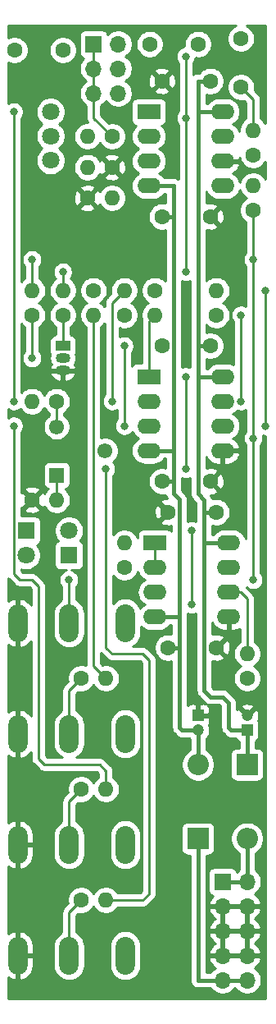
<source format=gbr>
G04 #@! TF.GenerationSoftware,KiCad,Pcbnew,(5.1.10)-1*
G04 #@! TF.CreationDate,2021-08-28T07:27:22+02:00*
G04 #@! TF.ProjectId,Haraldswerk NGF-E LFO Main,48617261-6c64-4737-9765-726b204e4746,rev?*
G04 #@! TF.SameCoordinates,Original*
G04 #@! TF.FileFunction,Copper,L1,Top*
G04 #@! TF.FilePolarity,Positive*
%FSLAX46Y46*%
G04 Gerber Fmt 4.6, Leading zero omitted, Abs format (unit mm)*
G04 Created by KiCad (PCBNEW (5.1.10)-1) date 2021-08-28 07:27:22*
%MOMM*%
%LPD*%
G01*
G04 APERTURE LIST*
G04 #@! TA.AperFunction,ComponentPad*
%ADD10O,1.700000X1.700000*%
G04 #@! TD*
G04 #@! TA.AperFunction,ComponentPad*
%ADD11R,1.700000X1.700000*%
G04 #@! TD*
G04 #@! TA.AperFunction,ComponentPad*
%ADD12C,1.600000*%
G04 #@! TD*
G04 #@! TA.AperFunction,ComponentPad*
%ADD13O,1.600000X1.600000*%
G04 #@! TD*
G04 #@! TA.AperFunction,ComponentPad*
%ADD14C,1.550000*%
G04 #@! TD*
G04 #@! TA.AperFunction,ComponentPad*
%ADD15R,1.550000X1.550000*%
G04 #@! TD*
G04 #@! TA.AperFunction,ComponentPad*
%ADD16C,1.800000*%
G04 #@! TD*
G04 #@! TA.AperFunction,ComponentPad*
%ADD17O,2.000000X3.900000*%
G04 #@! TD*
G04 #@! TA.AperFunction,ComponentPad*
%ADD18O,2.400000X1.600000*%
G04 #@! TD*
G04 #@! TA.AperFunction,ComponentPad*
%ADD19R,2.400000X1.600000*%
G04 #@! TD*
G04 #@! TA.AperFunction,ComponentPad*
%ADD20O,2.200000X2.200000*%
G04 #@! TD*
G04 #@! TA.AperFunction,ComponentPad*
%ADD21R,2.200000X2.200000*%
G04 #@! TD*
G04 #@! TA.AperFunction,ComponentPad*
%ADD22R,1.500000X1.050000*%
G04 #@! TD*
G04 #@! TA.AperFunction,ComponentPad*
%ADD23O,1.500000X1.050000*%
G04 #@! TD*
G04 #@! TA.AperFunction,ComponentPad*
%ADD24R,1.800000X1.800000*%
G04 #@! TD*
G04 #@! TA.AperFunction,ComponentPad*
%ADD25C,1.200000*%
G04 #@! TD*
G04 #@! TA.AperFunction,ComponentPad*
%ADD26R,1.200000X1.200000*%
G04 #@! TD*
G04 #@! TA.AperFunction,ViaPad*
%ADD27C,0.800000*%
G04 #@! TD*
G04 #@! TA.AperFunction,Conductor*
%ADD28C,0.250000*%
G04 #@! TD*
G04 #@! TA.AperFunction,Conductor*
%ADD29C,0.400000*%
G04 #@! TD*
G04 #@! TA.AperFunction,Conductor*
%ADD30C,0.254000*%
G04 #@! TD*
G04 #@! TA.AperFunction,Conductor*
%ADD31C,0.100000*%
G04 #@! TD*
G04 APERTURE END LIST*
D10*
G04 #@! TO.P,J6,6*
G04 #@! TO.N,Net-(C1-Pad2)*
X12065000Y-7620000D03*
G04 #@! TO.P,J6,5*
G04 #@! TO.N,Net-(J6-Pad1)*
X9525000Y-7620000D03*
G04 #@! TO.P,J6,4*
G04 #@! TO.N,Net-(C11-Pad2)*
X12065000Y-5080000D03*
G04 #@! TO.P,J6,3*
G04 #@! TO.N,Net-(J6-Pad1)*
X9525000Y-5080000D03*
G04 #@! TO.P,J6,2*
G04 #@! TO.N,Net-(C10-Pad2)*
X12065000Y-2540000D03*
D11*
G04 #@! TO.P,J6,1*
G04 #@! TO.N,Net-(J6-Pad1)*
X9525000Y-2540000D03*
G04 #@! TD*
D12*
G04 #@! TO.P,C11,2*
G04 #@! TO.N,Net-(C11-Pad2)*
X24765000Y-1985000D03*
G04 #@! TO.P,C11,1*
G04 #@! TO.N,TRI*
X24765000Y-6985000D03*
G04 #@! TD*
G04 #@! TO.P,C10,2*
G04 #@! TO.N,Net-(C10-Pad2)*
X15320000Y-2540000D03*
G04 #@! TO.P,C10,1*
G04 #@! TO.N,TRI*
X20320000Y-2540000D03*
G04 #@! TD*
D13*
G04 #@! TO.P,R16,2*
G04 #@! TO.N,TRI*
X10795000Y-67945000D03*
D12*
G04 #@! TO.P,R16,1*
G04 #@! TO.N,Net-(J3-PadT)*
X8255000Y-67945000D03*
G04 #@! TD*
D14*
G04 #@! TO.P,T1,2*
G04 #@! TO.N,SQR*
X10715000Y-44490000D03*
D15*
G04 #@! TO.P,T1,1*
G04 #@! TO.N,Net-(R7-Pad2)*
X5715000Y-46990000D03*
D14*
G04 #@! TO.P,T1,3*
G04 #@! TO.N,Net-(R6-Pad1)*
X5715000Y-41990000D03*
G04 #@! TD*
D16*
G04 #@! TO.P,RV1,1*
G04 #@! TO.N,Net-(R6-Pad2)*
X5080000Y-9525000D03*
G04 #@! TO.P,RV1,2*
G04 #@! TO.N,Net-(R2-Pad2)*
X5080000Y-12025000D03*
G04 #@! TO.P,RV1,3*
G04 #@! TO.N,Net-(R1-Pad2)*
X5080000Y-14525000D03*
G04 #@! TD*
D17*
G04 #@! TO.P,J4,TN*
G04 #@! TO.N,N/C*
X12800000Y-62230000D03*
G04 #@! TO.P,J4,T*
G04 #@! TO.N,Net-(J4-PadT)*
X7000000Y-62230000D03*
G04 #@! TO.P,J4,S*
G04 #@! TO.N,GND*
X1700000Y-62230000D03*
G04 #@! TD*
G04 #@! TO.P,J3,TN*
G04 #@! TO.N,N/C*
X12800000Y-73660000D03*
G04 #@! TO.P,J3,T*
G04 #@! TO.N,Net-(J3-PadT)*
X7000000Y-73660000D03*
G04 #@! TO.P,J3,S*
G04 #@! TO.N,GND*
X1700000Y-73660000D03*
G04 #@! TD*
G04 #@! TO.P,J2,TN*
G04 #@! TO.N,N/C*
X12800000Y-85090000D03*
G04 #@! TO.P,J2,T*
G04 #@! TO.N,Net-(J2-PadT)*
X7000000Y-85090000D03*
G04 #@! TO.P,J2,S*
G04 #@! TO.N,GND*
X1700000Y-85090000D03*
G04 #@! TD*
G04 #@! TO.P,J1,TN*
G04 #@! TO.N,N/C*
X12800000Y-96520000D03*
G04 #@! TO.P,J1,T*
G04 #@! TO.N,Net-(J1-PadT)*
X7000000Y-96520000D03*
G04 #@! TO.P,J1,S*
G04 #@! TO.N,GND*
X1700000Y-96520000D03*
G04 #@! TD*
D18*
G04 #@! TO.P,U3,8*
G04 #@! TO.N,+12V*
X23495000Y-53975000D03*
G04 #@! TO.P,U3,4*
G04 #@! TO.N,-12V*
X15875000Y-61595000D03*
G04 #@! TO.P,U3,7*
G04 #@! TO.N,Net-(D1-Pad1)*
X23495000Y-56515000D03*
G04 #@! TO.P,U3,3*
G04 #@! TO.N,SQR*
X15875000Y-59055000D03*
G04 #@! TO.P,U3,6*
G04 #@! TO.N,Net-(D1-Pad2)*
X23495000Y-59055000D03*
G04 #@! TO.P,U3,2*
G04 #@! TO.N,Net-(R17-Pad2)*
X15875000Y-56515000D03*
G04 #@! TO.P,U3,5*
G04 #@! TO.N,GND*
X23495000Y-61595000D03*
D19*
G04 #@! TO.P,U3,1*
G04 #@! TO.N,Net-(R17-Pad2)*
X15875000Y-53975000D03*
G04 #@! TD*
D18*
G04 #@! TO.P,U2,8*
G04 #@! TO.N,+12V*
X22860000Y-36830000D03*
G04 #@! TO.P,U2,4*
G04 #@! TO.N,-12V*
X15240000Y-44450000D03*
G04 #@! TO.P,U2,7*
G04 #@! TO.N,Net-(R14-Pad1)*
X22860000Y-39370000D03*
G04 #@! TO.P,U2,3*
G04 #@! TO.N,Net-(Q1-Pad1)*
X15240000Y-41910000D03*
G04 #@! TO.P,U2,6*
G04 #@! TO.N,Net-(R13-Pad1)*
X22860000Y-41910000D03*
G04 #@! TO.P,U2,2*
G04 #@! TO.N,Net-(R11-Pad2)*
X15240000Y-39370000D03*
G04 #@! TO.P,U2,5*
G04 #@! TO.N,GND*
X22860000Y-44450000D03*
D19*
G04 #@! TO.P,U2,1*
G04 #@! TO.N,Net-(R11-Pad1)*
X15240000Y-36830000D03*
G04 #@! TD*
D18*
G04 #@! TO.P,U1,8*
G04 #@! TO.N,+12V*
X22860000Y-9525000D03*
G04 #@! TO.P,U1,4*
G04 #@! TO.N,-12V*
X15240000Y-17145000D03*
G04 #@! TO.P,U1,7*
G04 #@! TO.N,Net-(R6-Pad2)*
X22860000Y-12065000D03*
G04 #@! TO.P,U1,3*
G04 #@! TO.N,Net-(R3-Pad2)*
X15240000Y-14605000D03*
G04 #@! TO.P,U1,6*
G04 #@! TO.N,GND*
X22860000Y-14605000D03*
G04 #@! TO.P,U1,2*
G04 #@! TO.N,Net-(J6-Pad1)*
X15240000Y-12065000D03*
G04 #@! TO.P,U1,5*
G04 #@! TO.N,Net-(R4-Pad1)*
X22860000Y-17145000D03*
D19*
G04 #@! TO.P,U1,1*
G04 #@! TO.N,TRI*
X15240000Y-9525000D03*
G04 #@! TD*
D13*
G04 #@! TO.P,R18,2*
G04 #@! TO.N,Net-(D1-Pad2)*
X25400000Y-65405000D03*
D12*
G04 #@! TO.P,R18,1*
G04 #@! TO.N,TRI*
X25400000Y-67945000D03*
G04 #@! TD*
D13*
G04 #@! TO.P,R17,2*
G04 #@! TO.N,Net-(R17-Pad2)*
X12700000Y-53975000D03*
D12*
G04 #@! TO.P,R17,1*
G04 #@! TO.N,Net-(J4-PadT)*
X12700000Y-56515000D03*
G04 #@! TD*
D13*
G04 #@! TO.P,R15,2*
G04 #@! TO.N,Net-(R14-Pad1)*
X10795000Y-79375000D03*
D12*
G04 #@! TO.P,R15,1*
G04 #@! TO.N,Net-(J2-PadT)*
X8255000Y-79375000D03*
G04 #@! TD*
D13*
G04 #@! TO.P,R14,2*
G04 #@! TO.N,Net-(R13-Pad1)*
X22225000Y-27940000D03*
D12*
G04 #@! TO.P,R14,1*
G04 #@! TO.N,Net-(R14-Pad1)*
X22225000Y-30480000D03*
G04 #@! TD*
D13*
G04 #@! TO.P,R13,2*
G04 #@! TO.N,Net-(R11-Pad1)*
X15875000Y-30480000D03*
D12*
G04 #@! TO.P,R13,1*
G04 #@! TO.N,Net-(R13-Pad1)*
X15875000Y-27940000D03*
G04 #@! TD*
D13*
G04 #@! TO.P,R12,2*
G04 #@! TO.N,Net-(R11-Pad1)*
X10795000Y-90805000D03*
D12*
G04 #@! TO.P,R12,1*
G04 #@! TO.N,Net-(J1-PadT)*
X8255000Y-90805000D03*
G04 #@! TD*
D13*
G04 #@! TO.P,R11,2*
G04 #@! TO.N,Net-(R11-Pad2)*
X12700000Y-27940000D03*
D12*
G04 #@! TO.P,R11,1*
G04 #@! TO.N,Net-(R11-Pad1)*
X12700000Y-30480000D03*
G04 #@! TD*
D13*
G04 #@! TO.P,R10,2*
G04 #@! TO.N,TRI*
X6350000Y-27940000D03*
D12*
G04 #@! TO.P,R10,1*
G04 #@! TO.N,Net-(Q1-Pad1)*
X6350000Y-30480000D03*
G04 #@! TD*
D13*
G04 #@! TO.P,R9,2*
G04 #@! TO.N,TRI*
X9525000Y-30480000D03*
D12*
G04 #@! TO.P,R9,1*
G04 #@! TO.N,Net-(R11-Pad2)*
X9525000Y-27940000D03*
G04 #@! TD*
D13*
G04 #@! TO.P,R8,2*
G04 #@! TO.N,SQR*
X3175000Y-27940000D03*
D12*
G04 #@! TO.P,R8,1*
G04 #@! TO.N,Net-(Q1-Pad2)*
X3175000Y-30480000D03*
G04 #@! TD*
D13*
G04 #@! TO.P,R7,2*
G04 #@! TO.N,Net-(R7-Pad2)*
X5715000Y-49530000D03*
D12*
G04 #@! TO.P,R7,1*
G04 #@! TO.N,GND*
X3175000Y-49530000D03*
G04 #@! TD*
D13*
G04 #@! TO.P,R6,2*
G04 #@! TO.N,Net-(R6-Pad2)*
X3175000Y-39370000D03*
D12*
G04 #@! TO.P,R6,1*
G04 #@! TO.N,Net-(R6-Pad1)*
X5715000Y-39370000D03*
G04 #@! TD*
D13*
G04 #@! TO.P,R5,2*
G04 #@! TO.N,Net-(R4-Pad1)*
X26035000Y-17145000D03*
D12*
G04 #@! TO.P,R5,1*
G04 #@! TO.N,SQR*
X26035000Y-19685000D03*
G04 #@! TD*
D13*
G04 #@! TO.P,R4,2*
G04 #@! TO.N,TRI*
X26035000Y-11430000D03*
D12*
G04 #@! TO.P,R4,1*
G04 #@! TO.N,Net-(R4-Pad1)*
X26035000Y-13970000D03*
G04 #@! TD*
D13*
G04 #@! TO.P,R3,2*
G04 #@! TO.N,Net-(R3-Pad2)*
X11430000Y-18415000D03*
D12*
G04 #@! TO.P,R3,1*
G04 #@! TO.N,GND*
X8890000Y-18415000D03*
G04 #@! TD*
D13*
G04 #@! TO.P,R2,2*
G04 #@! TO.N,Net-(R2-Pad2)*
X8890000Y-12065000D03*
D12*
G04 #@! TO.P,R2,1*
G04 #@! TO.N,Net-(J6-Pad1)*
X11430000Y-12065000D03*
G04 #@! TD*
D13*
G04 #@! TO.P,R1,2*
G04 #@! TO.N,Net-(R1-Pad2)*
X8890000Y-15240000D03*
D12*
G04 #@! TO.P,R1,1*
G04 #@! TO.N,GND*
X11430000Y-15240000D03*
G04 #@! TD*
D20*
G04 #@! TO.P,D4,2*
G04 #@! TO.N,-12V*
X20320000Y-76835000D03*
D21*
G04 #@! TO.P,D4,1*
G04 #@! TO.N,-12VA*
X20320000Y-84455000D03*
G04 #@! TD*
D20*
G04 #@! TO.P,D3,2*
G04 #@! TO.N,+12VA*
X25400000Y-84455000D03*
D21*
G04 #@! TO.P,D3,1*
G04 #@! TO.N,+12V*
X25400000Y-76835000D03*
G04 #@! TD*
D12*
G04 #@! TO.P,C9,2*
G04 #@! TO.N,-12V*
X17225000Y-64770000D03*
G04 #@! TO.P,C9,1*
G04 #@! TO.N,GND*
X22225000Y-64770000D03*
G04 #@! TD*
G04 #@! TO.P,C8,2*
G04 #@! TO.N,GND*
X17225000Y-50800000D03*
G04 #@! TO.P,C8,1*
G04 #@! TO.N,+12V*
X22225000Y-50800000D03*
G04 #@! TD*
G04 #@! TO.P,C7,2*
G04 #@! TO.N,-12V*
X16590000Y-47625000D03*
G04 #@! TO.P,C7,1*
G04 #@! TO.N,GND*
X21590000Y-47625000D03*
G04 #@! TD*
G04 #@! TO.P,C6,2*
G04 #@! TO.N,GND*
X16590000Y-6350000D03*
G04 #@! TO.P,C6,1*
G04 #@! TO.N,+12V*
X21590000Y-6350000D03*
G04 #@! TD*
G04 #@! TO.P,C5,2*
G04 #@! TO.N,-12V*
X16590000Y-20320000D03*
G04 #@! TO.P,C5,1*
G04 #@! TO.N,GND*
X21590000Y-20320000D03*
G04 #@! TD*
G04 #@! TO.P,C4,2*
G04 #@! TO.N,GND*
X16590000Y-33655000D03*
G04 #@! TO.P,C4,1*
G04 #@! TO.N,+12V*
X21590000Y-33655000D03*
G04 #@! TD*
G04 #@! TO.P,C1,2*
G04 #@! TO.N,Net-(C1-Pad2)*
X1350000Y-3175000D03*
G04 #@! TO.P,C1,1*
G04 #@! TO.N,TRI*
X6350000Y-3175000D03*
G04 #@! TD*
D22*
G04 #@! TO.P,Q1,1*
G04 #@! TO.N,Net-(Q1-Pad1)*
X6350000Y-33655000D03*
D23*
G04 #@! TO.P,Q1,3*
G04 #@! TO.N,GND*
X6350000Y-36195000D03*
G04 #@! TO.P,Q1,2*
G04 #@! TO.N,Net-(Q1-Pad2)*
X6350000Y-34925000D03*
G04 #@! TD*
D10*
G04 #@! TO.P,J5,-12V*
G04 #@! TO.N,-12VA*
X25400000Y-99060000D03*
X22860000Y-99060000D03*
G04 #@! TO.P,J5,GND*
G04 #@! TO.N,GND*
X25400000Y-96520000D03*
X22860000Y-96520000D03*
X25400000Y-93980000D03*
X22860000Y-93980000D03*
X25400000Y-91440000D03*
X22860000Y-91440000D03*
G04 #@! TO.P,J5,+12V*
G04 #@! TO.N,+12VA*
X25400000Y-88900000D03*
D11*
X22860000Y-88900000D03*
G04 #@! TD*
D16*
G04 #@! TO.P,D2,2*
G04 #@! TO.N,Net-(D1-Pad1)*
X2540000Y-55245000D03*
D24*
G04 #@! TO.P,D2,1*
G04 #@! TO.N,Net-(D1-Pad2)*
X2540000Y-52705000D03*
G04 #@! TD*
D16*
G04 #@! TO.P,D1,2*
G04 #@! TO.N,Net-(D1-Pad2)*
X6985000Y-52705000D03*
D24*
G04 #@! TO.P,D1,1*
G04 #@! TO.N,Net-(D1-Pad1)*
X6985000Y-55245000D03*
G04 #@! TD*
D25*
G04 #@! TO.P,C3,2*
G04 #@! TO.N,-12V*
X20320000Y-73255000D03*
D26*
G04 #@! TO.P,C3,1*
G04 #@! TO.N,GND*
X20320000Y-71755000D03*
G04 #@! TD*
D25*
G04 #@! TO.P,C2,2*
G04 #@! TO.N,GND*
X25400000Y-71755000D03*
D26*
G04 #@! TO.P,C2,1*
G04 #@! TO.N,+12V*
X25400000Y-73255000D03*
G04 #@! TD*
D27*
G04 #@! TO.N,TRI*
X19050000Y-10160000D03*
X19050000Y-26035000D03*
X6350000Y-26035000D03*
X19050000Y-3810000D03*
G04 #@! TO.N,GND*
X19050000Y-33655000D03*
X19050000Y-48260000D03*
X12700000Y-59055000D03*
X3810000Y-1905000D03*
X3175000Y-7620000D03*
X12700000Y-45085000D03*
X4445000Y-53975000D03*
G04 #@! TO.N,Net-(D1-Pad2)*
X19685000Y-52705000D03*
G04 #@! TO.N,Net-(J4-PadT)*
X6985000Y-57785000D03*
G04 #@! TO.N,Net-(Q1-Pad1)*
X12700000Y-33655000D03*
X12700000Y-41910000D03*
G04 #@! TO.N,Net-(Q1-Pad2)*
X3175000Y-34925000D03*
G04 #@! TO.N,SQR*
X26035000Y-24765000D03*
X3175000Y-24765000D03*
X26035000Y-43180000D03*
X26035000Y-57785000D03*
G04 #@! TO.N,Net-(R6-Pad2)*
X1270000Y-9525000D03*
X1270000Y-39370000D03*
G04 #@! TO.N,Net-(R11-Pad2)*
X11430000Y-39370000D03*
G04 #@! TO.N,Net-(R11-Pad1)*
X19050000Y-36830000D03*
X19050000Y-46355000D03*
X10795000Y-46355000D03*
G04 #@! TO.N,Net-(R13-Pad1)*
X27305000Y-27940000D03*
X27305000Y-41910000D03*
G04 #@! TO.N,Net-(R14-Pad1)*
X24765000Y-30480000D03*
X24765000Y-39370000D03*
X1270000Y-41910000D03*
G04 #@! TO.N,Net-(D1-Pad2)*
X19685000Y-60325000D03*
G04 #@! TD*
D28*
G04 #@! TO.N,TRI*
X19050000Y-10160000D02*
X19050000Y-26035000D01*
X6350000Y-26035000D02*
X6350000Y-27940000D01*
X9525000Y-66675000D02*
X10795000Y-67945000D01*
X9525000Y-30480000D02*
X9525000Y-66675000D01*
X19050000Y-3810000D02*
X19050000Y-10160000D01*
X26035000Y-8255000D02*
X24765000Y-6985000D01*
X26035000Y-11430000D02*
X26035000Y-8255000D01*
D29*
G04 #@! TO.N,+12V*
X21590000Y-6350000D02*
X20320000Y-6350000D01*
X22860000Y-9525000D02*
X20320000Y-9525000D01*
X20320000Y-6350000D02*
X20320000Y-9525000D01*
X20320000Y-36830000D02*
X22860000Y-36830000D01*
X21590000Y-33655000D02*
X20320000Y-33655000D01*
X20320000Y-33655000D02*
X20320000Y-36830000D01*
X20320000Y-9525000D02*
X20320000Y-33655000D01*
X20955000Y-53975000D02*
X23495000Y-53975000D01*
X20320000Y-48895000D02*
X20955000Y-49530000D01*
X20320000Y-36830000D02*
X20320000Y-48895000D01*
X22225000Y-50800000D02*
X20955000Y-50800000D01*
X20955000Y-50800000D02*
X20955000Y-53975000D01*
X20955000Y-49530000D02*
X20955000Y-50800000D01*
X20955000Y-53975000D02*
X20955000Y-67310000D01*
X20955000Y-67310000D02*
X20955000Y-69215000D01*
X20955000Y-69215000D02*
X21590000Y-69850000D01*
X21590000Y-69850000D02*
X22860000Y-69850000D01*
X22860000Y-69850000D02*
X23495000Y-70485000D01*
X23495000Y-70485000D02*
X23495000Y-73025000D01*
X23725000Y-73255000D02*
X23495000Y-73025000D01*
X25400000Y-73255000D02*
X23725000Y-73255000D01*
X25400000Y-73255000D02*
X25400000Y-76835000D01*
G04 #@! TO.N,-12V*
X15240000Y-17145000D02*
X17780000Y-17145000D01*
X16590000Y-20320000D02*
X17780000Y-20320000D01*
X17780000Y-17145000D02*
X17780000Y-20320000D01*
X17780000Y-44450000D02*
X15240000Y-44450000D01*
X17790001Y-44439999D02*
X17780000Y-44450000D01*
X17780000Y-33068998D02*
X17790001Y-33078999D01*
X17790001Y-33078999D02*
X17790001Y-44439999D01*
X17780000Y-20320000D02*
X17780000Y-33068998D01*
X17790001Y-44439999D02*
X17790001Y-47614999D01*
X17780000Y-47625000D02*
X16590000Y-47625000D01*
X17790001Y-47614999D02*
X17780000Y-47625000D01*
X17790001Y-47614999D02*
X17790001Y-48884999D01*
X17790001Y-48884999D02*
X18415000Y-49509998D01*
X18415000Y-50213998D02*
X18425001Y-50223999D01*
X18415000Y-49509998D02*
X18415000Y-50213998D01*
X18415000Y-61595000D02*
X18425001Y-61605001D01*
X15875000Y-61595000D02*
X18415000Y-61595000D01*
X18425001Y-50223999D02*
X18425001Y-61605001D01*
X18415000Y-64770000D02*
X17225000Y-64770000D01*
X18425001Y-64759999D02*
X18415000Y-64770000D01*
X18425001Y-61605001D02*
X18425001Y-64759999D01*
X18425001Y-64759999D02*
X18415000Y-67310000D01*
X18415000Y-67310000D02*
X18415000Y-73025000D01*
X18645000Y-73255000D02*
X18415000Y-73025000D01*
X20320000Y-73255000D02*
X18645000Y-73255000D01*
X20320000Y-73255000D02*
X20320000Y-76835000D01*
G04 #@! TO.N,+12VA*
X25400000Y-84455000D02*
X25400000Y-88900000D01*
X22860000Y-88900000D02*
X25400000Y-88900000D01*
G04 #@! TO.N,-12VA*
X20320000Y-84455000D02*
X20320000Y-99060000D01*
X20320000Y-99060000D02*
X22860000Y-99060000D01*
X22860000Y-99060000D02*
X25400000Y-99060000D01*
D28*
G04 #@! TO.N,Net-(J1-PadT)*
X7000000Y-92060000D02*
X8255000Y-90805000D01*
X7000000Y-96520000D02*
X7000000Y-92060000D01*
G04 #@! TO.N,Net-(J2-PadT)*
X7000000Y-80630000D02*
X8255000Y-79375000D01*
X7000000Y-85090000D02*
X7000000Y-80630000D01*
G04 #@! TO.N,Net-(J3-PadT)*
X7000000Y-69200000D02*
X8255000Y-67945000D01*
X7000000Y-73660000D02*
X7000000Y-69200000D01*
G04 #@! TO.N,Net-(J4-PadT)*
X6985000Y-62230000D02*
X6985000Y-57785000D01*
X6985000Y-57785000D02*
X6985000Y-57785000D01*
G04 #@! TO.N,Net-(Q1-Pad1)*
X6350000Y-30480000D02*
X6350000Y-33655000D01*
X12700000Y-33655000D02*
X12700000Y-41910000D01*
X12700000Y-41910000D02*
X12700000Y-41910000D01*
G04 #@! TO.N,Net-(Q1-Pad2)*
X3175000Y-30480000D02*
X3175000Y-34925000D01*
X3175000Y-34925000D02*
X3175000Y-34925000D01*
G04 #@! TO.N,SQR*
X26035000Y-19685000D02*
X26035000Y-24765000D01*
X26035000Y-24765000D02*
X26035000Y-24765000D01*
X3175000Y-24765000D02*
X3175000Y-27940000D01*
X26035000Y-24765000D02*
X26035000Y-43180000D01*
X26035000Y-43180000D02*
X26035000Y-43180000D01*
X26035000Y-43180000D02*
X26035000Y-57785000D01*
X26035000Y-57785000D02*
X26035000Y-57785000D01*
G04 #@! TO.N,Net-(R6-Pad2)*
X1270000Y-9525000D02*
X1270000Y-39370000D01*
X1270000Y-39370000D02*
X1270000Y-39370000D01*
G04 #@! TO.N,Net-(R6-Pad1)*
X5715000Y-39370000D02*
X5715000Y-41990000D01*
G04 #@! TO.N,Net-(R7-Pad2)*
X5715000Y-46990000D02*
X5715000Y-49530000D01*
G04 #@! TO.N,Net-(R11-Pad2)*
X12700000Y-27940000D02*
X11430000Y-29210000D01*
X11430000Y-29210000D02*
X11430000Y-39370000D01*
X11430000Y-39370000D02*
X11430000Y-39370000D01*
G04 #@! TO.N,Net-(R11-Pad1)*
X15240000Y-31115000D02*
X15875000Y-30480000D01*
X15240000Y-36830000D02*
X15240000Y-31115000D01*
X19050000Y-36830000D02*
X19050000Y-46355000D01*
X19050000Y-46355000D02*
X19050000Y-46355000D01*
X15240000Y-90170000D02*
X14605000Y-90805000D01*
X14605000Y-65405000D02*
X15240000Y-66040000D01*
X11430000Y-65405000D02*
X14605000Y-65405000D01*
X15240000Y-66040000D02*
X15240000Y-90170000D01*
X10795000Y-64770000D02*
X11430000Y-65405000D01*
X14605000Y-90805000D02*
X10795000Y-90805000D01*
X10795000Y-46355000D02*
X10795000Y-64770000D01*
G04 #@! TO.N,Net-(R13-Pad1)*
X27305000Y-27940000D02*
X27305000Y-41910000D01*
G04 #@! TO.N,Net-(R14-Pad1)*
X24765000Y-30480000D02*
X24765000Y-39370000D01*
X10795000Y-77470000D02*
X10795000Y-79375000D01*
X3810000Y-76200000D02*
X4445000Y-76835000D01*
X3810000Y-58420000D02*
X3810000Y-76200000D01*
X4445000Y-76835000D02*
X10160000Y-76835000D01*
X3175000Y-57785000D02*
X3810000Y-58420000D01*
X1905000Y-57785000D02*
X3175000Y-57785000D01*
X10160000Y-76835000D02*
X10795000Y-77470000D01*
X1270000Y-57150000D02*
X1905000Y-57785000D01*
X1270000Y-41910000D02*
X1270000Y-57150000D01*
G04 #@! TO.N,Net-(R17-Pad2)*
X15875000Y-53975000D02*
X15875000Y-56515000D01*
G04 #@! TO.N,Net-(D1-Pad2)*
X25400000Y-65405000D02*
X25400000Y-59690000D01*
X25400000Y-59690000D02*
X24765000Y-59055000D01*
X24765000Y-59055000D02*
X23495000Y-59055000D01*
X19685000Y-60325000D02*
X19685000Y-52705000D01*
G04 #@! TO.N,Net-(J6-Pad1)*
X11430000Y-12065000D02*
X9525000Y-10160000D01*
X9525000Y-10160000D02*
X9525000Y-7620000D01*
X9525000Y-7620000D02*
X9525000Y-5080000D01*
X9525000Y-5080000D02*
X9525000Y-2540000D01*
G04 #@! TD*
D30*
G04 #@! TO.N,GND*
X27203061Y-42945000D02*
X27280001Y-42945000D01*
X27280000Y-100940000D01*
X660000Y-100940000D01*
X660000Y-98734304D01*
X897239Y-98900010D01*
X1191645Y-99029144D01*
X1319566Y-99060124D01*
X1573000Y-98940777D01*
X1573000Y-96647000D01*
X1827000Y-96647000D01*
X1827000Y-98940777D01*
X2080434Y-99060124D01*
X2208355Y-99029144D01*
X2502761Y-98900010D01*
X2766317Y-98715922D01*
X2988895Y-98483954D01*
X3161942Y-98213020D01*
X3278807Y-97913532D01*
X3335000Y-97597000D01*
X3335000Y-96647000D01*
X1827000Y-96647000D01*
X1573000Y-96647000D01*
X1553000Y-96647000D01*
X1553000Y-96393000D01*
X1573000Y-96393000D01*
X1573000Y-94099223D01*
X1827000Y-94099223D01*
X1827000Y-96393000D01*
X3335000Y-96393000D01*
X3335000Y-95443000D01*
X3278807Y-95126468D01*
X3161942Y-94826980D01*
X2988895Y-94556046D01*
X2766317Y-94324078D01*
X2502761Y-94139990D01*
X2208355Y-94010856D01*
X2080434Y-93979876D01*
X1827000Y-94099223D01*
X1573000Y-94099223D01*
X1319566Y-93979876D01*
X1191645Y-94010856D01*
X897239Y-94139990D01*
X660000Y-94305696D01*
X660000Y-87304304D01*
X897239Y-87470010D01*
X1191645Y-87599144D01*
X1319566Y-87630124D01*
X1573000Y-87510777D01*
X1573000Y-85217000D01*
X1827000Y-85217000D01*
X1827000Y-87510777D01*
X2080434Y-87630124D01*
X2208355Y-87599144D01*
X2502761Y-87470010D01*
X2766317Y-87285922D01*
X2988895Y-87053954D01*
X3161942Y-86783020D01*
X3278807Y-86483532D01*
X3335000Y-86167000D01*
X3335000Y-85217000D01*
X1827000Y-85217000D01*
X1573000Y-85217000D01*
X1553000Y-85217000D01*
X1553000Y-84963000D01*
X1573000Y-84963000D01*
X1573000Y-82669223D01*
X1827000Y-82669223D01*
X1827000Y-84963000D01*
X3335000Y-84963000D01*
X3335000Y-84013000D01*
X3278807Y-83696468D01*
X3161942Y-83396980D01*
X2988895Y-83126046D01*
X2766317Y-82894078D01*
X2502761Y-82709990D01*
X2208355Y-82580856D01*
X2080434Y-82549876D01*
X1827000Y-82669223D01*
X1573000Y-82669223D01*
X1319566Y-82549876D01*
X1191645Y-82580856D01*
X897239Y-82709990D01*
X660000Y-82875696D01*
X660000Y-75874304D01*
X897239Y-76040010D01*
X1191645Y-76169144D01*
X1319566Y-76200124D01*
X1573000Y-76080777D01*
X1573000Y-73787000D01*
X1553000Y-73787000D01*
X1553000Y-73533000D01*
X1573000Y-73533000D01*
X1573000Y-71239223D01*
X1319566Y-71119876D01*
X1191645Y-71150856D01*
X897239Y-71279990D01*
X660000Y-71445696D01*
X660000Y-64444304D01*
X897239Y-64610010D01*
X1191645Y-64739144D01*
X1319566Y-64770124D01*
X1573000Y-64650777D01*
X1573000Y-62357000D01*
X1553000Y-62357000D01*
X1553000Y-62103000D01*
X1573000Y-62103000D01*
X1573000Y-59809223D01*
X1319566Y-59689876D01*
X1191645Y-59720856D01*
X897239Y-59849990D01*
X660000Y-60015696D01*
X660000Y-57604707D01*
X689592Y-57640764D01*
X730000Y-57690001D01*
X758998Y-57713799D01*
X1341200Y-58296002D01*
X1364999Y-58325001D01*
X1480724Y-58419974D01*
X1612753Y-58490546D01*
X1756014Y-58534003D01*
X1905000Y-58548677D01*
X1942333Y-58545000D01*
X2860199Y-58545000D01*
X3050000Y-58734802D01*
X3050000Y-60361716D01*
X2988895Y-60266046D01*
X2766317Y-60034078D01*
X2502761Y-59849990D01*
X2208355Y-59720856D01*
X2080434Y-59689876D01*
X1827000Y-59809223D01*
X1827000Y-62103000D01*
X1847000Y-62103000D01*
X1847000Y-62357000D01*
X1827000Y-62357000D01*
X1827000Y-64650777D01*
X2080434Y-64770124D01*
X2208355Y-64739144D01*
X2502761Y-64610010D01*
X2766317Y-64425922D01*
X2988895Y-64193954D01*
X3050000Y-64098283D01*
X3050001Y-71791717D01*
X2988895Y-71696046D01*
X2766317Y-71464078D01*
X2502761Y-71279990D01*
X2208355Y-71150856D01*
X2080434Y-71119876D01*
X1827000Y-71239223D01*
X1827000Y-73533000D01*
X1847000Y-73533000D01*
X1847000Y-73787000D01*
X1827000Y-73787000D01*
X1827000Y-76080777D01*
X2080434Y-76200124D01*
X2208355Y-76169144D01*
X2502761Y-76040010D01*
X2766317Y-75855922D01*
X2988895Y-75623954D01*
X3050001Y-75528282D01*
X3050001Y-76162667D01*
X3046324Y-76200000D01*
X3060998Y-76348985D01*
X3104454Y-76492246D01*
X3175026Y-76624276D01*
X3242361Y-76706323D01*
X3270000Y-76740001D01*
X3298998Y-76763799D01*
X3881200Y-77346002D01*
X3904999Y-77375001D01*
X4020724Y-77469974D01*
X4152753Y-77540546D01*
X4296014Y-77584003D01*
X4445000Y-77598677D01*
X4482333Y-77595000D01*
X9845199Y-77595000D01*
X10035000Y-77784802D01*
X10035000Y-78156956D01*
X9880241Y-78260363D01*
X9680363Y-78460241D01*
X9525000Y-78692759D01*
X9369637Y-78460241D01*
X9169759Y-78260363D01*
X8934727Y-78103320D01*
X8673574Y-77995147D01*
X8396335Y-77940000D01*
X8113665Y-77940000D01*
X7836426Y-77995147D01*
X7575273Y-78103320D01*
X7340241Y-78260363D01*
X7140363Y-78460241D01*
X6983320Y-78695273D01*
X6875147Y-78956426D01*
X6820000Y-79233665D01*
X6820000Y-79516335D01*
X6856312Y-79698886D01*
X6488998Y-80066201D01*
X6460000Y-80089999D01*
X6436202Y-80118997D01*
X6436201Y-80118998D01*
X6365026Y-80205724D01*
X6294454Y-80337754D01*
X6250998Y-80481015D01*
X6236324Y-80630000D01*
X6240001Y-80667332D01*
X6240001Y-82692321D01*
X6087248Y-82773969D01*
X5838286Y-82978286D01*
X5633969Y-83227249D01*
X5482148Y-83511286D01*
X5388657Y-83819485D01*
X5365000Y-84059679D01*
X5365001Y-86120322D01*
X5388658Y-86360516D01*
X5482149Y-86668715D01*
X5633970Y-86952752D01*
X5838287Y-87201714D01*
X6087249Y-87406031D01*
X6371286Y-87557852D01*
X6679485Y-87651343D01*
X7000000Y-87682911D01*
X7320516Y-87651343D01*
X7628715Y-87557852D01*
X7912752Y-87406031D01*
X8161714Y-87201714D01*
X8366031Y-86952752D01*
X8517852Y-86668715D01*
X8611343Y-86360516D01*
X8635000Y-86120322D01*
X8635000Y-84059679D01*
X11165000Y-84059679D01*
X11165001Y-86120322D01*
X11188658Y-86360516D01*
X11282149Y-86668715D01*
X11433970Y-86952752D01*
X11638287Y-87201714D01*
X11887249Y-87406031D01*
X12171286Y-87557852D01*
X12479485Y-87651343D01*
X12800000Y-87682911D01*
X13120516Y-87651343D01*
X13428715Y-87557852D01*
X13712752Y-87406031D01*
X13961714Y-87201714D01*
X14166031Y-86952752D01*
X14317852Y-86668715D01*
X14411343Y-86360516D01*
X14435000Y-86120322D01*
X14435000Y-84059678D01*
X14411343Y-83819484D01*
X14317852Y-83511285D01*
X14166031Y-83227248D01*
X13961714Y-82978286D01*
X13712751Y-82773969D01*
X13428714Y-82622148D01*
X13120515Y-82528657D01*
X12800000Y-82497089D01*
X12479484Y-82528657D01*
X12171285Y-82622148D01*
X11887248Y-82773969D01*
X11638286Y-82978286D01*
X11433969Y-83227249D01*
X11282148Y-83511286D01*
X11188657Y-83819485D01*
X11165000Y-84059679D01*
X8635000Y-84059679D01*
X8635000Y-84059678D01*
X8611343Y-83819484D01*
X8517852Y-83511285D01*
X8366031Y-83227248D01*
X8161714Y-82978286D01*
X7912751Y-82773969D01*
X7760000Y-82692322D01*
X7760000Y-80944801D01*
X7931114Y-80773688D01*
X8113665Y-80810000D01*
X8396335Y-80810000D01*
X8673574Y-80754853D01*
X8934727Y-80646680D01*
X9169759Y-80489637D01*
X9369637Y-80289759D01*
X9525000Y-80057241D01*
X9680363Y-80289759D01*
X9880241Y-80489637D01*
X10115273Y-80646680D01*
X10376426Y-80754853D01*
X10653665Y-80810000D01*
X10936335Y-80810000D01*
X11213574Y-80754853D01*
X11474727Y-80646680D01*
X11709759Y-80489637D01*
X11909637Y-80289759D01*
X12066680Y-80054727D01*
X12174853Y-79793574D01*
X12230000Y-79516335D01*
X12230000Y-79233665D01*
X12174853Y-78956426D01*
X12066680Y-78695273D01*
X11909637Y-78460241D01*
X11709759Y-78260363D01*
X11555000Y-78156957D01*
X11555000Y-77507333D01*
X11558677Y-77470000D01*
X11544003Y-77321014D01*
X11500546Y-77177753D01*
X11429974Y-77045724D01*
X11358799Y-76958997D01*
X11335001Y-76929999D01*
X11306004Y-76906202D01*
X10723803Y-76324002D01*
X10700001Y-76294999D01*
X10584276Y-76200026D01*
X10452247Y-76129454D01*
X10308986Y-76085997D01*
X10197333Y-76075000D01*
X10197322Y-76075000D01*
X10160000Y-76071324D01*
X10122678Y-76075000D01*
X7727594Y-76075000D01*
X7912752Y-75976031D01*
X8161714Y-75771714D01*
X8366031Y-75522752D01*
X8517852Y-75238715D01*
X8611343Y-74930516D01*
X8635000Y-74690322D01*
X8635000Y-72629679D01*
X11165000Y-72629679D01*
X11165001Y-74690322D01*
X11188658Y-74930516D01*
X11282149Y-75238715D01*
X11433970Y-75522752D01*
X11638287Y-75771714D01*
X11887249Y-75976031D01*
X12171286Y-76127852D01*
X12479485Y-76221343D01*
X12800000Y-76252911D01*
X13120516Y-76221343D01*
X13428715Y-76127852D01*
X13712752Y-75976031D01*
X13961714Y-75771714D01*
X14166031Y-75522752D01*
X14317852Y-75238715D01*
X14411343Y-74930516D01*
X14435000Y-74690322D01*
X14435000Y-72629678D01*
X14411343Y-72389484D01*
X14317852Y-72081285D01*
X14166031Y-71797248D01*
X13961714Y-71548286D01*
X13712751Y-71343969D01*
X13428714Y-71192148D01*
X13120515Y-71098657D01*
X12800000Y-71067089D01*
X12479484Y-71098657D01*
X12171285Y-71192148D01*
X11887248Y-71343969D01*
X11638286Y-71548286D01*
X11433969Y-71797249D01*
X11282148Y-72081286D01*
X11188657Y-72389485D01*
X11165000Y-72629679D01*
X8635000Y-72629679D01*
X8635000Y-72629678D01*
X8611343Y-72389484D01*
X8517852Y-72081285D01*
X8366031Y-71797248D01*
X8161714Y-71548286D01*
X7912751Y-71343969D01*
X7760000Y-71262322D01*
X7760000Y-69514801D01*
X7931114Y-69343688D01*
X8113665Y-69380000D01*
X8396335Y-69380000D01*
X8673574Y-69324853D01*
X8934727Y-69216680D01*
X9169759Y-69059637D01*
X9369637Y-68859759D01*
X9525000Y-68627241D01*
X9680363Y-68859759D01*
X9880241Y-69059637D01*
X10115273Y-69216680D01*
X10376426Y-69324853D01*
X10653665Y-69380000D01*
X10936335Y-69380000D01*
X11213574Y-69324853D01*
X11474727Y-69216680D01*
X11709759Y-69059637D01*
X11909637Y-68859759D01*
X12066680Y-68624727D01*
X12174853Y-68363574D01*
X12230000Y-68086335D01*
X12230000Y-67803665D01*
X12174853Y-67526426D01*
X12066680Y-67265273D01*
X11909637Y-67030241D01*
X11709759Y-66830363D01*
X11474727Y-66673320D01*
X11213574Y-66565147D01*
X10936335Y-66510000D01*
X10653665Y-66510000D01*
X10471114Y-66546312D01*
X10285000Y-66360199D01*
X10285000Y-65334801D01*
X10866200Y-65916002D01*
X10889999Y-65945001D01*
X10965144Y-66006671D01*
X11005724Y-66039974D01*
X11137753Y-66110546D01*
X11281014Y-66154003D01*
X11430000Y-66168677D01*
X11467333Y-66165000D01*
X14290199Y-66165000D01*
X14480000Y-66354802D01*
X14480001Y-89855197D01*
X14290199Y-90045000D01*
X12013043Y-90045000D01*
X11909637Y-89890241D01*
X11709759Y-89690363D01*
X11474727Y-89533320D01*
X11213574Y-89425147D01*
X10936335Y-89370000D01*
X10653665Y-89370000D01*
X10376426Y-89425147D01*
X10115273Y-89533320D01*
X9880241Y-89690363D01*
X9680363Y-89890241D01*
X9525000Y-90122759D01*
X9369637Y-89890241D01*
X9169759Y-89690363D01*
X8934727Y-89533320D01*
X8673574Y-89425147D01*
X8396335Y-89370000D01*
X8113665Y-89370000D01*
X7836426Y-89425147D01*
X7575273Y-89533320D01*
X7340241Y-89690363D01*
X7140363Y-89890241D01*
X6983320Y-90125273D01*
X6875147Y-90386426D01*
X6820000Y-90663665D01*
X6820000Y-90946335D01*
X6856312Y-91128886D01*
X6488998Y-91496201D01*
X6460000Y-91519999D01*
X6436202Y-91548997D01*
X6436201Y-91548998D01*
X6365026Y-91635724D01*
X6294454Y-91767754D01*
X6250998Y-91911015D01*
X6236324Y-92060000D01*
X6240001Y-92097332D01*
X6240001Y-94122321D01*
X6087248Y-94203969D01*
X5838286Y-94408286D01*
X5633969Y-94657249D01*
X5482148Y-94941286D01*
X5388657Y-95249485D01*
X5365000Y-95489679D01*
X5365001Y-97550322D01*
X5388658Y-97790516D01*
X5482149Y-98098715D01*
X5633970Y-98382752D01*
X5838287Y-98631714D01*
X6087249Y-98836031D01*
X6371286Y-98987852D01*
X6679485Y-99081343D01*
X7000000Y-99112911D01*
X7320516Y-99081343D01*
X7628715Y-98987852D01*
X7912752Y-98836031D01*
X8161714Y-98631714D01*
X8366031Y-98382752D01*
X8517852Y-98098715D01*
X8611343Y-97790516D01*
X8635000Y-97550322D01*
X8635000Y-95489679D01*
X11165000Y-95489679D01*
X11165001Y-97550322D01*
X11188658Y-97790516D01*
X11282149Y-98098715D01*
X11433970Y-98382752D01*
X11638287Y-98631714D01*
X11887249Y-98836031D01*
X12171286Y-98987852D01*
X12479485Y-99081343D01*
X12800000Y-99112911D01*
X13120516Y-99081343D01*
X13428715Y-98987852D01*
X13712752Y-98836031D01*
X13961714Y-98631714D01*
X14166031Y-98382752D01*
X14317852Y-98098715D01*
X14411343Y-97790516D01*
X14435000Y-97550322D01*
X14435000Y-95489678D01*
X14411343Y-95249484D01*
X14317852Y-94941285D01*
X14166031Y-94657248D01*
X13961714Y-94408286D01*
X13712751Y-94203969D01*
X13428714Y-94052148D01*
X13120515Y-93958657D01*
X12800000Y-93927089D01*
X12479484Y-93958657D01*
X12171285Y-94052148D01*
X11887248Y-94203969D01*
X11638286Y-94408286D01*
X11433969Y-94657249D01*
X11282148Y-94941286D01*
X11188657Y-95249485D01*
X11165000Y-95489679D01*
X8635000Y-95489679D01*
X8635000Y-95489678D01*
X8611343Y-95249484D01*
X8517852Y-94941285D01*
X8366031Y-94657248D01*
X8161714Y-94408286D01*
X7912751Y-94203969D01*
X7760000Y-94122322D01*
X7760000Y-92374801D01*
X7931114Y-92203688D01*
X8113665Y-92240000D01*
X8396335Y-92240000D01*
X8673574Y-92184853D01*
X8934727Y-92076680D01*
X9169759Y-91919637D01*
X9369637Y-91719759D01*
X9525000Y-91487241D01*
X9680363Y-91719759D01*
X9880241Y-91919637D01*
X10115273Y-92076680D01*
X10376426Y-92184853D01*
X10653665Y-92240000D01*
X10936335Y-92240000D01*
X11213574Y-92184853D01*
X11474727Y-92076680D01*
X11709759Y-91919637D01*
X11909637Y-91719759D01*
X12013043Y-91565000D01*
X14567678Y-91565000D01*
X14605000Y-91568676D01*
X14642322Y-91565000D01*
X14642333Y-91565000D01*
X14753986Y-91554003D01*
X14897247Y-91510546D01*
X15029276Y-91439974D01*
X15145001Y-91345001D01*
X15168803Y-91315998D01*
X15751002Y-90733800D01*
X15780001Y-90710001D01*
X15874974Y-90594276D01*
X15945546Y-90462247D01*
X15989003Y-90318986D01*
X16000000Y-90207333D01*
X16003677Y-90170000D01*
X16000000Y-90132667D01*
X16000000Y-83355000D01*
X18581928Y-83355000D01*
X18581928Y-85555000D01*
X18594188Y-85679482D01*
X18630498Y-85799180D01*
X18689463Y-85909494D01*
X18768815Y-86006185D01*
X18865506Y-86085537D01*
X18975820Y-86144502D01*
X19095518Y-86180812D01*
X19220000Y-86193072D01*
X19485000Y-86193072D01*
X19485001Y-99018971D01*
X19480960Y-99060000D01*
X19497082Y-99223689D01*
X19544828Y-99381087D01*
X19622364Y-99526146D01*
X19726709Y-99653291D01*
X19853854Y-99757636D01*
X19998913Y-99835172D01*
X20156311Y-99882918D01*
X20278981Y-99895000D01*
X20278982Y-99895000D01*
X20320000Y-99899040D01*
X20361019Y-99895000D01*
X21631935Y-99895000D01*
X21706525Y-100006632D01*
X21913368Y-100213475D01*
X22156589Y-100375990D01*
X22426842Y-100487932D01*
X22713740Y-100545000D01*
X23006260Y-100545000D01*
X23293158Y-100487932D01*
X23563411Y-100375990D01*
X23806632Y-100213475D01*
X24013475Y-100006632D01*
X24088065Y-99895000D01*
X24171935Y-99895000D01*
X24246525Y-100006632D01*
X24453368Y-100213475D01*
X24696589Y-100375990D01*
X24966842Y-100487932D01*
X25253740Y-100545000D01*
X25546260Y-100545000D01*
X25833158Y-100487932D01*
X26103411Y-100375990D01*
X26346632Y-100213475D01*
X26553475Y-100006632D01*
X26715990Y-99763411D01*
X26827932Y-99493158D01*
X26885000Y-99206260D01*
X26885000Y-98913740D01*
X26827932Y-98626842D01*
X26715990Y-98356589D01*
X26553475Y-98113368D01*
X26346632Y-97906525D01*
X26164466Y-97784805D01*
X26281355Y-97715178D01*
X26497588Y-97520269D01*
X26671641Y-97286920D01*
X26796825Y-97024099D01*
X26841476Y-96876890D01*
X26720155Y-96647000D01*
X25527000Y-96647000D01*
X25527000Y-96667000D01*
X25273000Y-96667000D01*
X25273000Y-96647000D01*
X22987000Y-96647000D01*
X22987000Y-96667000D01*
X22733000Y-96667000D01*
X22733000Y-96647000D01*
X21539845Y-96647000D01*
X21418524Y-96876890D01*
X21463175Y-97024099D01*
X21588359Y-97286920D01*
X21762412Y-97520269D01*
X21978645Y-97715178D01*
X22095534Y-97784805D01*
X21913368Y-97906525D01*
X21706525Y-98113368D01*
X21631935Y-98225000D01*
X21155000Y-98225000D01*
X21155000Y-94336890D01*
X21418524Y-94336890D01*
X21463175Y-94484099D01*
X21588359Y-94746920D01*
X21762412Y-94980269D01*
X21978645Y-95175178D01*
X22104255Y-95250000D01*
X21978645Y-95324822D01*
X21762412Y-95519731D01*
X21588359Y-95753080D01*
X21463175Y-96015901D01*
X21418524Y-96163110D01*
X21539845Y-96393000D01*
X22733000Y-96393000D01*
X22733000Y-94107000D01*
X22987000Y-94107000D01*
X22987000Y-96393000D01*
X25273000Y-96393000D01*
X25273000Y-94107000D01*
X25527000Y-94107000D01*
X25527000Y-96393000D01*
X26720155Y-96393000D01*
X26841476Y-96163110D01*
X26796825Y-96015901D01*
X26671641Y-95753080D01*
X26497588Y-95519731D01*
X26281355Y-95324822D01*
X26155745Y-95250000D01*
X26281355Y-95175178D01*
X26497588Y-94980269D01*
X26671641Y-94746920D01*
X26796825Y-94484099D01*
X26841476Y-94336890D01*
X26720155Y-94107000D01*
X25527000Y-94107000D01*
X25273000Y-94107000D01*
X22987000Y-94107000D01*
X22733000Y-94107000D01*
X21539845Y-94107000D01*
X21418524Y-94336890D01*
X21155000Y-94336890D01*
X21155000Y-91796890D01*
X21418524Y-91796890D01*
X21463175Y-91944099D01*
X21588359Y-92206920D01*
X21762412Y-92440269D01*
X21978645Y-92635178D01*
X22104255Y-92710000D01*
X21978645Y-92784822D01*
X21762412Y-92979731D01*
X21588359Y-93213080D01*
X21463175Y-93475901D01*
X21418524Y-93623110D01*
X21539845Y-93853000D01*
X22733000Y-93853000D01*
X22733000Y-91567000D01*
X22987000Y-91567000D01*
X22987000Y-93853000D01*
X25273000Y-93853000D01*
X25273000Y-91567000D01*
X25527000Y-91567000D01*
X25527000Y-93853000D01*
X26720155Y-93853000D01*
X26841476Y-93623110D01*
X26796825Y-93475901D01*
X26671641Y-93213080D01*
X26497588Y-92979731D01*
X26281355Y-92784822D01*
X26155745Y-92710000D01*
X26281355Y-92635178D01*
X26497588Y-92440269D01*
X26671641Y-92206920D01*
X26796825Y-91944099D01*
X26841476Y-91796890D01*
X26720155Y-91567000D01*
X25527000Y-91567000D01*
X25273000Y-91567000D01*
X22987000Y-91567000D01*
X22733000Y-91567000D01*
X21539845Y-91567000D01*
X21418524Y-91796890D01*
X21155000Y-91796890D01*
X21155000Y-88050000D01*
X21371928Y-88050000D01*
X21371928Y-89750000D01*
X21384188Y-89874482D01*
X21420498Y-89994180D01*
X21479463Y-90104494D01*
X21558815Y-90201185D01*
X21655506Y-90280537D01*
X21765820Y-90339502D01*
X21846466Y-90363966D01*
X21762412Y-90439731D01*
X21588359Y-90673080D01*
X21463175Y-90935901D01*
X21418524Y-91083110D01*
X21539845Y-91313000D01*
X22733000Y-91313000D01*
X22733000Y-91293000D01*
X22987000Y-91293000D01*
X22987000Y-91313000D01*
X25273000Y-91313000D01*
X25273000Y-91293000D01*
X25527000Y-91293000D01*
X25527000Y-91313000D01*
X26720155Y-91313000D01*
X26841476Y-91083110D01*
X26796825Y-90935901D01*
X26671641Y-90673080D01*
X26497588Y-90439731D01*
X26281355Y-90244822D01*
X26164466Y-90175195D01*
X26346632Y-90053475D01*
X26553475Y-89846632D01*
X26715990Y-89603411D01*
X26827932Y-89333158D01*
X26885000Y-89046260D01*
X26885000Y-88753740D01*
X26827932Y-88466842D01*
X26715990Y-88196589D01*
X26553475Y-87953368D01*
X26346632Y-87746525D01*
X26235000Y-87671935D01*
X26235000Y-85983738D01*
X26505998Y-85802663D01*
X26747663Y-85560998D01*
X26937537Y-85276831D01*
X27068325Y-84961081D01*
X27135000Y-84625883D01*
X27135000Y-84284117D01*
X27068325Y-83948919D01*
X26937537Y-83633169D01*
X26747663Y-83349002D01*
X26505998Y-83107337D01*
X26221831Y-82917463D01*
X25906081Y-82786675D01*
X25570883Y-82720000D01*
X25229117Y-82720000D01*
X24893919Y-82786675D01*
X24578169Y-82917463D01*
X24294002Y-83107337D01*
X24052337Y-83349002D01*
X23862463Y-83633169D01*
X23731675Y-83948919D01*
X23665000Y-84284117D01*
X23665000Y-84625883D01*
X23731675Y-84961081D01*
X23862463Y-85276831D01*
X24052337Y-85560998D01*
X24294002Y-85802663D01*
X24565000Y-85983738D01*
X24565001Y-87671934D01*
X24453368Y-87746525D01*
X24321513Y-87878380D01*
X24299502Y-87805820D01*
X24240537Y-87695506D01*
X24161185Y-87598815D01*
X24064494Y-87519463D01*
X23954180Y-87460498D01*
X23834482Y-87424188D01*
X23710000Y-87411928D01*
X22010000Y-87411928D01*
X21885518Y-87424188D01*
X21765820Y-87460498D01*
X21655506Y-87519463D01*
X21558815Y-87598815D01*
X21479463Y-87695506D01*
X21420498Y-87805820D01*
X21384188Y-87925518D01*
X21371928Y-88050000D01*
X21155000Y-88050000D01*
X21155000Y-86193072D01*
X21420000Y-86193072D01*
X21544482Y-86180812D01*
X21664180Y-86144502D01*
X21774494Y-86085537D01*
X21871185Y-86006185D01*
X21950537Y-85909494D01*
X22009502Y-85799180D01*
X22045812Y-85679482D01*
X22058072Y-85555000D01*
X22058072Y-83355000D01*
X22045812Y-83230518D01*
X22009502Y-83110820D01*
X21950537Y-83000506D01*
X21871185Y-82903815D01*
X21774494Y-82824463D01*
X21664180Y-82765498D01*
X21544482Y-82729188D01*
X21420000Y-82716928D01*
X19220000Y-82716928D01*
X19095518Y-82729188D01*
X18975820Y-82765498D01*
X18865506Y-82824463D01*
X18768815Y-82903815D01*
X18689463Y-83000506D01*
X18630498Y-83110820D01*
X18594188Y-83230518D01*
X18581928Y-83355000D01*
X16000000Y-83355000D01*
X16000000Y-66077333D01*
X16003677Y-66040000D01*
X15989003Y-65891014D01*
X15945546Y-65747753D01*
X15874974Y-65615724D01*
X15818028Y-65546335D01*
X15780001Y-65499999D01*
X15751004Y-65476202D01*
X15168803Y-64894002D01*
X15145001Y-64864999D01*
X15029276Y-64770026D01*
X14897247Y-64699454D01*
X14753986Y-64655997D01*
X14642333Y-64645000D01*
X14642322Y-64645000D01*
X14605000Y-64641324D01*
X14567678Y-64645000D01*
X13527594Y-64645000D01*
X13712752Y-64546031D01*
X13961714Y-64341714D01*
X14166031Y-64092752D01*
X14317852Y-63808715D01*
X14411343Y-63500516D01*
X14435000Y-63260322D01*
X14435000Y-62589760D01*
X14455392Y-62614608D01*
X14673899Y-62793932D01*
X14923192Y-62927182D01*
X15193691Y-63009236D01*
X15404508Y-63030000D01*
X16345492Y-63030000D01*
X16556309Y-63009236D01*
X16826808Y-62927182D01*
X17076101Y-62793932D01*
X17294608Y-62614608D01*
X17446112Y-62430000D01*
X17590001Y-62430000D01*
X17590002Y-63379491D01*
X17366335Y-63335000D01*
X17083665Y-63335000D01*
X16806426Y-63390147D01*
X16545273Y-63498320D01*
X16310241Y-63655363D01*
X16110363Y-63855241D01*
X15953320Y-64090273D01*
X15845147Y-64351426D01*
X15790000Y-64628665D01*
X15790000Y-64911335D01*
X15845147Y-65188574D01*
X15953320Y-65449727D01*
X16110363Y-65684759D01*
X16310241Y-65884637D01*
X16545273Y-66041680D01*
X16806426Y-66149853D01*
X17083665Y-66205000D01*
X17366335Y-66205000D01*
X17584498Y-66161604D01*
X17580161Y-67267344D01*
X17580000Y-67268982D01*
X17580000Y-67308476D01*
X17579846Y-67347743D01*
X17580000Y-67349372D01*
X17580001Y-72983972D01*
X17575960Y-73025000D01*
X17592082Y-73188688D01*
X17639828Y-73346086D01*
X17717364Y-73491145D01*
X17717365Y-73491146D01*
X17821710Y-73618291D01*
X17853574Y-73644441D01*
X18025554Y-73816421D01*
X18051709Y-73848291D01*
X18178854Y-73952636D01*
X18323913Y-74030172D01*
X18481311Y-74077918D01*
X18644999Y-74094040D01*
X18686018Y-74090000D01*
X19408446Y-74090000D01*
X19485000Y-74166554D01*
X19485001Y-75306262D01*
X19214002Y-75487337D01*
X18972337Y-75729002D01*
X18782463Y-76013169D01*
X18651675Y-76328919D01*
X18585000Y-76664117D01*
X18585000Y-77005883D01*
X18651675Y-77341081D01*
X18782463Y-77656831D01*
X18972337Y-77940998D01*
X19214002Y-78182663D01*
X19498169Y-78372537D01*
X19813919Y-78503325D01*
X20149117Y-78570000D01*
X20490883Y-78570000D01*
X20826081Y-78503325D01*
X21141831Y-78372537D01*
X21425998Y-78182663D01*
X21667663Y-77940998D01*
X21857537Y-77656831D01*
X21988325Y-77341081D01*
X22055000Y-77005883D01*
X22055000Y-76664117D01*
X21988325Y-76328919D01*
X21857537Y-76013169D01*
X21667663Y-75729002D01*
X21425998Y-75487337D01*
X21155000Y-75306262D01*
X21155000Y-74166554D01*
X21279287Y-74042267D01*
X21414443Y-73839992D01*
X21507540Y-73615236D01*
X21555000Y-73376637D01*
X21555000Y-73133363D01*
X21507540Y-72894764D01*
X21437419Y-72725478D01*
X21450537Y-72709494D01*
X21509502Y-72599180D01*
X21545812Y-72479482D01*
X21558072Y-72355000D01*
X21555000Y-72040750D01*
X21396250Y-71882000D01*
X20447000Y-71882000D01*
X20447000Y-71902000D01*
X20193000Y-71902000D01*
X20193000Y-71882000D01*
X20173000Y-71882000D01*
X20173000Y-71628000D01*
X20193000Y-71628000D01*
X20193000Y-70678750D01*
X20034250Y-70520000D01*
X19720000Y-70516928D01*
X19595518Y-70529188D01*
X19475820Y-70565498D01*
X19365506Y-70624463D01*
X19268815Y-70703815D01*
X19250000Y-70726741D01*
X19250000Y-67311458D01*
X19259840Y-64802656D01*
X19260001Y-64801018D01*
X19260001Y-64801017D01*
X19264041Y-64759999D01*
X19260001Y-64718981D01*
X19260001Y-61646019D01*
X19264041Y-61605001D01*
X19260001Y-61563982D01*
X19260001Y-61269236D01*
X19383102Y-61320226D01*
X19583061Y-61360000D01*
X19786939Y-61360000D01*
X19986898Y-61320226D01*
X20120001Y-61265093D01*
X20120001Y-67268972D01*
X20120000Y-67268982D01*
X20120001Y-69173972D01*
X20115960Y-69215000D01*
X20132082Y-69378688D01*
X20179828Y-69536086D01*
X20257364Y-69681145D01*
X20280904Y-69709828D01*
X20361710Y-69808291D01*
X20393573Y-69834441D01*
X20970562Y-70411431D01*
X20996709Y-70443291D01*
X21028568Y-70469437D01*
X21028570Y-70469439D01*
X21086436Y-70516928D01*
X21123854Y-70547636D01*
X21148205Y-70560652D01*
X21044482Y-70529188D01*
X20920000Y-70516928D01*
X20605750Y-70520000D01*
X20447000Y-70678750D01*
X20447000Y-71628000D01*
X21396250Y-71628000D01*
X21555000Y-71469250D01*
X21558072Y-71155000D01*
X21545812Y-71030518D01*
X21509502Y-70910820D01*
X21450537Y-70800506D01*
X21371185Y-70703815D01*
X21279137Y-70628273D01*
X21426311Y-70672918D01*
X21548981Y-70685000D01*
X21548982Y-70685000D01*
X21590000Y-70689040D01*
X21631018Y-70685000D01*
X22514132Y-70685000D01*
X22660000Y-70830868D01*
X22660001Y-72983972D01*
X22655960Y-73025000D01*
X22672082Y-73188688D01*
X22719828Y-73346086D01*
X22797364Y-73491145D01*
X22797365Y-73491146D01*
X22901710Y-73618291D01*
X22933574Y-73644441D01*
X23105554Y-73816421D01*
X23131709Y-73848291D01*
X23258854Y-73952636D01*
X23403913Y-74030172D01*
X23561311Y-74077918D01*
X23724999Y-74094040D01*
X23766018Y-74090000D01*
X24207713Y-74090000D01*
X24210498Y-74099180D01*
X24269463Y-74209494D01*
X24348815Y-74306185D01*
X24445506Y-74385537D01*
X24555820Y-74444502D01*
X24565000Y-74447287D01*
X24565001Y-75096928D01*
X24300000Y-75096928D01*
X24175518Y-75109188D01*
X24055820Y-75145498D01*
X23945506Y-75204463D01*
X23848815Y-75283815D01*
X23769463Y-75380506D01*
X23710498Y-75490820D01*
X23674188Y-75610518D01*
X23661928Y-75735000D01*
X23661928Y-77935000D01*
X23674188Y-78059482D01*
X23710498Y-78179180D01*
X23769463Y-78289494D01*
X23848815Y-78386185D01*
X23945506Y-78465537D01*
X24055820Y-78524502D01*
X24175518Y-78560812D01*
X24300000Y-78573072D01*
X26500000Y-78573072D01*
X26624482Y-78560812D01*
X26744180Y-78524502D01*
X26854494Y-78465537D01*
X26951185Y-78386185D01*
X27030537Y-78289494D01*
X27089502Y-78179180D01*
X27125812Y-78059482D01*
X27138072Y-77935000D01*
X27138072Y-75735000D01*
X27125812Y-75610518D01*
X27089502Y-75490820D01*
X27030537Y-75380506D01*
X26951185Y-75283815D01*
X26854494Y-75204463D01*
X26744180Y-75145498D01*
X26624482Y-75109188D01*
X26500000Y-75096928D01*
X26235000Y-75096928D01*
X26235000Y-74447287D01*
X26244180Y-74444502D01*
X26354494Y-74385537D01*
X26451185Y-74306185D01*
X26530537Y-74209494D01*
X26589502Y-74099180D01*
X26625812Y-73979482D01*
X26638072Y-73855000D01*
X26638072Y-72655000D01*
X26625812Y-72530518D01*
X26589502Y-72410820D01*
X26530537Y-72300506D01*
X26516432Y-72283319D01*
X26574237Y-72156484D01*
X26630000Y-71919687D01*
X26638495Y-71676562D01*
X26599395Y-71436451D01*
X26514202Y-71208582D01*
X26473348Y-71132148D01*
X26249764Y-71084841D01*
X25579605Y-71755000D01*
X25593748Y-71769143D01*
X25414143Y-71948748D01*
X25400000Y-71934605D01*
X25385858Y-71948748D01*
X25206253Y-71769143D01*
X25220395Y-71755000D01*
X24550236Y-71084841D01*
X24330000Y-71131440D01*
X24330000Y-70905236D01*
X24729841Y-70905236D01*
X25400000Y-71575395D01*
X26070159Y-70905236D01*
X26022852Y-70681652D01*
X25801484Y-70580763D01*
X25564687Y-70525000D01*
X25321562Y-70516505D01*
X25081451Y-70555605D01*
X24853582Y-70640798D01*
X24777148Y-70681652D01*
X24729841Y-70905236D01*
X24330000Y-70905236D01*
X24330000Y-70526018D01*
X24334040Y-70485000D01*
X24317918Y-70321312D01*
X24270172Y-70163913D01*
X24192636Y-70018854D01*
X24114439Y-69923570D01*
X24114437Y-69923568D01*
X24088291Y-69891709D01*
X24056432Y-69865564D01*
X23479445Y-69288578D01*
X23453291Y-69256709D01*
X23326146Y-69152364D01*
X23181087Y-69074828D01*
X23023689Y-69027082D01*
X22901019Y-69015000D01*
X22901018Y-69015000D01*
X22860000Y-69010960D01*
X22818982Y-69015000D01*
X21935868Y-69015000D01*
X21790000Y-68869132D01*
X21790000Y-66140356D01*
X22013184Y-66196300D01*
X22295512Y-66210217D01*
X22575130Y-66168787D01*
X22841292Y-66073603D01*
X22966514Y-66006671D01*
X23038097Y-65762702D01*
X22225000Y-64949605D01*
X22210858Y-64963748D01*
X22031253Y-64784143D01*
X22045395Y-64770000D01*
X22404605Y-64770000D01*
X23217702Y-65583097D01*
X23461671Y-65511514D01*
X23582571Y-65256004D01*
X23651300Y-64981816D01*
X23665217Y-64699488D01*
X23623787Y-64419870D01*
X23528603Y-64153708D01*
X23461671Y-64028486D01*
X23217702Y-63956903D01*
X22404605Y-64770000D01*
X22045395Y-64770000D01*
X22031253Y-64755858D01*
X22210858Y-64576253D01*
X22225000Y-64590395D01*
X23038097Y-63777298D01*
X22966514Y-63533329D01*
X22711004Y-63412429D01*
X22436816Y-63343700D01*
X22154488Y-63329783D01*
X21874870Y-63371213D01*
X21790000Y-63401564D01*
X21790000Y-62189702D01*
X21831285Y-62286646D01*
X21990500Y-62519895D01*
X22192161Y-62717601D01*
X22428517Y-62872166D01*
X22690486Y-62977650D01*
X22968000Y-63030000D01*
X23368000Y-63030000D01*
X23368000Y-61722000D01*
X23348000Y-61722000D01*
X23348000Y-61468000D01*
X23368000Y-61468000D01*
X23368000Y-61448000D01*
X23622000Y-61448000D01*
X23622000Y-61468000D01*
X23642000Y-61468000D01*
X23642000Y-61722000D01*
X23622000Y-61722000D01*
X23622000Y-63030000D01*
X24022000Y-63030000D01*
X24299514Y-62977650D01*
X24561483Y-62872166D01*
X24640000Y-62820820D01*
X24640000Y-64186956D01*
X24485241Y-64290363D01*
X24285363Y-64490241D01*
X24128320Y-64725273D01*
X24020147Y-64986426D01*
X23965000Y-65263665D01*
X23965000Y-65546335D01*
X24020147Y-65823574D01*
X24128320Y-66084727D01*
X24285363Y-66319759D01*
X24485241Y-66519637D01*
X24717759Y-66675000D01*
X24485241Y-66830363D01*
X24285363Y-67030241D01*
X24128320Y-67265273D01*
X24020147Y-67526426D01*
X23965000Y-67803665D01*
X23965000Y-68086335D01*
X24020147Y-68363574D01*
X24128320Y-68624727D01*
X24285363Y-68859759D01*
X24485241Y-69059637D01*
X24720273Y-69216680D01*
X24981426Y-69324853D01*
X25258665Y-69380000D01*
X25541335Y-69380000D01*
X25818574Y-69324853D01*
X26079727Y-69216680D01*
X26314759Y-69059637D01*
X26514637Y-68859759D01*
X26671680Y-68624727D01*
X26779853Y-68363574D01*
X26835000Y-68086335D01*
X26835000Y-67803665D01*
X26779853Y-67526426D01*
X26671680Y-67265273D01*
X26514637Y-67030241D01*
X26314759Y-66830363D01*
X26082241Y-66675000D01*
X26314759Y-66519637D01*
X26514637Y-66319759D01*
X26671680Y-66084727D01*
X26779853Y-65823574D01*
X26835000Y-65546335D01*
X26835000Y-65263665D01*
X26779853Y-64986426D01*
X26671680Y-64725273D01*
X26514637Y-64490241D01*
X26314759Y-64290363D01*
X26160000Y-64186957D01*
X26160000Y-59727333D01*
X26163677Y-59690000D01*
X26149003Y-59541014D01*
X26105546Y-59397753D01*
X26034974Y-59265724D01*
X25963799Y-59178997D01*
X25940001Y-59149999D01*
X25911002Y-59126200D01*
X25328803Y-58544002D01*
X25321994Y-58535705D01*
X25375226Y-58588937D01*
X25544744Y-58702205D01*
X25733102Y-58780226D01*
X25933061Y-58820000D01*
X26136939Y-58820000D01*
X26336898Y-58780226D01*
X26525256Y-58702205D01*
X26694774Y-58588937D01*
X26838937Y-58444774D01*
X26952205Y-58275256D01*
X27030226Y-58086898D01*
X27070000Y-57886939D01*
X27070000Y-57683061D01*
X27030226Y-57483102D01*
X26952205Y-57294744D01*
X26838937Y-57125226D01*
X26795000Y-57081289D01*
X26795000Y-43883711D01*
X26838937Y-43839774D01*
X26952205Y-43670256D01*
X27030226Y-43481898D01*
X27070000Y-43281939D01*
X27070000Y-43078061D01*
X27036961Y-42911961D01*
X27203061Y-42945000D01*
G04 #@! TA.AperFunction,Conductor*
D31*
G36*
X27203061Y-42945000D02*
G01*
X27280001Y-42945000D01*
X27280000Y-100940000D01*
X660000Y-100940000D01*
X660000Y-98734304D01*
X897239Y-98900010D01*
X1191645Y-99029144D01*
X1319566Y-99060124D01*
X1573000Y-98940777D01*
X1573000Y-96647000D01*
X1827000Y-96647000D01*
X1827000Y-98940777D01*
X2080434Y-99060124D01*
X2208355Y-99029144D01*
X2502761Y-98900010D01*
X2766317Y-98715922D01*
X2988895Y-98483954D01*
X3161942Y-98213020D01*
X3278807Y-97913532D01*
X3335000Y-97597000D01*
X3335000Y-96647000D01*
X1827000Y-96647000D01*
X1573000Y-96647000D01*
X1553000Y-96647000D01*
X1553000Y-96393000D01*
X1573000Y-96393000D01*
X1573000Y-94099223D01*
X1827000Y-94099223D01*
X1827000Y-96393000D01*
X3335000Y-96393000D01*
X3335000Y-95443000D01*
X3278807Y-95126468D01*
X3161942Y-94826980D01*
X2988895Y-94556046D01*
X2766317Y-94324078D01*
X2502761Y-94139990D01*
X2208355Y-94010856D01*
X2080434Y-93979876D01*
X1827000Y-94099223D01*
X1573000Y-94099223D01*
X1319566Y-93979876D01*
X1191645Y-94010856D01*
X897239Y-94139990D01*
X660000Y-94305696D01*
X660000Y-87304304D01*
X897239Y-87470010D01*
X1191645Y-87599144D01*
X1319566Y-87630124D01*
X1573000Y-87510777D01*
X1573000Y-85217000D01*
X1827000Y-85217000D01*
X1827000Y-87510777D01*
X2080434Y-87630124D01*
X2208355Y-87599144D01*
X2502761Y-87470010D01*
X2766317Y-87285922D01*
X2988895Y-87053954D01*
X3161942Y-86783020D01*
X3278807Y-86483532D01*
X3335000Y-86167000D01*
X3335000Y-85217000D01*
X1827000Y-85217000D01*
X1573000Y-85217000D01*
X1553000Y-85217000D01*
X1553000Y-84963000D01*
X1573000Y-84963000D01*
X1573000Y-82669223D01*
X1827000Y-82669223D01*
X1827000Y-84963000D01*
X3335000Y-84963000D01*
X3335000Y-84013000D01*
X3278807Y-83696468D01*
X3161942Y-83396980D01*
X2988895Y-83126046D01*
X2766317Y-82894078D01*
X2502761Y-82709990D01*
X2208355Y-82580856D01*
X2080434Y-82549876D01*
X1827000Y-82669223D01*
X1573000Y-82669223D01*
X1319566Y-82549876D01*
X1191645Y-82580856D01*
X897239Y-82709990D01*
X660000Y-82875696D01*
X660000Y-75874304D01*
X897239Y-76040010D01*
X1191645Y-76169144D01*
X1319566Y-76200124D01*
X1573000Y-76080777D01*
X1573000Y-73787000D01*
X1553000Y-73787000D01*
X1553000Y-73533000D01*
X1573000Y-73533000D01*
X1573000Y-71239223D01*
X1319566Y-71119876D01*
X1191645Y-71150856D01*
X897239Y-71279990D01*
X660000Y-71445696D01*
X660000Y-64444304D01*
X897239Y-64610010D01*
X1191645Y-64739144D01*
X1319566Y-64770124D01*
X1573000Y-64650777D01*
X1573000Y-62357000D01*
X1553000Y-62357000D01*
X1553000Y-62103000D01*
X1573000Y-62103000D01*
X1573000Y-59809223D01*
X1319566Y-59689876D01*
X1191645Y-59720856D01*
X897239Y-59849990D01*
X660000Y-60015696D01*
X660000Y-57604707D01*
X689592Y-57640764D01*
X730000Y-57690001D01*
X758998Y-57713799D01*
X1341200Y-58296002D01*
X1364999Y-58325001D01*
X1480724Y-58419974D01*
X1612753Y-58490546D01*
X1756014Y-58534003D01*
X1905000Y-58548677D01*
X1942333Y-58545000D01*
X2860199Y-58545000D01*
X3050000Y-58734802D01*
X3050000Y-60361716D01*
X2988895Y-60266046D01*
X2766317Y-60034078D01*
X2502761Y-59849990D01*
X2208355Y-59720856D01*
X2080434Y-59689876D01*
X1827000Y-59809223D01*
X1827000Y-62103000D01*
X1847000Y-62103000D01*
X1847000Y-62357000D01*
X1827000Y-62357000D01*
X1827000Y-64650777D01*
X2080434Y-64770124D01*
X2208355Y-64739144D01*
X2502761Y-64610010D01*
X2766317Y-64425922D01*
X2988895Y-64193954D01*
X3050000Y-64098283D01*
X3050001Y-71791717D01*
X2988895Y-71696046D01*
X2766317Y-71464078D01*
X2502761Y-71279990D01*
X2208355Y-71150856D01*
X2080434Y-71119876D01*
X1827000Y-71239223D01*
X1827000Y-73533000D01*
X1847000Y-73533000D01*
X1847000Y-73787000D01*
X1827000Y-73787000D01*
X1827000Y-76080777D01*
X2080434Y-76200124D01*
X2208355Y-76169144D01*
X2502761Y-76040010D01*
X2766317Y-75855922D01*
X2988895Y-75623954D01*
X3050001Y-75528282D01*
X3050001Y-76162667D01*
X3046324Y-76200000D01*
X3060998Y-76348985D01*
X3104454Y-76492246D01*
X3175026Y-76624276D01*
X3242361Y-76706323D01*
X3270000Y-76740001D01*
X3298998Y-76763799D01*
X3881200Y-77346002D01*
X3904999Y-77375001D01*
X4020724Y-77469974D01*
X4152753Y-77540546D01*
X4296014Y-77584003D01*
X4445000Y-77598677D01*
X4482333Y-77595000D01*
X9845199Y-77595000D01*
X10035000Y-77784802D01*
X10035000Y-78156956D01*
X9880241Y-78260363D01*
X9680363Y-78460241D01*
X9525000Y-78692759D01*
X9369637Y-78460241D01*
X9169759Y-78260363D01*
X8934727Y-78103320D01*
X8673574Y-77995147D01*
X8396335Y-77940000D01*
X8113665Y-77940000D01*
X7836426Y-77995147D01*
X7575273Y-78103320D01*
X7340241Y-78260363D01*
X7140363Y-78460241D01*
X6983320Y-78695273D01*
X6875147Y-78956426D01*
X6820000Y-79233665D01*
X6820000Y-79516335D01*
X6856312Y-79698886D01*
X6488998Y-80066201D01*
X6460000Y-80089999D01*
X6436202Y-80118997D01*
X6436201Y-80118998D01*
X6365026Y-80205724D01*
X6294454Y-80337754D01*
X6250998Y-80481015D01*
X6236324Y-80630000D01*
X6240001Y-80667332D01*
X6240001Y-82692321D01*
X6087248Y-82773969D01*
X5838286Y-82978286D01*
X5633969Y-83227249D01*
X5482148Y-83511286D01*
X5388657Y-83819485D01*
X5365000Y-84059679D01*
X5365001Y-86120322D01*
X5388658Y-86360516D01*
X5482149Y-86668715D01*
X5633970Y-86952752D01*
X5838287Y-87201714D01*
X6087249Y-87406031D01*
X6371286Y-87557852D01*
X6679485Y-87651343D01*
X7000000Y-87682911D01*
X7320516Y-87651343D01*
X7628715Y-87557852D01*
X7912752Y-87406031D01*
X8161714Y-87201714D01*
X8366031Y-86952752D01*
X8517852Y-86668715D01*
X8611343Y-86360516D01*
X8635000Y-86120322D01*
X8635000Y-84059679D01*
X11165000Y-84059679D01*
X11165001Y-86120322D01*
X11188658Y-86360516D01*
X11282149Y-86668715D01*
X11433970Y-86952752D01*
X11638287Y-87201714D01*
X11887249Y-87406031D01*
X12171286Y-87557852D01*
X12479485Y-87651343D01*
X12800000Y-87682911D01*
X13120516Y-87651343D01*
X13428715Y-87557852D01*
X13712752Y-87406031D01*
X13961714Y-87201714D01*
X14166031Y-86952752D01*
X14317852Y-86668715D01*
X14411343Y-86360516D01*
X14435000Y-86120322D01*
X14435000Y-84059678D01*
X14411343Y-83819484D01*
X14317852Y-83511285D01*
X14166031Y-83227248D01*
X13961714Y-82978286D01*
X13712751Y-82773969D01*
X13428714Y-82622148D01*
X13120515Y-82528657D01*
X12800000Y-82497089D01*
X12479484Y-82528657D01*
X12171285Y-82622148D01*
X11887248Y-82773969D01*
X11638286Y-82978286D01*
X11433969Y-83227249D01*
X11282148Y-83511286D01*
X11188657Y-83819485D01*
X11165000Y-84059679D01*
X8635000Y-84059679D01*
X8635000Y-84059678D01*
X8611343Y-83819484D01*
X8517852Y-83511285D01*
X8366031Y-83227248D01*
X8161714Y-82978286D01*
X7912751Y-82773969D01*
X7760000Y-82692322D01*
X7760000Y-80944801D01*
X7931114Y-80773688D01*
X8113665Y-80810000D01*
X8396335Y-80810000D01*
X8673574Y-80754853D01*
X8934727Y-80646680D01*
X9169759Y-80489637D01*
X9369637Y-80289759D01*
X9525000Y-80057241D01*
X9680363Y-80289759D01*
X9880241Y-80489637D01*
X10115273Y-80646680D01*
X10376426Y-80754853D01*
X10653665Y-80810000D01*
X10936335Y-80810000D01*
X11213574Y-80754853D01*
X11474727Y-80646680D01*
X11709759Y-80489637D01*
X11909637Y-80289759D01*
X12066680Y-80054727D01*
X12174853Y-79793574D01*
X12230000Y-79516335D01*
X12230000Y-79233665D01*
X12174853Y-78956426D01*
X12066680Y-78695273D01*
X11909637Y-78460241D01*
X11709759Y-78260363D01*
X11555000Y-78156957D01*
X11555000Y-77507333D01*
X11558677Y-77470000D01*
X11544003Y-77321014D01*
X11500546Y-77177753D01*
X11429974Y-77045724D01*
X11358799Y-76958997D01*
X11335001Y-76929999D01*
X11306004Y-76906202D01*
X10723803Y-76324002D01*
X10700001Y-76294999D01*
X10584276Y-76200026D01*
X10452247Y-76129454D01*
X10308986Y-76085997D01*
X10197333Y-76075000D01*
X10197322Y-76075000D01*
X10160000Y-76071324D01*
X10122678Y-76075000D01*
X7727594Y-76075000D01*
X7912752Y-75976031D01*
X8161714Y-75771714D01*
X8366031Y-75522752D01*
X8517852Y-75238715D01*
X8611343Y-74930516D01*
X8635000Y-74690322D01*
X8635000Y-72629679D01*
X11165000Y-72629679D01*
X11165001Y-74690322D01*
X11188658Y-74930516D01*
X11282149Y-75238715D01*
X11433970Y-75522752D01*
X11638287Y-75771714D01*
X11887249Y-75976031D01*
X12171286Y-76127852D01*
X12479485Y-76221343D01*
X12800000Y-76252911D01*
X13120516Y-76221343D01*
X13428715Y-76127852D01*
X13712752Y-75976031D01*
X13961714Y-75771714D01*
X14166031Y-75522752D01*
X14317852Y-75238715D01*
X14411343Y-74930516D01*
X14435000Y-74690322D01*
X14435000Y-72629678D01*
X14411343Y-72389484D01*
X14317852Y-72081285D01*
X14166031Y-71797248D01*
X13961714Y-71548286D01*
X13712751Y-71343969D01*
X13428714Y-71192148D01*
X13120515Y-71098657D01*
X12800000Y-71067089D01*
X12479484Y-71098657D01*
X12171285Y-71192148D01*
X11887248Y-71343969D01*
X11638286Y-71548286D01*
X11433969Y-71797249D01*
X11282148Y-72081286D01*
X11188657Y-72389485D01*
X11165000Y-72629679D01*
X8635000Y-72629679D01*
X8635000Y-72629678D01*
X8611343Y-72389484D01*
X8517852Y-72081285D01*
X8366031Y-71797248D01*
X8161714Y-71548286D01*
X7912751Y-71343969D01*
X7760000Y-71262322D01*
X7760000Y-69514801D01*
X7931114Y-69343688D01*
X8113665Y-69380000D01*
X8396335Y-69380000D01*
X8673574Y-69324853D01*
X8934727Y-69216680D01*
X9169759Y-69059637D01*
X9369637Y-68859759D01*
X9525000Y-68627241D01*
X9680363Y-68859759D01*
X9880241Y-69059637D01*
X10115273Y-69216680D01*
X10376426Y-69324853D01*
X10653665Y-69380000D01*
X10936335Y-69380000D01*
X11213574Y-69324853D01*
X11474727Y-69216680D01*
X11709759Y-69059637D01*
X11909637Y-68859759D01*
X12066680Y-68624727D01*
X12174853Y-68363574D01*
X12230000Y-68086335D01*
X12230000Y-67803665D01*
X12174853Y-67526426D01*
X12066680Y-67265273D01*
X11909637Y-67030241D01*
X11709759Y-66830363D01*
X11474727Y-66673320D01*
X11213574Y-66565147D01*
X10936335Y-66510000D01*
X10653665Y-66510000D01*
X10471114Y-66546312D01*
X10285000Y-66360199D01*
X10285000Y-65334801D01*
X10866200Y-65916002D01*
X10889999Y-65945001D01*
X10965144Y-66006671D01*
X11005724Y-66039974D01*
X11137753Y-66110546D01*
X11281014Y-66154003D01*
X11430000Y-66168677D01*
X11467333Y-66165000D01*
X14290199Y-66165000D01*
X14480000Y-66354802D01*
X14480001Y-89855197D01*
X14290199Y-90045000D01*
X12013043Y-90045000D01*
X11909637Y-89890241D01*
X11709759Y-89690363D01*
X11474727Y-89533320D01*
X11213574Y-89425147D01*
X10936335Y-89370000D01*
X10653665Y-89370000D01*
X10376426Y-89425147D01*
X10115273Y-89533320D01*
X9880241Y-89690363D01*
X9680363Y-89890241D01*
X9525000Y-90122759D01*
X9369637Y-89890241D01*
X9169759Y-89690363D01*
X8934727Y-89533320D01*
X8673574Y-89425147D01*
X8396335Y-89370000D01*
X8113665Y-89370000D01*
X7836426Y-89425147D01*
X7575273Y-89533320D01*
X7340241Y-89690363D01*
X7140363Y-89890241D01*
X6983320Y-90125273D01*
X6875147Y-90386426D01*
X6820000Y-90663665D01*
X6820000Y-90946335D01*
X6856312Y-91128886D01*
X6488998Y-91496201D01*
X6460000Y-91519999D01*
X6436202Y-91548997D01*
X6436201Y-91548998D01*
X6365026Y-91635724D01*
X6294454Y-91767754D01*
X6250998Y-91911015D01*
X6236324Y-92060000D01*
X6240001Y-92097332D01*
X6240001Y-94122321D01*
X6087248Y-94203969D01*
X5838286Y-94408286D01*
X5633969Y-94657249D01*
X5482148Y-94941286D01*
X5388657Y-95249485D01*
X5365000Y-95489679D01*
X5365001Y-97550322D01*
X5388658Y-97790516D01*
X5482149Y-98098715D01*
X5633970Y-98382752D01*
X5838287Y-98631714D01*
X6087249Y-98836031D01*
X6371286Y-98987852D01*
X6679485Y-99081343D01*
X7000000Y-99112911D01*
X7320516Y-99081343D01*
X7628715Y-98987852D01*
X7912752Y-98836031D01*
X8161714Y-98631714D01*
X8366031Y-98382752D01*
X8517852Y-98098715D01*
X8611343Y-97790516D01*
X8635000Y-97550322D01*
X8635000Y-95489679D01*
X11165000Y-95489679D01*
X11165001Y-97550322D01*
X11188658Y-97790516D01*
X11282149Y-98098715D01*
X11433970Y-98382752D01*
X11638287Y-98631714D01*
X11887249Y-98836031D01*
X12171286Y-98987852D01*
X12479485Y-99081343D01*
X12800000Y-99112911D01*
X13120516Y-99081343D01*
X13428715Y-98987852D01*
X13712752Y-98836031D01*
X13961714Y-98631714D01*
X14166031Y-98382752D01*
X14317852Y-98098715D01*
X14411343Y-97790516D01*
X14435000Y-97550322D01*
X14435000Y-95489678D01*
X14411343Y-95249484D01*
X14317852Y-94941285D01*
X14166031Y-94657248D01*
X13961714Y-94408286D01*
X13712751Y-94203969D01*
X13428714Y-94052148D01*
X13120515Y-93958657D01*
X12800000Y-93927089D01*
X12479484Y-93958657D01*
X12171285Y-94052148D01*
X11887248Y-94203969D01*
X11638286Y-94408286D01*
X11433969Y-94657249D01*
X11282148Y-94941286D01*
X11188657Y-95249485D01*
X11165000Y-95489679D01*
X8635000Y-95489679D01*
X8635000Y-95489678D01*
X8611343Y-95249484D01*
X8517852Y-94941285D01*
X8366031Y-94657248D01*
X8161714Y-94408286D01*
X7912751Y-94203969D01*
X7760000Y-94122322D01*
X7760000Y-92374801D01*
X7931114Y-92203688D01*
X8113665Y-92240000D01*
X8396335Y-92240000D01*
X8673574Y-92184853D01*
X8934727Y-92076680D01*
X9169759Y-91919637D01*
X9369637Y-91719759D01*
X9525000Y-91487241D01*
X9680363Y-91719759D01*
X9880241Y-91919637D01*
X10115273Y-92076680D01*
X10376426Y-92184853D01*
X10653665Y-92240000D01*
X10936335Y-92240000D01*
X11213574Y-92184853D01*
X11474727Y-92076680D01*
X11709759Y-91919637D01*
X11909637Y-91719759D01*
X12013043Y-91565000D01*
X14567678Y-91565000D01*
X14605000Y-91568676D01*
X14642322Y-91565000D01*
X14642333Y-91565000D01*
X14753986Y-91554003D01*
X14897247Y-91510546D01*
X15029276Y-91439974D01*
X15145001Y-91345001D01*
X15168803Y-91315998D01*
X15751002Y-90733800D01*
X15780001Y-90710001D01*
X15874974Y-90594276D01*
X15945546Y-90462247D01*
X15989003Y-90318986D01*
X16000000Y-90207333D01*
X16003677Y-90170000D01*
X16000000Y-90132667D01*
X16000000Y-83355000D01*
X18581928Y-83355000D01*
X18581928Y-85555000D01*
X18594188Y-85679482D01*
X18630498Y-85799180D01*
X18689463Y-85909494D01*
X18768815Y-86006185D01*
X18865506Y-86085537D01*
X18975820Y-86144502D01*
X19095518Y-86180812D01*
X19220000Y-86193072D01*
X19485000Y-86193072D01*
X19485001Y-99018971D01*
X19480960Y-99060000D01*
X19497082Y-99223689D01*
X19544828Y-99381087D01*
X19622364Y-99526146D01*
X19726709Y-99653291D01*
X19853854Y-99757636D01*
X19998913Y-99835172D01*
X20156311Y-99882918D01*
X20278981Y-99895000D01*
X20278982Y-99895000D01*
X20320000Y-99899040D01*
X20361019Y-99895000D01*
X21631935Y-99895000D01*
X21706525Y-100006632D01*
X21913368Y-100213475D01*
X22156589Y-100375990D01*
X22426842Y-100487932D01*
X22713740Y-100545000D01*
X23006260Y-100545000D01*
X23293158Y-100487932D01*
X23563411Y-100375990D01*
X23806632Y-100213475D01*
X24013475Y-100006632D01*
X24088065Y-99895000D01*
X24171935Y-99895000D01*
X24246525Y-100006632D01*
X24453368Y-100213475D01*
X24696589Y-100375990D01*
X24966842Y-100487932D01*
X25253740Y-100545000D01*
X25546260Y-100545000D01*
X25833158Y-100487932D01*
X26103411Y-100375990D01*
X26346632Y-100213475D01*
X26553475Y-100006632D01*
X26715990Y-99763411D01*
X26827932Y-99493158D01*
X26885000Y-99206260D01*
X26885000Y-98913740D01*
X26827932Y-98626842D01*
X26715990Y-98356589D01*
X26553475Y-98113368D01*
X26346632Y-97906525D01*
X26164466Y-97784805D01*
X26281355Y-97715178D01*
X26497588Y-97520269D01*
X26671641Y-97286920D01*
X26796825Y-97024099D01*
X26841476Y-96876890D01*
X26720155Y-96647000D01*
X25527000Y-96647000D01*
X25527000Y-96667000D01*
X25273000Y-96667000D01*
X25273000Y-96647000D01*
X22987000Y-96647000D01*
X22987000Y-96667000D01*
X22733000Y-96667000D01*
X22733000Y-96647000D01*
X21539845Y-96647000D01*
X21418524Y-96876890D01*
X21463175Y-97024099D01*
X21588359Y-97286920D01*
X21762412Y-97520269D01*
X21978645Y-97715178D01*
X22095534Y-97784805D01*
X21913368Y-97906525D01*
X21706525Y-98113368D01*
X21631935Y-98225000D01*
X21155000Y-98225000D01*
X21155000Y-94336890D01*
X21418524Y-94336890D01*
X21463175Y-94484099D01*
X21588359Y-94746920D01*
X21762412Y-94980269D01*
X21978645Y-95175178D01*
X22104255Y-95250000D01*
X21978645Y-95324822D01*
X21762412Y-95519731D01*
X21588359Y-95753080D01*
X21463175Y-96015901D01*
X21418524Y-96163110D01*
X21539845Y-96393000D01*
X22733000Y-96393000D01*
X22733000Y-94107000D01*
X22987000Y-94107000D01*
X22987000Y-96393000D01*
X25273000Y-96393000D01*
X25273000Y-94107000D01*
X25527000Y-94107000D01*
X25527000Y-96393000D01*
X26720155Y-96393000D01*
X26841476Y-96163110D01*
X26796825Y-96015901D01*
X26671641Y-95753080D01*
X26497588Y-95519731D01*
X26281355Y-95324822D01*
X26155745Y-95250000D01*
X26281355Y-95175178D01*
X26497588Y-94980269D01*
X26671641Y-94746920D01*
X26796825Y-94484099D01*
X26841476Y-94336890D01*
X26720155Y-94107000D01*
X25527000Y-94107000D01*
X25273000Y-94107000D01*
X22987000Y-94107000D01*
X22733000Y-94107000D01*
X21539845Y-94107000D01*
X21418524Y-94336890D01*
X21155000Y-94336890D01*
X21155000Y-91796890D01*
X21418524Y-91796890D01*
X21463175Y-91944099D01*
X21588359Y-92206920D01*
X21762412Y-92440269D01*
X21978645Y-92635178D01*
X22104255Y-92710000D01*
X21978645Y-92784822D01*
X21762412Y-92979731D01*
X21588359Y-93213080D01*
X21463175Y-93475901D01*
X21418524Y-93623110D01*
X21539845Y-93853000D01*
X22733000Y-93853000D01*
X22733000Y-91567000D01*
X22987000Y-91567000D01*
X22987000Y-93853000D01*
X25273000Y-93853000D01*
X25273000Y-91567000D01*
X25527000Y-91567000D01*
X25527000Y-93853000D01*
X26720155Y-93853000D01*
X26841476Y-93623110D01*
X26796825Y-93475901D01*
X26671641Y-93213080D01*
X26497588Y-92979731D01*
X26281355Y-92784822D01*
X26155745Y-92710000D01*
X26281355Y-92635178D01*
X26497588Y-92440269D01*
X26671641Y-92206920D01*
X26796825Y-91944099D01*
X26841476Y-91796890D01*
X26720155Y-91567000D01*
X25527000Y-91567000D01*
X25273000Y-91567000D01*
X22987000Y-91567000D01*
X22733000Y-91567000D01*
X21539845Y-91567000D01*
X21418524Y-91796890D01*
X21155000Y-91796890D01*
X21155000Y-88050000D01*
X21371928Y-88050000D01*
X21371928Y-89750000D01*
X21384188Y-89874482D01*
X21420498Y-89994180D01*
X21479463Y-90104494D01*
X21558815Y-90201185D01*
X21655506Y-90280537D01*
X21765820Y-90339502D01*
X21846466Y-90363966D01*
X21762412Y-90439731D01*
X21588359Y-90673080D01*
X21463175Y-90935901D01*
X21418524Y-91083110D01*
X21539845Y-91313000D01*
X22733000Y-91313000D01*
X22733000Y-91293000D01*
X22987000Y-91293000D01*
X22987000Y-91313000D01*
X25273000Y-91313000D01*
X25273000Y-91293000D01*
X25527000Y-91293000D01*
X25527000Y-91313000D01*
X26720155Y-91313000D01*
X26841476Y-91083110D01*
X26796825Y-90935901D01*
X26671641Y-90673080D01*
X26497588Y-90439731D01*
X26281355Y-90244822D01*
X26164466Y-90175195D01*
X26346632Y-90053475D01*
X26553475Y-89846632D01*
X26715990Y-89603411D01*
X26827932Y-89333158D01*
X26885000Y-89046260D01*
X26885000Y-88753740D01*
X26827932Y-88466842D01*
X26715990Y-88196589D01*
X26553475Y-87953368D01*
X26346632Y-87746525D01*
X26235000Y-87671935D01*
X26235000Y-85983738D01*
X26505998Y-85802663D01*
X26747663Y-85560998D01*
X26937537Y-85276831D01*
X27068325Y-84961081D01*
X27135000Y-84625883D01*
X27135000Y-84284117D01*
X27068325Y-83948919D01*
X26937537Y-83633169D01*
X26747663Y-83349002D01*
X26505998Y-83107337D01*
X26221831Y-82917463D01*
X25906081Y-82786675D01*
X25570883Y-82720000D01*
X25229117Y-82720000D01*
X24893919Y-82786675D01*
X24578169Y-82917463D01*
X24294002Y-83107337D01*
X24052337Y-83349002D01*
X23862463Y-83633169D01*
X23731675Y-83948919D01*
X23665000Y-84284117D01*
X23665000Y-84625883D01*
X23731675Y-84961081D01*
X23862463Y-85276831D01*
X24052337Y-85560998D01*
X24294002Y-85802663D01*
X24565000Y-85983738D01*
X24565001Y-87671934D01*
X24453368Y-87746525D01*
X24321513Y-87878380D01*
X24299502Y-87805820D01*
X24240537Y-87695506D01*
X24161185Y-87598815D01*
X24064494Y-87519463D01*
X23954180Y-87460498D01*
X23834482Y-87424188D01*
X23710000Y-87411928D01*
X22010000Y-87411928D01*
X21885518Y-87424188D01*
X21765820Y-87460498D01*
X21655506Y-87519463D01*
X21558815Y-87598815D01*
X21479463Y-87695506D01*
X21420498Y-87805820D01*
X21384188Y-87925518D01*
X21371928Y-88050000D01*
X21155000Y-88050000D01*
X21155000Y-86193072D01*
X21420000Y-86193072D01*
X21544482Y-86180812D01*
X21664180Y-86144502D01*
X21774494Y-86085537D01*
X21871185Y-86006185D01*
X21950537Y-85909494D01*
X22009502Y-85799180D01*
X22045812Y-85679482D01*
X22058072Y-85555000D01*
X22058072Y-83355000D01*
X22045812Y-83230518D01*
X22009502Y-83110820D01*
X21950537Y-83000506D01*
X21871185Y-82903815D01*
X21774494Y-82824463D01*
X21664180Y-82765498D01*
X21544482Y-82729188D01*
X21420000Y-82716928D01*
X19220000Y-82716928D01*
X19095518Y-82729188D01*
X18975820Y-82765498D01*
X18865506Y-82824463D01*
X18768815Y-82903815D01*
X18689463Y-83000506D01*
X18630498Y-83110820D01*
X18594188Y-83230518D01*
X18581928Y-83355000D01*
X16000000Y-83355000D01*
X16000000Y-66077333D01*
X16003677Y-66040000D01*
X15989003Y-65891014D01*
X15945546Y-65747753D01*
X15874974Y-65615724D01*
X15818028Y-65546335D01*
X15780001Y-65499999D01*
X15751004Y-65476202D01*
X15168803Y-64894002D01*
X15145001Y-64864999D01*
X15029276Y-64770026D01*
X14897247Y-64699454D01*
X14753986Y-64655997D01*
X14642333Y-64645000D01*
X14642322Y-64645000D01*
X14605000Y-64641324D01*
X14567678Y-64645000D01*
X13527594Y-64645000D01*
X13712752Y-64546031D01*
X13961714Y-64341714D01*
X14166031Y-64092752D01*
X14317852Y-63808715D01*
X14411343Y-63500516D01*
X14435000Y-63260322D01*
X14435000Y-62589760D01*
X14455392Y-62614608D01*
X14673899Y-62793932D01*
X14923192Y-62927182D01*
X15193691Y-63009236D01*
X15404508Y-63030000D01*
X16345492Y-63030000D01*
X16556309Y-63009236D01*
X16826808Y-62927182D01*
X17076101Y-62793932D01*
X17294608Y-62614608D01*
X17446112Y-62430000D01*
X17590001Y-62430000D01*
X17590002Y-63379491D01*
X17366335Y-63335000D01*
X17083665Y-63335000D01*
X16806426Y-63390147D01*
X16545273Y-63498320D01*
X16310241Y-63655363D01*
X16110363Y-63855241D01*
X15953320Y-64090273D01*
X15845147Y-64351426D01*
X15790000Y-64628665D01*
X15790000Y-64911335D01*
X15845147Y-65188574D01*
X15953320Y-65449727D01*
X16110363Y-65684759D01*
X16310241Y-65884637D01*
X16545273Y-66041680D01*
X16806426Y-66149853D01*
X17083665Y-66205000D01*
X17366335Y-66205000D01*
X17584498Y-66161604D01*
X17580161Y-67267344D01*
X17580000Y-67268982D01*
X17580000Y-67308476D01*
X17579846Y-67347743D01*
X17580000Y-67349372D01*
X17580001Y-72983972D01*
X17575960Y-73025000D01*
X17592082Y-73188688D01*
X17639828Y-73346086D01*
X17717364Y-73491145D01*
X17717365Y-73491146D01*
X17821710Y-73618291D01*
X17853574Y-73644441D01*
X18025554Y-73816421D01*
X18051709Y-73848291D01*
X18178854Y-73952636D01*
X18323913Y-74030172D01*
X18481311Y-74077918D01*
X18644999Y-74094040D01*
X18686018Y-74090000D01*
X19408446Y-74090000D01*
X19485000Y-74166554D01*
X19485001Y-75306262D01*
X19214002Y-75487337D01*
X18972337Y-75729002D01*
X18782463Y-76013169D01*
X18651675Y-76328919D01*
X18585000Y-76664117D01*
X18585000Y-77005883D01*
X18651675Y-77341081D01*
X18782463Y-77656831D01*
X18972337Y-77940998D01*
X19214002Y-78182663D01*
X19498169Y-78372537D01*
X19813919Y-78503325D01*
X20149117Y-78570000D01*
X20490883Y-78570000D01*
X20826081Y-78503325D01*
X21141831Y-78372537D01*
X21425998Y-78182663D01*
X21667663Y-77940998D01*
X21857537Y-77656831D01*
X21988325Y-77341081D01*
X22055000Y-77005883D01*
X22055000Y-76664117D01*
X21988325Y-76328919D01*
X21857537Y-76013169D01*
X21667663Y-75729002D01*
X21425998Y-75487337D01*
X21155000Y-75306262D01*
X21155000Y-74166554D01*
X21279287Y-74042267D01*
X21414443Y-73839992D01*
X21507540Y-73615236D01*
X21555000Y-73376637D01*
X21555000Y-73133363D01*
X21507540Y-72894764D01*
X21437419Y-72725478D01*
X21450537Y-72709494D01*
X21509502Y-72599180D01*
X21545812Y-72479482D01*
X21558072Y-72355000D01*
X21555000Y-72040750D01*
X21396250Y-71882000D01*
X20447000Y-71882000D01*
X20447000Y-71902000D01*
X20193000Y-71902000D01*
X20193000Y-71882000D01*
X20173000Y-71882000D01*
X20173000Y-71628000D01*
X20193000Y-71628000D01*
X20193000Y-70678750D01*
X20034250Y-70520000D01*
X19720000Y-70516928D01*
X19595518Y-70529188D01*
X19475820Y-70565498D01*
X19365506Y-70624463D01*
X19268815Y-70703815D01*
X19250000Y-70726741D01*
X19250000Y-67311458D01*
X19259840Y-64802656D01*
X19260001Y-64801018D01*
X19260001Y-64801017D01*
X19264041Y-64759999D01*
X19260001Y-64718981D01*
X19260001Y-61646019D01*
X19264041Y-61605001D01*
X19260001Y-61563982D01*
X19260001Y-61269236D01*
X19383102Y-61320226D01*
X19583061Y-61360000D01*
X19786939Y-61360000D01*
X19986898Y-61320226D01*
X20120001Y-61265093D01*
X20120001Y-67268972D01*
X20120000Y-67268982D01*
X20120001Y-69173972D01*
X20115960Y-69215000D01*
X20132082Y-69378688D01*
X20179828Y-69536086D01*
X20257364Y-69681145D01*
X20280904Y-69709828D01*
X20361710Y-69808291D01*
X20393573Y-69834441D01*
X20970562Y-70411431D01*
X20996709Y-70443291D01*
X21028568Y-70469437D01*
X21028570Y-70469439D01*
X21086436Y-70516928D01*
X21123854Y-70547636D01*
X21148205Y-70560652D01*
X21044482Y-70529188D01*
X20920000Y-70516928D01*
X20605750Y-70520000D01*
X20447000Y-70678750D01*
X20447000Y-71628000D01*
X21396250Y-71628000D01*
X21555000Y-71469250D01*
X21558072Y-71155000D01*
X21545812Y-71030518D01*
X21509502Y-70910820D01*
X21450537Y-70800506D01*
X21371185Y-70703815D01*
X21279137Y-70628273D01*
X21426311Y-70672918D01*
X21548981Y-70685000D01*
X21548982Y-70685000D01*
X21590000Y-70689040D01*
X21631018Y-70685000D01*
X22514132Y-70685000D01*
X22660000Y-70830868D01*
X22660001Y-72983972D01*
X22655960Y-73025000D01*
X22672082Y-73188688D01*
X22719828Y-73346086D01*
X22797364Y-73491145D01*
X22797365Y-73491146D01*
X22901710Y-73618291D01*
X22933574Y-73644441D01*
X23105554Y-73816421D01*
X23131709Y-73848291D01*
X23258854Y-73952636D01*
X23403913Y-74030172D01*
X23561311Y-74077918D01*
X23724999Y-74094040D01*
X23766018Y-74090000D01*
X24207713Y-74090000D01*
X24210498Y-74099180D01*
X24269463Y-74209494D01*
X24348815Y-74306185D01*
X24445506Y-74385537D01*
X24555820Y-74444502D01*
X24565000Y-74447287D01*
X24565001Y-75096928D01*
X24300000Y-75096928D01*
X24175518Y-75109188D01*
X24055820Y-75145498D01*
X23945506Y-75204463D01*
X23848815Y-75283815D01*
X23769463Y-75380506D01*
X23710498Y-75490820D01*
X23674188Y-75610518D01*
X23661928Y-75735000D01*
X23661928Y-77935000D01*
X23674188Y-78059482D01*
X23710498Y-78179180D01*
X23769463Y-78289494D01*
X23848815Y-78386185D01*
X23945506Y-78465537D01*
X24055820Y-78524502D01*
X24175518Y-78560812D01*
X24300000Y-78573072D01*
X26500000Y-78573072D01*
X26624482Y-78560812D01*
X26744180Y-78524502D01*
X26854494Y-78465537D01*
X26951185Y-78386185D01*
X27030537Y-78289494D01*
X27089502Y-78179180D01*
X27125812Y-78059482D01*
X27138072Y-77935000D01*
X27138072Y-75735000D01*
X27125812Y-75610518D01*
X27089502Y-75490820D01*
X27030537Y-75380506D01*
X26951185Y-75283815D01*
X26854494Y-75204463D01*
X26744180Y-75145498D01*
X26624482Y-75109188D01*
X26500000Y-75096928D01*
X26235000Y-75096928D01*
X26235000Y-74447287D01*
X26244180Y-74444502D01*
X26354494Y-74385537D01*
X26451185Y-74306185D01*
X26530537Y-74209494D01*
X26589502Y-74099180D01*
X26625812Y-73979482D01*
X26638072Y-73855000D01*
X26638072Y-72655000D01*
X26625812Y-72530518D01*
X26589502Y-72410820D01*
X26530537Y-72300506D01*
X26516432Y-72283319D01*
X26574237Y-72156484D01*
X26630000Y-71919687D01*
X26638495Y-71676562D01*
X26599395Y-71436451D01*
X26514202Y-71208582D01*
X26473348Y-71132148D01*
X26249764Y-71084841D01*
X25579605Y-71755000D01*
X25593748Y-71769143D01*
X25414143Y-71948748D01*
X25400000Y-71934605D01*
X25385858Y-71948748D01*
X25206253Y-71769143D01*
X25220395Y-71755000D01*
X24550236Y-71084841D01*
X24330000Y-71131440D01*
X24330000Y-70905236D01*
X24729841Y-70905236D01*
X25400000Y-71575395D01*
X26070159Y-70905236D01*
X26022852Y-70681652D01*
X25801484Y-70580763D01*
X25564687Y-70525000D01*
X25321562Y-70516505D01*
X25081451Y-70555605D01*
X24853582Y-70640798D01*
X24777148Y-70681652D01*
X24729841Y-70905236D01*
X24330000Y-70905236D01*
X24330000Y-70526018D01*
X24334040Y-70485000D01*
X24317918Y-70321312D01*
X24270172Y-70163913D01*
X24192636Y-70018854D01*
X24114439Y-69923570D01*
X24114437Y-69923568D01*
X24088291Y-69891709D01*
X24056432Y-69865564D01*
X23479445Y-69288578D01*
X23453291Y-69256709D01*
X23326146Y-69152364D01*
X23181087Y-69074828D01*
X23023689Y-69027082D01*
X22901019Y-69015000D01*
X22901018Y-69015000D01*
X22860000Y-69010960D01*
X22818982Y-69015000D01*
X21935868Y-69015000D01*
X21790000Y-68869132D01*
X21790000Y-66140356D01*
X22013184Y-66196300D01*
X22295512Y-66210217D01*
X22575130Y-66168787D01*
X22841292Y-66073603D01*
X22966514Y-66006671D01*
X23038097Y-65762702D01*
X22225000Y-64949605D01*
X22210858Y-64963748D01*
X22031253Y-64784143D01*
X22045395Y-64770000D01*
X22404605Y-64770000D01*
X23217702Y-65583097D01*
X23461671Y-65511514D01*
X23582571Y-65256004D01*
X23651300Y-64981816D01*
X23665217Y-64699488D01*
X23623787Y-64419870D01*
X23528603Y-64153708D01*
X23461671Y-64028486D01*
X23217702Y-63956903D01*
X22404605Y-64770000D01*
X22045395Y-64770000D01*
X22031253Y-64755858D01*
X22210858Y-64576253D01*
X22225000Y-64590395D01*
X23038097Y-63777298D01*
X22966514Y-63533329D01*
X22711004Y-63412429D01*
X22436816Y-63343700D01*
X22154488Y-63329783D01*
X21874870Y-63371213D01*
X21790000Y-63401564D01*
X21790000Y-62189702D01*
X21831285Y-62286646D01*
X21990500Y-62519895D01*
X22192161Y-62717601D01*
X22428517Y-62872166D01*
X22690486Y-62977650D01*
X22968000Y-63030000D01*
X23368000Y-63030000D01*
X23368000Y-61722000D01*
X23348000Y-61722000D01*
X23348000Y-61468000D01*
X23368000Y-61468000D01*
X23368000Y-61448000D01*
X23622000Y-61448000D01*
X23622000Y-61468000D01*
X23642000Y-61468000D01*
X23642000Y-61722000D01*
X23622000Y-61722000D01*
X23622000Y-63030000D01*
X24022000Y-63030000D01*
X24299514Y-62977650D01*
X24561483Y-62872166D01*
X24640000Y-62820820D01*
X24640000Y-64186956D01*
X24485241Y-64290363D01*
X24285363Y-64490241D01*
X24128320Y-64725273D01*
X24020147Y-64986426D01*
X23965000Y-65263665D01*
X23965000Y-65546335D01*
X24020147Y-65823574D01*
X24128320Y-66084727D01*
X24285363Y-66319759D01*
X24485241Y-66519637D01*
X24717759Y-66675000D01*
X24485241Y-66830363D01*
X24285363Y-67030241D01*
X24128320Y-67265273D01*
X24020147Y-67526426D01*
X23965000Y-67803665D01*
X23965000Y-68086335D01*
X24020147Y-68363574D01*
X24128320Y-68624727D01*
X24285363Y-68859759D01*
X24485241Y-69059637D01*
X24720273Y-69216680D01*
X24981426Y-69324853D01*
X25258665Y-69380000D01*
X25541335Y-69380000D01*
X25818574Y-69324853D01*
X26079727Y-69216680D01*
X26314759Y-69059637D01*
X26514637Y-68859759D01*
X26671680Y-68624727D01*
X26779853Y-68363574D01*
X26835000Y-68086335D01*
X26835000Y-67803665D01*
X26779853Y-67526426D01*
X26671680Y-67265273D01*
X26514637Y-67030241D01*
X26314759Y-66830363D01*
X26082241Y-66675000D01*
X26314759Y-66519637D01*
X26514637Y-66319759D01*
X26671680Y-66084727D01*
X26779853Y-65823574D01*
X26835000Y-65546335D01*
X26835000Y-65263665D01*
X26779853Y-64986426D01*
X26671680Y-64725273D01*
X26514637Y-64490241D01*
X26314759Y-64290363D01*
X26160000Y-64186957D01*
X26160000Y-59727333D01*
X26163677Y-59690000D01*
X26149003Y-59541014D01*
X26105546Y-59397753D01*
X26034974Y-59265724D01*
X25963799Y-59178997D01*
X25940001Y-59149999D01*
X25911002Y-59126200D01*
X25328803Y-58544002D01*
X25321994Y-58535705D01*
X25375226Y-58588937D01*
X25544744Y-58702205D01*
X25733102Y-58780226D01*
X25933061Y-58820000D01*
X26136939Y-58820000D01*
X26336898Y-58780226D01*
X26525256Y-58702205D01*
X26694774Y-58588937D01*
X26838937Y-58444774D01*
X26952205Y-58275256D01*
X27030226Y-58086898D01*
X27070000Y-57886939D01*
X27070000Y-57683061D01*
X27030226Y-57483102D01*
X26952205Y-57294744D01*
X26838937Y-57125226D01*
X26795000Y-57081289D01*
X26795000Y-43883711D01*
X26838937Y-43839774D01*
X26952205Y-43670256D01*
X27030226Y-43481898D01*
X27070000Y-43281939D01*
X27070000Y-43078061D01*
X27036961Y-42911961D01*
X27203061Y-42945000D01*
G37*
G04 #@! TD.AperFunction*
D30*
X24085273Y-713320D02*
X23850241Y-870363D01*
X23650363Y-1070241D01*
X23493320Y-1305273D01*
X23385147Y-1566426D01*
X23330000Y-1843665D01*
X23330000Y-2126335D01*
X23385147Y-2403574D01*
X23493320Y-2664727D01*
X23650363Y-2899759D01*
X23850241Y-3099637D01*
X24085273Y-3256680D01*
X24346426Y-3364853D01*
X24623665Y-3420000D01*
X24906335Y-3420000D01*
X25183574Y-3364853D01*
X25444727Y-3256680D01*
X25679759Y-3099637D01*
X25879637Y-2899759D01*
X26036680Y-2664727D01*
X26144853Y-2403574D01*
X26200000Y-2126335D01*
X26200000Y-1843665D01*
X26144853Y-1566426D01*
X26036680Y-1305273D01*
X25879637Y-1070241D01*
X25679759Y-870363D01*
X25444727Y-713320D01*
X25316001Y-660000D01*
X27280001Y-660000D01*
X27280001Y-10710345D01*
X27149637Y-10515241D01*
X26949759Y-10315363D01*
X26795000Y-10211957D01*
X26795000Y-8292322D01*
X26798676Y-8254999D01*
X26795000Y-8217676D01*
X26795000Y-8217667D01*
X26784003Y-8106014D01*
X26740546Y-7962753D01*
X26669974Y-7830724D01*
X26575001Y-7714999D01*
X26546003Y-7691201D01*
X26163688Y-7308886D01*
X26200000Y-7126335D01*
X26200000Y-6843665D01*
X26144853Y-6566426D01*
X26036680Y-6305273D01*
X25879637Y-6070241D01*
X25679759Y-5870363D01*
X25444727Y-5713320D01*
X25183574Y-5605147D01*
X24906335Y-5550000D01*
X24623665Y-5550000D01*
X24346426Y-5605147D01*
X24085273Y-5713320D01*
X23850241Y-5870363D01*
X23650363Y-6070241D01*
X23493320Y-6305273D01*
X23385147Y-6566426D01*
X23330000Y-6843665D01*
X23330000Y-7126335D01*
X23385147Y-7403574D01*
X23493320Y-7664727D01*
X23650363Y-7899759D01*
X23850241Y-8099637D01*
X24085273Y-8256680D01*
X24346426Y-8364853D01*
X24623665Y-8420000D01*
X24906335Y-8420000D01*
X25088886Y-8383688D01*
X25275001Y-8569803D01*
X25275000Y-10211956D01*
X25120241Y-10315363D01*
X24920363Y-10515241D01*
X24763320Y-10750273D01*
X24655147Y-11011426D01*
X24600000Y-11288665D01*
X24600000Y-11538965D01*
X24592182Y-11513192D01*
X24458932Y-11263899D01*
X24279608Y-11045392D01*
X24061101Y-10866068D01*
X23928142Y-10795000D01*
X24061101Y-10723932D01*
X24279608Y-10544608D01*
X24458932Y-10326101D01*
X24592182Y-10076808D01*
X24674236Y-9806309D01*
X24701943Y-9525000D01*
X24674236Y-9243691D01*
X24592182Y-8973192D01*
X24458932Y-8723899D01*
X24279608Y-8505392D01*
X24061101Y-8326068D01*
X23811808Y-8192818D01*
X23541309Y-8110764D01*
X23330492Y-8090000D01*
X22389508Y-8090000D01*
X22178691Y-8110764D01*
X21908192Y-8192818D01*
X21658899Y-8326068D01*
X21440392Y-8505392D01*
X21288888Y-8690000D01*
X21155000Y-8690000D01*
X21155000Y-7723049D01*
X21171426Y-7729853D01*
X21448665Y-7785000D01*
X21731335Y-7785000D01*
X22008574Y-7729853D01*
X22269727Y-7621680D01*
X22504759Y-7464637D01*
X22704637Y-7264759D01*
X22861680Y-7029727D01*
X22969853Y-6768574D01*
X23025000Y-6491335D01*
X23025000Y-6208665D01*
X22969853Y-5931426D01*
X22861680Y-5670273D01*
X22704637Y-5435241D01*
X22504759Y-5235363D01*
X22269727Y-5078320D01*
X22008574Y-4970147D01*
X21731335Y-4915000D01*
X21448665Y-4915000D01*
X21171426Y-4970147D01*
X20910273Y-5078320D01*
X20675241Y-5235363D01*
X20475363Y-5435241D01*
X20422070Y-5515000D01*
X20361018Y-5515000D01*
X20320000Y-5510960D01*
X20278981Y-5515000D01*
X20156311Y-5527082D01*
X19998913Y-5574828D01*
X19853854Y-5652364D01*
X19810000Y-5688354D01*
X19810000Y-4513711D01*
X19853937Y-4469774D01*
X19967205Y-4300256D01*
X20045226Y-4111898D01*
X20076499Y-3954678D01*
X20178665Y-3975000D01*
X20461335Y-3975000D01*
X20738574Y-3919853D01*
X20999727Y-3811680D01*
X21234759Y-3654637D01*
X21434637Y-3454759D01*
X21591680Y-3219727D01*
X21699853Y-2958574D01*
X21755000Y-2681335D01*
X21755000Y-2398665D01*
X21699853Y-2121426D01*
X21591680Y-1860273D01*
X21434637Y-1625241D01*
X21234759Y-1425363D01*
X20999727Y-1268320D01*
X20738574Y-1160147D01*
X20461335Y-1105000D01*
X20178665Y-1105000D01*
X19901426Y-1160147D01*
X19640273Y-1268320D01*
X19405241Y-1425363D01*
X19205363Y-1625241D01*
X19048320Y-1860273D01*
X18940147Y-2121426D01*
X18885000Y-2398665D01*
X18885000Y-2681335D01*
X18905322Y-2783501D01*
X18748102Y-2814774D01*
X18559744Y-2892795D01*
X18390226Y-3006063D01*
X18246063Y-3150226D01*
X18132795Y-3319744D01*
X18054774Y-3508102D01*
X18015000Y-3708061D01*
X18015000Y-3911939D01*
X18054774Y-4111898D01*
X18132795Y-4300256D01*
X18246063Y-4469774D01*
X18290000Y-4513711D01*
X18290001Y-9456288D01*
X18246063Y-9500226D01*
X18132795Y-9669744D01*
X18054774Y-9858102D01*
X18015000Y-10058061D01*
X18015000Y-10261939D01*
X18054774Y-10461898D01*
X18132795Y-10650256D01*
X18246063Y-10819774D01*
X18290000Y-10863711D01*
X18290000Y-16483354D01*
X18246146Y-16447364D01*
X18101087Y-16369828D01*
X17943689Y-16322082D01*
X17821019Y-16310000D01*
X17821018Y-16310000D01*
X17780000Y-16305960D01*
X17738981Y-16310000D01*
X16811112Y-16310000D01*
X16659608Y-16125392D01*
X16441101Y-15946068D01*
X16308142Y-15875000D01*
X16441101Y-15803932D01*
X16659608Y-15624608D01*
X16838932Y-15406101D01*
X16972182Y-15156808D01*
X17054236Y-14886309D01*
X17081943Y-14605000D01*
X17054236Y-14323691D01*
X16972182Y-14053192D01*
X16838932Y-13803899D01*
X16659608Y-13585392D01*
X16441101Y-13406068D01*
X16308142Y-13335000D01*
X16441101Y-13263932D01*
X16659608Y-13084608D01*
X16838932Y-12866101D01*
X16972182Y-12616808D01*
X17054236Y-12346309D01*
X17081943Y-12065000D01*
X17054236Y-11783691D01*
X16972182Y-11513192D01*
X16838932Y-11263899D01*
X16659608Y-11045392D01*
X16546518Y-10952581D01*
X16564482Y-10950812D01*
X16684180Y-10914502D01*
X16794494Y-10855537D01*
X16891185Y-10776185D01*
X16970537Y-10679494D01*
X17029502Y-10569180D01*
X17065812Y-10449482D01*
X17078072Y-10325000D01*
X17078072Y-8725000D01*
X17065812Y-8600518D01*
X17029502Y-8480820D01*
X16970537Y-8370506D01*
X16891185Y-8273815D01*
X16794494Y-8194463D01*
X16684180Y-8135498D01*
X16564482Y-8099188D01*
X16440000Y-8086928D01*
X14040000Y-8086928D01*
X13915518Y-8099188D01*
X13795820Y-8135498D01*
X13685506Y-8194463D01*
X13588815Y-8273815D01*
X13509463Y-8370506D01*
X13450498Y-8480820D01*
X13414188Y-8600518D01*
X13401928Y-8725000D01*
X13401928Y-10325000D01*
X13414188Y-10449482D01*
X13450498Y-10569180D01*
X13509463Y-10679494D01*
X13588815Y-10776185D01*
X13685506Y-10855537D01*
X13795820Y-10914502D01*
X13915518Y-10950812D01*
X13933482Y-10952581D01*
X13820392Y-11045392D01*
X13641068Y-11263899D01*
X13507818Y-11513192D01*
X13425764Y-11783691D01*
X13398057Y-12065000D01*
X13425764Y-12346309D01*
X13507818Y-12616808D01*
X13641068Y-12866101D01*
X13820392Y-13084608D01*
X14038899Y-13263932D01*
X14171858Y-13335000D01*
X14038899Y-13406068D01*
X13820392Y-13585392D01*
X13641068Y-13803899D01*
X13507818Y-14053192D01*
X13425764Y-14323691D01*
X13398057Y-14605000D01*
X13425764Y-14886309D01*
X13507818Y-15156808D01*
X13641068Y-15406101D01*
X13820392Y-15624608D01*
X14038899Y-15803932D01*
X14171858Y-15875000D01*
X14038899Y-15946068D01*
X13820392Y-16125392D01*
X13641068Y-16343899D01*
X13507818Y-16593192D01*
X13425764Y-16863691D01*
X13398057Y-17145000D01*
X13425764Y-17426309D01*
X13507818Y-17696808D01*
X13641068Y-17946101D01*
X13820392Y-18164608D01*
X14038899Y-18343932D01*
X14288192Y-18477182D01*
X14558691Y-18559236D01*
X14769508Y-18580000D01*
X15710492Y-18580000D01*
X15921309Y-18559236D01*
X16191808Y-18477182D01*
X16441101Y-18343932D01*
X16659608Y-18164608D01*
X16811112Y-17980000D01*
X16945000Y-17980000D01*
X16945001Y-18927501D01*
X16731335Y-18885000D01*
X16448665Y-18885000D01*
X16171426Y-18940147D01*
X15910273Y-19048320D01*
X15675241Y-19205363D01*
X15475363Y-19405241D01*
X15318320Y-19640273D01*
X15210147Y-19901426D01*
X15155000Y-20178665D01*
X15155000Y-20461335D01*
X15210147Y-20738574D01*
X15318320Y-20999727D01*
X15475363Y-21234759D01*
X15675241Y-21434637D01*
X15910273Y-21591680D01*
X16171426Y-21699853D01*
X16448665Y-21755000D01*
X16731335Y-21755000D01*
X16945000Y-21712499D01*
X16945001Y-26980605D01*
X16789759Y-26825363D01*
X16554727Y-26668320D01*
X16293574Y-26560147D01*
X16016335Y-26505000D01*
X15733665Y-26505000D01*
X15456426Y-26560147D01*
X15195273Y-26668320D01*
X14960241Y-26825363D01*
X14760363Y-27025241D01*
X14603320Y-27260273D01*
X14495147Y-27521426D01*
X14440000Y-27798665D01*
X14440000Y-28081335D01*
X14495147Y-28358574D01*
X14603320Y-28619727D01*
X14760363Y-28854759D01*
X14960241Y-29054637D01*
X15192759Y-29210000D01*
X14960241Y-29365363D01*
X14760363Y-29565241D01*
X14603320Y-29800273D01*
X14495147Y-30061426D01*
X14440000Y-30338665D01*
X14440000Y-30621335D01*
X14495147Y-30898574D01*
X14504561Y-30921302D01*
X14490998Y-30966015D01*
X14476324Y-31115000D01*
X14480001Y-31152332D01*
X14480000Y-35391928D01*
X14040000Y-35391928D01*
X13915518Y-35404188D01*
X13795820Y-35440498D01*
X13685506Y-35499463D01*
X13588815Y-35578815D01*
X13509463Y-35675506D01*
X13460000Y-35768043D01*
X13460000Y-34358711D01*
X13503937Y-34314774D01*
X13617205Y-34145256D01*
X13695226Y-33956898D01*
X13735000Y-33756939D01*
X13735000Y-33553061D01*
X13695226Y-33353102D01*
X13617205Y-33164744D01*
X13503937Y-32995226D01*
X13359774Y-32851063D01*
X13190256Y-32737795D01*
X13001898Y-32659774D01*
X12801939Y-32620000D01*
X12598061Y-32620000D01*
X12398102Y-32659774D01*
X12209744Y-32737795D01*
X12190000Y-32750987D01*
X12190000Y-31821983D01*
X12281426Y-31859853D01*
X12558665Y-31915000D01*
X12841335Y-31915000D01*
X13118574Y-31859853D01*
X13379727Y-31751680D01*
X13614759Y-31594637D01*
X13814637Y-31394759D01*
X13971680Y-31159727D01*
X14079853Y-30898574D01*
X14135000Y-30621335D01*
X14135000Y-30338665D01*
X14079853Y-30061426D01*
X13971680Y-29800273D01*
X13814637Y-29565241D01*
X13614759Y-29365363D01*
X13382241Y-29210000D01*
X13614759Y-29054637D01*
X13814637Y-28854759D01*
X13971680Y-28619727D01*
X14079853Y-28358574D01*
X14135000Y-28081335D01*
X14135000Y-27798665D01*
X14079853Y-27521426D01*
X13971680Y-27260273D01*
X13814637Y-27025241D01*
X13614759Y-26825363D01*
X13379727Y-26668320D01*
X13118574Y-26560147D01*
X12841335Y-26505000D01*
X12558665Y-26505000D01*
X12281426Y-26560147D01*
X12020273Y-26668320D01*
X11785241Y-26825363D01*
X11585363Y-27025241D01*
X11428320Y-27260273D01*
X11320147Y-27521426D01*
X11265000Y-27798665D01*
X11265000Y-28081335D01*
X11301312Y-28263886D01*
X10919003Y-28646196D01*
X10889999Y-28669999D01*
X10834871Y-28737174D01*
X10795026Y-28785724D01*
X10724455Y-28917753D01*
X10724454Y-28917754D01*
X10680997Y-29061015D01*
X10670000Y-29172668D01*
X10670000Y-29172678D01*
X10666324Y-29210000D01*
X10670000Y-29247322D01*
X10670000Y-29610683D01*
X10639637Y-29565241D01*
X10439759Y-29365363D01*
X10207241Y-29210000D01*
X10439759Y-29054637D01*
X10639637Y-28854759D01*
X10796680Y-28619727D01*
X10904853Y-28358574D01*
X10960000Y-28081335D01*
X10960000Y-27798665D01*
X10904853Y-27521426D01*
X10796680Y-27260273D01*
X10639637Y-27025241D01*
X10439759Y-26825363D01*
X10204727Y-26668320D01*
X9943574Y-26560147D01*
X9666335Y-26505000D01*
X9383665Y-26505000D01*
X9106426Y-26560147D01*
X8845273Y-26668320D01*
X8610241Y-26825363D01*
X8410363Y-27025241D01*
X8253320Y-27260273D01*
X8145147Y-27521426D01*
X8090000Y-27798665D01*
X8090000Y-28081335D01*
X8145147Y-28358574D01*
X8253320Y-28619727D01*
X8410363Y-28854759D01*
X8610241Y-29054637D01*
X8842759Y-29210000D01*
X8610241Y-29365363D01*
X8410363Y-29565241D01*
X8253320Y-29800273D01*
X8145147Y-30061426D01*
X8090000Y-30338665D01*
X8090000Y-30621335D01*
X8145147Y-30898574D01*
X8253320Y-31159727D01*
X8410363Y-31394759D01*
X8610241Y-31594637D01*
X8765000Y-31698043D01*
X8765001Y-66603017D01*
X8673574Y-66565147D01*
X8396335Y-66510000D01*
X8113665Y-66510000D01*
X7836426Y-66565147D01*
X7575273Y-66673320D01*
X7340241Y-66830363D01*
X7140363Y-67030241D01*
X6983320Y-67265273D01*
X6875147Y-67526426D01*
X6820000Y-67803665D01*
X6820000Y-68086335D01*
X6856312Y-68268886D01*
X6488998Y-68636201D01*
X6460000Y-68659999D01*
X6436202Y-68688997D01*
X6436201Y-68688998D01*
X6365026Y-68775724D01*
X6294454Y-68907754D01*
X6264180Y-69007558D01*
X6250998Y-69051014D01*
X6241016Y-69152364D01*
X6236324Y-69200000D01*
X6240001Y-69237332D01*
X6240001Y-71262321D01*
X6087248Y-71343969D01*
X5838286Y-71548286D01*
X5633969Y-71797249D01*
X5482148Y-72081286D01*
X5388657Y-72389485D01*
X5365000Y-72629679D01*
X5365001Y-74690322D01*
X5388658Y-74930516D01*
X5482149Y-75238715D01*
X5633970Y-75522752D01*
X5838287Y-75771714D01*
X6087249Y-75976031D01*
X6272407Y-76075000D01*
X4759802Y-76075000D01*
X4570000Y-75885199D01*
X4570000Y-61199679D01*
X5365000Y-61199679D01*
X5365001Y-63260322D01*
X5388658Y-63500516D01*
X5482149Y-63808715D01*
X5633970Y-64092752D01*
X5838287Y-64341714D01*
X6087249Y-64546031D01*
X6371286Y-64697852D01*
X6679485Y-64791343D01*
X7000000Y-64822911D01*
X7320516Y-64791343D01*
X7628715Y-64697852D01*
X7912752Y-64546031D01*
X8161714Y-64341714D01*
X8366031Y-64092752D01*
X8517852Y-63808715D01*
X8611343Y-63500516D01*
X8635000Y-63260322D01*
X8635000Y-61199678D01*
X8611343Y-60959484D01*
X8517852Y-60651285D01*
X8366031Y-60367248D01*
X8161714Y-60118286D01*
X7912751Y-59913969D01*
X7745000Y-59824304D01*
X7745000Y-58488711D01*
X7788937Y-58444774D01*
X7902205Y-58275256D01*
X7980226Y-58086898D01*
X8020000Y-57886939D01*
X8020000Y-57683061D01*
X7980226Y-57483102D01*
X7902205Y-57294744D01*
X7788937Y-57125226D01*
X7644774Y-56981063D01*
X7475256Y-56867795D01*
X7286898Y-56789774D01*
X7253205Y-56783072D01*
X7885000Y-56783072D01*
X8009482Y-56770812D01*
X8129180Y-56734502D01*
X8239494Y-56675537D01*
X8336185Y-56596185D01*
X8415537Y-56499494D01*
X8474502Y-56389180D01*
X8510812Y-56269482D01*
X8523072Y-56145000D01*
X8523072Y-54345000D01*
X8510812Y-54220518D01*
X8474502Y-54100820D01*
X8415537Y-53990506D01*
X8336185Y-53893815D01*
X8239494Y-53814463D01*
X8129180Y-53755498D01*
X8110873Y-53749944D01*
X8177312Y-53683505D01*
X8345299Y-53432095D01*
X8461011Y-53152743D01*
X8520000Y-52856184D01*
X8520000Y-52553816D01*
X8461011Y-52257257D01*
X8345299Y-51977905D01*
X8177312Y-51726495D01*
X7963505Y-51512688D01*
X7712095Y-51344701D01*
X7432743Y-51228989D01*
X7136184Y-51170000D01*
X6833816Y-51170000D01*
X6537257Y-51228989D01*
X6257905Y-51344701D01*
X6006495Y-51512688D01*
X5792688Y-51726495D01*
X5624701Y-51977905D01*
X5508989Y-52257257D01*
X5450000Y-52553816D01*
X5450000Y-52856184D01*
X5508989Y-53152743D01*
X5624701Y-53432095D01*
X5792688Y-53683505D01*
X5859127Y-53749944D01*
X5840820Y-53755498D01*
X5730506Y-53814463D01*
X5633815Y-53893815D01*
X5554463Y-53990506D01*
X5495498Y-54100820D01*
X5459188Y-54220518D01*
X5446928Y-54345000D01*
X5446928Y-56145000D01*
X5459188Y-56269482D01*
X5495498Y-56389180D01*
X5554463Y-56499494D01*
X5633815Y-56596185D01*
X5730506Y-56675537D01*
X5840820Y-56734502D01*
X5960518Y-56770812D01*
X6085000Y-56783072D01*
X6716795Y-56783072D01*
X6683102Y-56789774D01*
X6494744Y-56867795D01*
X6325226Y-56981063D01*
X6181063Y-57125226D01*
X6067795Y-57294744D01*
X5989774Y-57483102D01*
X5950000Y-57683061D01*
X5950000Y-57886939D01*
X5989774Y-58086898D01*
X6067795Y-58275256D01*
X6181063Y-58444774D01*
X6225001Y-58488712D01*
X6225001Y-59840339D01*
X6087248Y-59913969D01*
X5838286Y-60118286D01*
X5633969Y-60367249D01*
X5482148Y-60651286D01*
X5388657Y-60959485D01*
X5365000Y-61199679D01*
X4570000Y-61199679D01*
X4570000Y-58457333D01*
X4573677Y-58420000D01*
X4559003Y-58271014D01*
X4515546Y-58127753D01*
X4444974Y-57995724D01*
X4373799Y-57908997D01*
X4350001Y-57879999D01*
X4321004Y-57856202D01*
X3738803Y-57274002D01*
X3715001Y-57244999D01*
X3599276Y-57150026D01*
X3467247Y-57079454D01*
X3323986Y-57035997D01*
X3212333Y-57025000D01*
X3212322Y-57025000D01*
X3175000Y-57021324D01*
X3137678Y-57025000D01*
X2219802Y-57025000D01*
X2030000Y-56835199D01*
X2030000Y-56695223D01*
X2092257Y-56721011D01*
X2388816Y-56780000D01*
X2691184Y-56780000D01*
X2987743Y-56721011D01*
X3267095Y-56605299D01*
X3518505Y-56437312D01*
X3732312Y-56223505D01*
X3900299Y-55972095D01*
X4016011Y-55692743D01*
X4075000Y-55396184D01*
X4075000Y-55093816D01*
X4016011Y-54797257D01*
X3900299Y-54517905D01*
X3732312Y-54266495D01*
X3665873Y-54200056D01*
X3684180Y-54194502D01*
X3794494Y-54135537D01*
X3891185Y-54056185D01*
X3970537Y-53959494D01*
X4029502Y-53849180D01*
X4065812Y-53729482D01*
X4078072Y-53605000D01*
X4078072Y-51805000D01*
X4065812Y-51680518D01*
X4029502Y-51560820D01*
X3970537Y-51450506D01*
X3891185Y-51353815D01*
X3794494Y-51274463D01*
X3684180Y-51215498D01*
X3564482Y-51179188D01*
X3440000Y-51166928D01*
X2030000Y-51166928D01*
X2030000Y-50522702D01*
X2361903Y-50522702D01*
X2433486Y-50766671D01*
X2688996Y-50887571D01*
X2963184Y-50956300D01*
X3245512Y-50970217D01*
X3525130Y-50928787D01*
X3791292Y-50833603D01*
X3916514Y-50766671D01*
X3988097Y-50522702D01*
X3175000Y-49709605D01*
X2361903Y-50522702D01*
X2030000Y-50522702D01*
X2030000Y-50298411D01*
X2182298Y-50343097D01*
X2995395Y-49530000D01*
X3354605Y-49530000D01*
X4167702Y-50343097D01*
X4411671Y-50271514D01*
X4442194Y-50207008D01*
X4443320Y-50209727D01*
X4600363Y-50444759D01*
X4800241Y-50644637D01*
X5035273Y-50801680D01*
X5296426Y-50909853D01*
X5573665Y-50965000D01*
X5856335Y-50965000D01*
X6133574Y-50909853D01*
X6394727Y-50801680D01*
X6629759Y-50644637D01*
X6829637Y-50444759D01*
X6986680Y-50209727D01*
X7094853Y-49948574D01*
X7150000Y-49671335D01*
X7150000Y-49388665D01*
X7094853Y-49111426D01*
X6986680Y-48850273D01*
X6829637Y-48615241D01*
X6629759Y-48415363D01*
X6595773Y-48392655D01*
X6614482Y-48390812D01*
X6734180Y-48354502D01*
X6844494Y-48295537D01*
X6941185Y-48216185D01*
X7020537Y-48119494D01*
X7079502Y-48009180D01*
X7115812Y-47889482D01*
X7128072Y-47765000D01*
X7128072Y-46215000D01*
X7115812Y-46090518D01*
X7079502Y-45970820D01*
X7020537Y-45860506D01*
X6941185Y-45763815D01*
X6844494Y-45684463D01*
X6734180Y-45625498D01*
X6614482Y-45589188D01*
X6490000Y-45576928D01*
X4940000Y-45576928D01*
X4815518Y-45589188D01*
X4695820Y-45625498D01*
X4585506Y-45684463D01*
X4488815Y-45763815D01*
X4409463Y-45860506D01*
X4350498Y-45970820D01*
X4314188Y-46090518D01*
X4301928Y-46215000D01*
X4301928Y-47765000D01*
X4314188Y-47889482D01*
X4350498Y-48009180D01*
X4409463Y-48119494D01*
X4488815Y-48216185D01*
X4585506Y-48295537D01*
X4695820Y-48354502D01*
X4815518Y-48390812D01*
X4834227Y-48392655D01*
X4800241Y-48415363D01*
X4600363Y-48615241D01*
X4444085Y-48849128D01*
X4411671Y-48788486D01*
X4167702Y-48716903D01*
X3354605Y-49530000D01*
X2995395Y-49530000D01*
X2182298Y-48716903D01*
X2030000Y-48761589D01*
X2030000Y-48537298D01*
X2361903Y-48537298D01*
X3175000Y-49350395D01*
X3988097Y-48537298D01*
X3916514Y-48293329D01*
X3661004Y-48172429D01*
X3386816Y-48103700D01*
X3104488Y-48089783D01*
X2824870Y-48131213D01*
X2558708Y-48226397D01*
X2433486Y-48293329D01*
X2361903Y-48537298D01*
X2030000Y-48537298D01*
X2030000Y-42613711D01*
X2073937Y-42569774D01*
X2187205Y-42400256D01*
X2265226Y-42211898D01*
X2305000Y-42011939D01*
X2305000Y-41808061D01*
X2265226Y-41608102D01*
X2187205Y-41419744D01*
X2073937Y-41250226D01*
X1929774Y-41106063D01*
X1760256Y-40992795D01*
X1571898Y-40914774D01*
X1371939Y-40875000D01*
X1168061Y-40875000D01*
X968102Y-40914774D01*
X779744Y-40992795D01*
X660000Y-41072805D01*
X660000Y-40207195D01*
X779744Y-40287205D01*
X968102Y-40365226D01*
X1168061Y-40405000D01*
X1371939Y-40405000D01*
X1571898Y-40365226D01*
X1760256Y-40287205D01*
X1929774Y-40173937D01*
X1963667Y-40140044D01*
X2060363Y-40284759D01*
X2260241Y-40484637D01*
X2495273Y-40641680D01*
X2756426Y-40749853D01*
X3033665Y-40805000D01*
X3316335Y-40805000D01*
X3593574Y-40749853D01*
X3854727Y-40641680D01*
X4089759Y-40484637D01*
X4289637Y-40284759D01*
X4445000Y-40052241D01*
X4600363Y-40284759D01*
X4800241Y-40484637D01*
X4955000Y-40588044D01*
X4955001Y-40802024D01*
X4816178Y-40894782D01*
X4619782Y-41091178D01*
X4465475Y-41322115D01*
X4359186Y-41578718D01*
X4305000Y-41851127D01*
X4305000Y-42128873D01*
X4359186Y-42401282D01*
X4465475Y-42657885D01*
X4619782Y-42888822D01*
X4816178Y-43085218D01*
X5047115Y-43239525D01*
X5303718Y-43345814D01*
X5576127Y-43400000D01*
X5853873Y-43400000D01*
X6126282Y-43345814D01*
X6382885Y-43239525D01*
X6613822Y-43085218D01*
X6810218Y-42888822D01*
X6964525Y-42657885D01*
X7070814Y-42401282D01*
X7125000Y-42128873D01*
X7125000Y-41851127D01*
X7070814Y-41578718D01*
X6964525Y-41322115D01*
X6810218Y-41091178D01*
X6613822Y-40894782D01*
X6475000Y-40802024D01*
X6475000Y-40588043D01*
X6629759Y-40484637D01*
X6829637Y-40284759D01*
X6986680Y-40049727D01*
X7094853Y-39788574D01*
X7150000Y-39511335D01*
X7150000Y-39228665D01*
X7094853Y-38951426D01*
X6986680Y-38690273D01*
X6829637Y-38455241D01*
X6629759Y-38255363D01*
X6394727Y-38098320D01*
X6133574Y-37990147D01*
X5856335Y-37935000D01*
X5573665Y-37935000D01*
X5296426Y-37990147D01*
X5035273Y-38098320D01*
X4800241Y-38255363D01*
X4600363Y-38455241D01*
X4445000Y-38687759D01*
X4289637Y-38455241D01*
X4089759Y-38255363D01*
X3854727Y-38098320D01*
X3593574Y-37990147D01*
X3316335Y-37935000D01*
X3033665Y-37935000D01*
X2756426Y-37990147D01*
X2495273Y-38098320D01*
X2260241Y-38255363D01*
X2060363Y-38455241D01*
X2030000Y-38500683D01*
X2030000Y-36500810D01*
X5006036Y-36500810D01*
X5014728Y-36562337D01*
X5107725Y-36771882D01*
X5239816Y-36959258D01*
X5405924Y-37117264D01*
X5599666Y-37239828D01*
X5813596Y-37322239D01*
X6039493Y-37361331D01*
X6223000Y-37201598D01*
X6223000Y-36322000D01*
X6477000Y-36322000D01*
X6477000Y-37201598D01*
X6660507Y-37361331D01*
X6886404Y-37322239D01*
X7100334Y-37239828D01*
X7294076Y-37117264D01*
X7460184Y-36959258D01*
X7592275Y-36771882D01*
X7685272Y-36562337D01*
X7693964Y-36500810D01*
X7568163Y-36322000D01*
X6477000Y-36322000D01*
X6223000Y-36322000D01*
X5131837Y-36322000D01*
X5006036Y-36500810D01*
X2030000Y-36500810D01*
X2030000Y-31349317D01*
X2060363Y-31394759D01*
X2260241Y-31594637D01*
X2415000Y-31698044D01*
X2415001Y-34221288D01*
X2371063Y-34265226D01*
X2257795Y-34434744D01*
X2179774Y-34623102D01*
X2140000Y-34823061D01*
X2140000Y-35026939D01*
X2179774Y-35226898D01*
X2257795Y-35415256D01*
X2371063Y-35584774D01*
X2515226Y-35728937D01*
X2684744Y-35842205D01*
X2873102Y-35920226D01*
X3073061Y-35960000D01*
X3276939Y-35960000D01*
X3476898Y-35920226D01*
X3665256Y-35842205D01*
X3834774Y-35728937D01*
X3978937Y-35584774D01*
X4092205Y-35415256D01*
X4170226Y-35226898D01*
X4210000Y-35026939D01*
X4210000Y-34823061D01*
X4170226Y-34623102D01*
X4092205Y-34434744D01*
X3978937Y-34265226D01*
X3935000Y-34221289D01*
X3935000Y-31698043D01*
X4089759Y-31594637D01*
X4289637Y-31394759D01*
X4446680Y-31159727D01*
X4554853Y-30898574D01*
X4610000Y-30621335D01*
X4610000Y-30338665D01*
X4554853Y-30061426D01*
X4446680Y-29800273D01*
X4289637Y-29565241D01*
X4089759Y-29365363D01*
X3857241Y-29210000D01*
X4089759Y-29054637D01*
X4289637Y-28854759D01*
X4446680Y-28619727D01*
X4554853Y-28358574D01*
X4610000Y-28081335D01*
X4610000Y-27798665D01*
X4915000Y-27798665D01*
X4915000Y-28081335D01*
X4970147Y-28358574D01*
X5078320Y-28619727D01*
X5235363Y-28854759D01*
X5435241Y-29054637D01*
X5667759Y-29210000D01*
X5435241Y-29365363D01*
X5235363Y-29565241D01*
X5078320Y-29800273D01*
X4970147Y-30061426D01*
X4915000Y-30338665D01*
X4915000Y-30621335D01*
X4970147Y-30898574D01*
X5078320Y-31159727D01*
X5235363Y-31394759D01*
X5435241Y-31594637D01*
X5590000Y-31698044D01*
X5590001Y-32492913D01*
X5475518Y-32504188D01*
X5355820Y-32540498D01*
X5245506Y-32599463D01*
X5148815Y-32678815D01*
X5069463Y-32775506D01*
X5010498Y-32885820D01*
X4974188Y-33005518D01*
X4961928Y-33130000D01*
X4961928Y-34180000D01*
X4974188Y-34304482D01*
X5010498Y-34424180D01*
X5045093Y-34488902D01*
X4981785Y-34697600D01*
X4959388Y-34925000D01*
X4981785Y-35152400D01*
X5048115Y-35371060D01*
X5148929Y-35559669D01*
X5107725Y-35618118D01*
X5014728Y-35827663D01*
X5006036Y-35889190D01*
X5131837Y-36068000D01*
X5896891Y-36068000D01*
X5897600Y-36068215D01*
X6068021Y-36085000D01*
X6631979Y-36085000D01*
X6802400Y-36068215D01*
X6803109Y-36068000D01*
X7568163Y-36068000D01*
X7693964Y-35889190D01*
X7685272Y-35827663D01*
X7592275Y-35618118D01*
X7551071Y-35559669D01*
X7651885Y-35371060D01*
X7718215Y-35152400D01*
X7740612Y-34925000D01*
X7718215Y-34697600D01*
X7654907Y-34488902D01*
X7689502Y-34424180D01*
X7725812Y-34304482D01*
X7738072Y-34180000D01*
X7738072Y-33130000D01*
X7725812Y-33005518D01*
X7689502Y-32885820D01*
X7630537Y-32775506D01*
X7551185Y-32678815D01*
X7454494Y-32599463D01*
X7344180Y-32540498D01*
X7224482Y-32504188D01*
X7110000Y-32492913D01*
X7110000Y-31698043D01*
X7264759Y-31594637D01*
X7464637Y-31394759D01*
X7621680Y-31159727D01*
X7729853Y-30898574D01*
X7785000Y-30621335D01*
X7785000Y-30338665D01*
X7729853Y-30061426D01*
X7621680Y-29800273D01*
X7464637Y-29565241D01*
X7264759Y-29365363D01*
X7032241Y-29210000D01*
X7264759Y-29054637D01*
X7464637Y-28854759D01*
X7621680Y-28619727D01*
X7729853Y-28358574D01*
X7785000Y-28081335D01*
X7785000Y-27798665D01*
X7729853Y-27521426D01*
X7621680Y-27260273D01*
X7464637Y-27025241D01*
X7264759Y-26825363D01*
X7120044Y-26728667D01*
X7153937Y-26694774D01*
X7267205Y-26525256D01*
X7345226Y-26336898D01*
X7385000Y-26136939D01*
X7385000Y-25933061D01*
X7345226Y-25733102D01*
X7267205Y-25544744D01*
X7153937Y-25375226D01*
X7009774Y-25231063D01*
X6840256Y-25117795D01*
X6651898Y-25039774D01*
X6451939Y-25000000D01*
X6248061Y-25000000D01*
X6048102Y-25039774D01*
X5859744Y-25117795D01*
X5690226Y-25231063D01*
X5546063Y-25375226D01*
X5432795Y-25544744D01*
X5354774Y-25733102D01*
X5315000Y-25933061D01*
X5315000Y-26136939D01*
X5354774Y-26336898D01*
X5432795Y-26525256D01*
X5546063Y-26694774D01*
X5579956Y-26728667D01*
X5435241Y-26825363D01*
X5235363Y-27025241D01*
X5078320Y-27260273D01*
X4970147Y-27521426D01*
X4915000Y-27798665D01*
X4610000Y-27798665D01*
X4554853Y-27521426D01*
X4446680Y-27260273D01*
X4289637Y-27025241D01*
X4089759Y-26825363D01*
X3935000Y-26721957D01*
X3935000Y-25468711D01*
X3978937Y-25424774D01*
X4092205Y-25255256D01*
X4170226Y-25066898D01*
X4210000Y-24866939D01*
X4210000Y-24663061D01*
X4170226Y-24463102D01*
X4092205Y-24274744D01*
X3978937Y-24105226D01*
X3834774Y-23961063D01*
X3665256Y-23847795D01*
X3476898Y-23769774D01*
X3276939Y-23730000D01*
X3073061Y-23730000D01*
X2873102Y-23769774D01*
X2684744Y-23847795D01*
X2515226Y-23961063D01*
X2371063Y-24105226D01*
X2257795Y-24274744D01*
X2179774Y-24463102D01*
X2140000Y-24663061D01*
X2140000Y-24866939D01*
X2179774Y-25066898D01*
X2257795Y-25255256D01*
X2371063Y-25424774D01*
X2415000Y-25468711D01*
X2415001Y-26721956D01*
X2260241Y-26825363D01*
X2060363Y-27025241D01*
X2030000Y-27070683D01*
X2030000Y-19407702D01*
X8076903Y-19407702D01*
X8148486Y-19651671D01*
X8403996Y-19772571D01*
X8678184Y-19841300D01*
X8960512Y-19855217D01*
X9240130Y-19813787D01*
X9506292Y-19718603D01*
X9631514Y-19651671D01*
X9703097Y-19407702D01*
X8890000Y-18594605D01*
X8076903Y-19407702D01*
X2030000Y-19407702D01*
X2030000Y-18485512D01*
X7449783Y-18485512D01*
X7491213Y-18765130D01*
X7586397Y-19031292D01*
X7653329Y-19156514D01*
X7897298Y-19228097D01*
X8710395Y-18415000D01*
X9069605Y-18415000D01*
X9882702Y-19228097D01*
X10126671Y-19156514D01*
X10157194Y-19092008D01*
X10158320Y-19094727D01*
X10315363Y-19329759D01*
X10515241Y-19529637D01*
X10750273Y-19686680D01*
X11011426Y-19794853D01*
X11288665Y-19850000D01*
X11571335Y-19850000D01*
X11848574Y-19794853D01*
X12109727Y-19686680D01*
X12344759Y-19529637D01*
X12544637Y-19329759D01*
X12701680Y-19094727D01*
X12809853Y-18833574D01*
X12865000Y-18556335D01*
X12865000Y-18273665D01*
X12809853Y-17996426D01*
X12701680Y-17735273D01*
X12544637Y-17500241D01*
X12344759Y-17300363D01*
X12109727Y-17143320D01*
X11848574Y-17035147D01*
X11571335Y-16980000D01*
X11288665Y-16980000D01*
X11011426Y-17035147D01*
X10750273Y-17143320D01*
X10515241Y-17300363D01*
X10315363Y-17500241D01*
X10159085Y-17734128D01*
X10126671Y-17673486D01*
X9882702Y-17601903D01*
X9069605Y-18415000D01*
X8710395Y-18415000D01*
X7897298Y-17601903D01*
X7653329Y-17673486D01*
X7532429Y-17928996D01*
X7463700Y-18203184D01*
X7449783Y-18485512D01*
X2030000Y-18485512D01*
X2030000Y-17422298D01*
X8076903Y-17422298D01*
X8890000Y-18235395D01*
X9703097Y-17422298D01*
X9631514Y-17178329D01*
X9376004Y-17057429D01*
X9101816Y-16988700D01*
X8819488Y-16974783D01*
X8539870Y-17016213D01*
X8273708Y-17111397D01*
X8148486Y-17178329D01*
X8076903Y-17422298D01*
X2030000Y-17422298D01*
X2030000Y-10228711D01*
X2073937Y-10184774D01*
X2187205Y-10015256D01*
X2265226Y-9826898D01*
X2305000Y-9626939D01*
X2305000Y-9423061D01*
X2295205Y-9373816D01*
X3545000Y-9373816D01*
X3545000Y-9676184D01*
X3603989Y-9972743D01*
X3719701Y-10252095D01*
X3887688Y-10503505D01*
X4101495Y-10717312D01*
X4187831Y-10775000D01*
X4101495Y-10832688D01*
X3887688Y-11046495D01*
X3719701Y-11297905D01*
X3603989Y-11577257D01*
X3545000Y-11873816D01*
X3545000Y-12176184D01*
X3603989Y-12472743D01*
X3719701Y-12752095D01*
X3887688Y-13003505D01*
X4101495Y-13217312D01*
X4187831Y-13275000D01*
X4101495Y-13332688D01*
X3887688Y-13546495D01*
X3719701Y-13797905D01*
X3603989Y-14077257D01*
X3545000Y-14373816D01*
X3545000Y-14676184D01*
X3603989Y-14972743D01*
X3719701Y-15252095D01*
X3887688Y-15503505D01*
X4101495Y-15717312D01*
X4352905Y-15885299D01*
X4632257Y-16001011D01*
X4928816Y-16060000D01*
X5231184Y-16060000D01*
X5527743Y-16001011D01*
X5807095Y-15885299D01*
X6058505Y-15717312D01*
X6272312Y-15503505D01*
X6440299Y-15252095D01*
X6503852Y-15098665D01*
X7455000Y-15098665D01*
X7455000Y-15381335D01*
X7510147Y-15658574D01*
X7618320Y-15919727D01*
X7775363Y-16154759D01*
X7975241Y-16354637D01*
X8210273Y-16511680D01*
X8471426Y-16619853D01*
X8748665Y-16675000D01*
X9031335Y-16675000D01*
X9308574Y-16619853D01*
X9569727Y-16511680D01*
X9804759Y-16354637D01*
X9926694Y-16232702D01*
X10616903Y-16232702D01*
X10688486Y-16476671D01*
X10943996Y-16597571D01*
X11218184Y-16666300D01*
X11500512Y-16680217D01*
X11780130Y-16638787D01*
X12046292Y-16543603D01*
X12171514Y-16476671D01*
X12243097Y-16232702D01*
X11430000Y-15419605D01*
X10616903Y-16232702D01*
X9926694Y-16232702D01*
X10004637Y-16154759D01*
X10160915Y-15920872D01*
X10193329Y-15981514D01*
X10437298Y-16053097D01*
X11250395Y-15240000D01*
X11609605Y-15240000D01*
X12422702Y-16053097D01*
X12666671Y-15981514D01*
X12787571Y-15726004D01*
X12856300Y-15451816D01*
X12870217Y-15169488D01*
X12828787Y-14889870D01*
X12733603Y-14623708D01*
X12666671Y-14498486D01*
X12422702Y-14426903D01*
X11609605Y-15240000D01*
X11250395Y-15240000D01*
X10437298Y-14426903D01*
X10193329Y-14498486D01*
X10162806Y-14562992D01*
X10161680Y-14560273D01*
X10004637Y-14325241D01*
X9926694Y-14247298D01*
X10616903Y-14247298D01*
X11430000Y-15060395D01*
X12243097Y-14247298D01*
X12171514Y-14003329D01*
X11916004Y-13882429D01*
X11641816Y-13813700D01*
X11359488Y-13799783D01*
X11079870Y-13841213D01*
X10813708Y-13936397D01*
X10688486Y-14003329D01*
X10616903Y-14247298D01*
X9926694Y-14247298D01*
X9804759Y-14125363D01*
X9569727Y-13968320D01*
X9308574Y-13860147D01*
X9031335Y-13805000D01*
X8748665Y-13805000D01*
X8471426Y-13860147D01*
X8210273Y-13968320D01*
X7975241Y-14125363D01*
X7775363Y-14325241D01*
X7618320Y-14560273D01*
X7510147Y-14821426D01*
X7455000Y-15098665D01*
X6503852Y-15098665D01*
X6556011Y-14972743D01*
X6615000Y-14676184D01*
X6615000Y-14373816D01*
X6556011Y-14077257D01*
X6440299Y-13797905D01*
X6272312Y-13546495D01*
X6058505Y-13332688D01*
X5972169Y-13275000D01*
X6058505Y-13217312D01*
X6272312Y-13003505D01*
X6440299Y-12752095D01*
X6556011Y-12472743D01*
X6615000Y-12176184D01*
X6615000Y-11923665D01*
X7455000Y-11923665D01*
X7455000Y-12206335D01*
X7510147Y-12483574D01*
X7618320Y-12744727D01*
X7775363Y-12979759D01*
X7975241Y-13179637D01*
X8210273Y-13336680D01*
X8471426Y-13444853D01*
X8748665Y-13500000D01*
X9031335Y-13500000D01*
X9308574Y-13444853D01*
X9569727Y-13336680D01*
X9804759Y-13179637D01*
X10004637Y-12979759D01*
X10160000Y-12747241D01*
X10315363Y-12979759D01*
X10515241Y-13179637D01*
X10750273Y-13336680D01*
X11011426Y-13444853D01*
X11288665Y-13500000D01*
X11571335Y-13500000D01*
X11848574Y-13444853D01*
X12109727Y-13336680D01*
X12344759Y-13179637D01*
X12544637Y-12979759D01*
X12701680Y-12744727D01*
X12809853Y-12483574D01*
X12865000Y-12206335D01*
X12865000Y-11923665D01*
X12809853Y-11646426D01*
X12701680Y-11385273D01*
X12544637Y-11150241D01*
X12344759Y-10950363D01*
X12109727Y-10793320D01*
X11848574Y-10685147D01*
X11571335Y-10630000D01*
X11288665Y-10630000D01*
X11106114Y-10666312D01*
X10285000Y-9845199D01*
X10285000Y-8898178D01*
X10471632Y-8773475D01*
X10678475Y-8566632D01*
X10795000Y-8392240D01*
X10911525Y-8566632D01*
X11118368Y-8773475D01*
X11361589Y-8935990D01*
X11631842Y-9047932D01*
X11918740Y-9105000D01*
X12211260Y-9105000D01*
X12498158Y-9047932D01*
X12768411Y-8935990D01*
X13011632Y-8773475D01*
X13218475Y-8566632D01*
X13380990Y-8323411D01*
X13492932Y-8053158D01*
X13550000Y-7766260D01*
X13550000Y-7473740D01*
X13523935Y-7342702D01*
X15776903Y-7342702D01*
X15848486Y-7586671D01*
X16103996Y-7707571D01*
X16378184Y-7776300D01*
X16660512Y-7790217D01*
X16940130Y-7748787D01*
X17206292Y-7653603D01*
X17331514Y-7586671D01*
X17403097Y-7342702D01*
X16590000Y-6529605D01*
X15776903Y-7342702D01*
X13523935Y-7342702D01*
X13492932Y-7186842D01*
X13380990Y-6916589D01*
X13218475Y-6673368D01*
X13011632Y-6466525D01*
X12942769Y-6420512D01*
X15149783Y-6420512D01*
X15191213Y-6700130D01*
X15286397Y-6966292D01*
X15353329Y-7091514D01*
X15597298Y-7163097D01*
X16410395Y-6350000D01*
X16769605Y-6350000D01*
X17582702Y-7163097D01*
X17826671Y-7091514D01*
X17947571Y-6836004D01*
X18016300Y-6561816D01*
X18030217Y-6279488D01*
X17988787Y-5999870D01*
X17893603Y-5733708D01*
X17826671Y-5608486D01*
X17582702Y-5536903D01*
X16769605Y-6350000D01*
X16410395Y-6350000D01*
X15597298Y-5536903D01*
X15353329Y-5608486D01*
X15232429Y-5863996D01*
X15163700Y-6138184D01*
X15149783Y-6420512D01*
X12942769Y-6420512D01*
X12837240Y-6350000D01*
X13011632Y-6233475D01*
X13218475Y-6026632D01*
X13380990Y-5783411D01*
X13492932Y-5513158D01*
X13523934Y-5357298D01*
X15776903Y-5357298D01*
X16590000Y-6170395D01*
X17403097Y-5357298D01*
X17331514Y-5113329D01*
X17076004Y-4992429D01*
X16801816Y-4923700D01*
X16519488Y-4909783D01*
X16239870Y-4951213D01*
X15973708Y-5046397D01*
X15848486Y-5113329D01*
X15776903Y-5357298D01*
X13523934Y-5357298D01*
X13550000Y-5226260D01*
X13550000Y-4933740D01*
X13492932Y-4646842D01*
X13380990Y-4376589D01*
X13218475Y-4133368D01*
X13011632Y-3926525D01*
X12837240Y-3810000D01*
X13011632Y-3693475D01*
X13218475Y-3486632D01*
X13380990Y-3243411D01*
X13492932Y-2973158D01*
X13550000Y-2686260D01*
X13550000Y-2398665D01*
X13885000Y-2398665D01*
X13885000Y-2681335D01*
X13940147Y-2958574D01*
X14048320Y-3219727D01*
X14205363Y-3454759D01*
X14405241Y-3654637D01*
X14640273Y-3811680D01*
X14901426Y-3919853D01*
X15178665Y-3975000D01*
X15461335Y-3975000D01*
X15738574Y-3919853D01*
X15999727Y-3811680D01*
X16234759Y-3654637D01*
X16434637Y-3454759D01*
X16591680Y-3219727D01*
X16699853Y-2958574D01*
X16755000Y-2681335D01*
X16755000Y-2398665D01*
X16699853Y-2121426D01*
X16591680Y-1860273D01*
X16434637Y-1625241D01*
X16234759Y-1425363D01*
X15999727Y-1268320D01*
X15738574Y-1160147D01*
X15461335Y-1105000D01*
X15178665Y-1105000D01*
X14901426Y-1160147D01*
X14640273Y-1268320D01*
X14405241Y-1425363D01*
X14205363Y-1625241D01*
X14048320Y-1860273D01*
X13940147Y-2121426D01*
X13885000Y-2398665D01*
X13550000Y-2398665D01*
X13550000Y-2393740D01*
X13492932Y-2106842D01*
X13380990Y-1836589D01*
X13218475Y-1593368D01*
X13011632Y-1386525D01*
X12768411Y-1224010D01*
X12498158Y-1112068D01*
X12211260Y-1055000D01*
X11918740Y-1055000D01*
X11631842Y-1112068D01*
X11361589Y-1224010D01*
X11118368Y-1386525D01*
X10986513Y-1518380D01*
X10964502Y-1445820D01*
X10905537Y-1335506D01*
X10826185Y-1238815D01*
X10729494Y-1159463D01*
X10619180Y-1100498D01*
X10499482Y-1064188D01*
X10375000Y-1051928D01*
X8675000Y-1051928D01*
X8550518Y-1064188D01*
X8430820Y-1100498D01*
X8320506Y-1159463D01*
X8223815Y-1238815D01*
X8144463Y-1335506D01*
X8085498Y-1445820D01*
X8049188Y-1565518D01*
X8036928Y-1690000D01*
X8036928Y-3390000D01*
X8049188Y-3514482D01*
X8085498Y-3634180D01*
X8144463Y-3744494D01*
X8223815Y-3841185D01*
X8320506Y-3920537D01*
X8430820Y-3979502D01*
X8503380Y-4001513D01*
X8371525Y-4133368D01*
X8209010Y-4376589D01*
X8097068Y-4646842D01*
X8040000Y-4933740D01*
X8040000Y-5226260D01*
X8097068Y-5513158D01*
X8209010Y-5783411D01*
X8371525Y-6026632D01*
X8578368Y-6233475D01*
X8752760Y-6350000D01*
X8578368Y-6466525D01*
X8371525Y-6673368D01*
X8209010Y-6916589D01*
X8097068Y-7186842D01*
X8040000Y-7473740D01*
X8040000Y-7766260D01*
X8097068Y-8053158D01*
X8209010Y-8323411D01*
X8371525Y-8566632D01*
X8578368Y-8773475D01*
X8765000Y-8898179D01*
X8765000Y-10122677D01*
X8761324Y-10160000D01*
X8765000Y-10197322D01*
X8765000Y-10197332D01*
X8775997Y-10308985D01*
X8816408Y-10442205D01*
X8819454Y-10452246D01*
X8890026Y-10584276D01*
X8927551Y-10630000D01*
X8748665Y-10630000D01*
X8471426Y-10685147D01*
X8210273Y-10793320D01*
X7975241Y-10950363D01*
X7775363Y-11150241D01*
X7618320Y-11385273D01*
X7510147Y-11646426D01*
X7455000Y-11923665D01*
X6615000Y-11923665D01*
X6615000Y-11873816D01*
X6556011Y-11577257D01*
X6440299Y-11297905D01*
X6272312Y-11046495D01*
X6058505Y-10832688D01*
X5972169Y-10775000D01*
X6058505Y-10717312D01*
X6272312Y-10503505D01*
X6440299Y-10252095D01*
X6556011Y-9972743D01*
X6615000Y-9676184D01*
X6615000Y-9373816D01*
X6556011Y-9077257D01*
X6440299Y-8797905D01*
X6272312Y-8546495D01*
X6058505Y-8332688D01*
X5807095Y-8164701D01*
X5527743Y-8048989D01*
X5231184Y-7990000D01*
X4928816Y-7990000D01*
X4632257Y-8048989D01*
X4352905Y-8164701D01*
X4101495Y-8332688D01*
X3887688Y-8546495D01*
X3719701Y-8797905D01*
X3603989Y-9077257D01*
X3545000Y-9373816D01*
X2295205Y-9373816D01*
X2265226Y-9223102D01*
X2187205Y-9034744D01*
X2073937Y-8865226D01*
X1929774Y-8721063D01*
X1760256Y-8607795D01*
X1571898Y-8529774D01*
X1371939Y-8490000D01*
X1168061Y-8490000D01*
X968102Y-8529774D01*
X779744Y-8607795D01*
X660000Y-8687805D01*
X660000Y-4439816D01*
X670273Y-4446680D01*
X931426Y-4554853D01*
X1208665Y-4610000D01*
X1491335Y-4610000D01*
X1768574Y-4554853D01*
X2029727Y-4446680D01*
X2264759Y-4289637D01*
X2464637Y-4089759D01*
X2621680Y-3854727D01*
X2729853Y-3593574D01*
X2785000Y-3316335D01*
X2785000Y-3033665D01*
X4915000Y-3033665D01*
X4915000Y-3316335D01*
X4970147Y-3593574D01*
X5078320Y-3854727D01*
X5235363Y-4089759D01*
X5435241Y-4289637D01*
X5670273Y-4446680D01*
X5931426Y-4554853D01*
X6208665Y-4610000D01*
X6491335Y-4610000D01*
X6768574Y-4554853D01*
X7029727Y-4446680D01*
X7264759Y-4289637D01*
X7464637Y-4089759D01*
X7621680Y-3854727D01*
X7729853Y-3593574D01*
X7785000Y-3316335D01*
X7785000Y-3033665D01*
X7729853Y-2756426D01*
X7621680Y-2495273D01*
X7464637Y-2260241D01*
X7264759Y-2060363D01*
X7029727Y-1903320D01*
X6768574Y-1795147D01*
X6491335Y-1740000D01*
X6208665Y-1740000D01*
X5931426Y-1795147D01*
X5670273Y-1903320D01*
X5435241Y-2060363D01*
X5235363Y-2260241D01*
X5078320Y-2495273D01*
X4970147Y-2756426D01*
X4915000Y-3033665D01*
X2785000Y-3033665D01*
X2729853Y-2756426D01*
X2621680Y-2495273D01*
X2464637Y-2260241D01*
X2264759Y-2060363D01*
X2029727Y-1903320D01*
X1768574Y-1795147D01*
X1491335Y-1740000D01*
X1208665Y-1740000D01*
X931426Y-1795147D01*
X670273Y-1903320D01*
X660000Y-1910184D01*
X660000Y-660000D01*
X24213999Y-660000D01*
X24085273Y-713320D01*
G04 #@! TA.AperFunction,Conductor*
D31*
G36*
X24085273Y-713320D02*
G01*
X23850241Y-870363D01*
X23650363Y-1070241D01*
X23493320Y-1305273D01*
X23385147Y-1566426D01*
X23330000Y-1843665D01*
X23330000Y-2126335D01*
X23385147Y-2403574D01*
X23493320Y-2664727D01*
X23650363Y-2899759D01*
X23850241Y-3099637D01*
X24085273Y-3256680D01*
X24346426Y-3364853D01*
X24623665Y-3420000D01*
X24906335Y-3420000D01*
X25183574Y-3364853D01*
X25444727Y-3256680D01*
X25679759Y-3099637D01*
X25879637Y-2899759D01*
X26036680Y-2664727D01*
X26144853Y-2403574D01*
X26200000Y-2126335D01*
X26200000Y-1843665D01*
X26144853Y-1566426D01*
X26036680Y-1305273D01*
X25879637Y-1070241D01*
X25679759Y-870363D01*
X25444727Y-713320D01*
X25316001Y-660000D01*
X27280001Y-660000D01*
X27280001Y-10710345D01*
X27149637Y-10515241D01*
X26949759Y-10315363D01*
X26795000Y-10211957D01*
X26795000Y-8292322D01*
X26798676Y-8254999D01*
X26795000Y-8217676D01*
X26795000Y-8217667D01*
X26784003Y-8106014D01*
X26740546Y-7962753D01*
X26669974Y-7830724D01*
X26575001Y-7714999D01*
X26546003Y-7691201D01*
X26163688Y-7308886D01*
X26200000Y-7126335D01*
X26200000Y-6843665D01*
X26144853Y-6566426D01*
X26036680Y-6305273D01*
X25879637Y-6070241D01*
X25679759Y-5870363D01*
X25444727Y-5713320D01*
X25183574Y-5605147D01*
X24906335Y-5550000D01*
X24623665Y-5550000D01*
X24346426Y-5605147D01*
X24085273Y-5713320D01*
X23850241Y-5870363D01*
X23650363Y-6070241D01*
X23493320Y-6305273D01*
X23385147Y-6566426D01*
X23330000Y-6843665D01*
X23330000Y-7126335D01*
X23385147Y-7403574D01*
X23493320Y-7664727D01*
X23650363Y-7899759D01*
X23850241Y-8099637D01*
X24085273Y-8256680D01*
X24346426Y-8364853D01*
X24623665Y-8420000D01*
X24906335Y-8420000D01*
X25088886Y-8383688D01*
X25275001Y-8569803D01*
X25275000Y-10211956D01*
X25120241Y-10315363D01*
X24920363Y-10515241D01*
X24763320Y-10750273D01*
X24655147Y-11011426D01*
X24600000Y-11288665D01*
X24600000Y-11538965D01*
X24592182Y-11513192D01*
X24458932Y-11263899D01*
X24279608Y-11045392D01*
X24061101Y-10866068D01*
X23928142Y-10795000D01*
X24061101Y-10723932D01*
X24279608Y-10544608D01*
X24458932Y-10326101D01*
X24592182Y-10076808D01*
X24674236Y-9806309D01*
X24701943Y-9525000D01*
X24674236Y-9243691D01*
X24592182Y-8973192D01*
X24458932Y-8723899D01*
X24279608Y-8505392D01*
X24061101Y-8326068D01*
X23811808Y-8192818D01*
X23541309Y-8110764D01*
X23330492Y-8090000D01*
X22389508Y-8090000D01*
X22178691Y-8110764D01*
X21908192Y-8192818D01*
X21658899Y-8326068D01*
X21440392Y-8505392D01*
X21288888Y-8690000D01*
X21155000Y-8690000D01*
X21155000Y-7723049D01*
X21171426Y-7729853D01*
X21448665Y-7785000D01*
X21731335Y-7785000D01*
X22008574Y-7729853D01*
X22269727Y-7621680D01*
X22504759Y-7464637D01*
X22704637Y-7264759D01*
X22861680Y-7029727D01*
X22969853Y-6768574D01*
X23025000Y-6491335D01*
X23025000Y-6208665D01*
X22969853Y-5931426D01*
X22861680Y-5670273D01*
X22704637Y-5435241D01*
X22504759Y-5235363D01*
X22269727Y-5078320D01*
X22008574Y-4970147D01*
X21731335Y-4915000D01*
X21448665Y-4915000D01*
X21171426Y-4970147D01*
X20910273Y-5078320D01*
X20675241Y-5235363D01*
X20475363Y-5435241D01*
X20422070Y-5515000D01*
X20361018Y-5515000D01*
X20320000Y-5510960D01*
X20278981Y-5515000D01*
X20156311Y-5527082D01*
X19998913Y-5574828D01*
X19853854Y-5652364D01*
X19810000Y-5688354D01*
X19810000Y-4513711D01*
X19853937Y-4469774D01*
X19967205Y-4300256D01*
X20045226Y-4111898D01*
X20076499Y-3954678D01*
X20178665Y-3975000D01*
X20461335Y-3975000D01*
X20738574Y-3919853D01*
X20999727Y-3811680D01*
X21234759Y-3654637D01*
X21434637Y-3454759D01*
X21591680Y-3219727D01*
X21699853Y-2958574D01*
X21755000Y-2681335D01*
X21755000Y-2398665D01*
X21699853Y-2121426D01*
X21591680Y-1860273D01*
X21434637Y-1625241D01*
X21234759Y-1425363D01*
X20999727Y-1268320D01*
X20738574Y-1160147D01*
X20461335Y-1105000D01*
X20178665Y-1105000D01*
X19901426Y-1160147D01*
X19640273Y-1268320D01*
X19405241Y-1425363D01*
X19205363Y-1625241D01*
X19048320Y-1860273D01*
X18940147Y-2121426D01*
X18885000Y-2398665D01*
X18885000Y-2681335D01*
X18905322Y-2783501D01*
X18748102Y-2814774D01*
X18559744Y-2892795D01*
X18390226Y-3006063D01*
X18246063Y-3150226D01*
X18132795Y-3319744D01*
X18054774Y-3508102D01*
X18015000Y-3708061D01*
X18015000Y-3911939D01*
X18054774Y-4111898D01*
X18132795Y-4300256D01*
X18246063Y-4469774D01*
X18290000Y-4513711D01*
X18290001Y-9456288D01*
X18246063Y-9500226D01*
X18132795Y-9669744D01*
X18054774Y-9858102D01*
X18015000Y-10058061D01*
X18015000Y-10261939D01*
X18054774Y-10461898D01*
X18132795Y-10650256D01*
X18246063Y-10819774D01*
X18290000Y-10863711D01*
X18290000Y-16483354D01*
X18246146Y-16447364D01*
X18101087Y-16369828D01*
X17943689Y-16322082D01*
X17821019Y-16310000D01*
X17821018Y-16310000D01*
X17780000Y-16305960D01*
X17738981Y-16310000D01*
X16811112Y-16310000D01*
X16659608Y-16125392D01*
X16441101Y-15946068D01*
X16308142Y-15875000D01*
X16441101Y-15803932D01*
X16659608Y-15624608D01*
X16838932Y-15406101D01*
X16972182Y-15156808D01*
X17054236Y-14886309D01*
X17081943Y-14605000D01*
X17054236Y-14323691D01*
X16972182Y-14053192D01*
X16838932Y-13803899D01*
X16659608Y-13585392D01*
X16441101Y-13406068D01*
X16308142Y-13335000D01*
X16441101Y-13263932D01*
X16659608Y-13084608D01*
X16838932Y-12866101D01*
X16972182Y-12616808D01*
X17054236Y-12346309D01*
X17081943Y-12065000D01*
X17054236Y-11783691D01*
X16972182Y-11513192D01*
X16838932Y-11263899D01*
X16659608Y-11045392D01*
X16546518Y-10952581D01*
X16564482Y-10950812D01*
X16684180Y-10914502D01*
X16794494Y-10855537D01*
X16891185Y-10776185D01*
X16970537Y-10679494D01*
X17029502Y-10569180D01*
X17065812Y-10449482D01*
X17078072Y-10325000D01*
X17078072Y-8725000D01*
X17065812Y-8600518D01*
X17029502Y-8480820D01*
X16970537Y-8370506D01*
X16891185Y-8273815D01*
X16794494Y-8194463D01*
X16684180Y-8135498D01*
X16564482Y-8099188D01*
X16440000Y-8086928D01*
X14040000Y-8086928D01*
X13915518Y-8099188D01*
X13795820Y-8135498D01*
X13685506Y-8194463D01*
X13588815Y-8273815D01*
X13509463Y-8370506D01*
X13450498Y-8480820D01*
X13414188Y-8600518D01*
X13401928Y-8725000D01*
X13401928Y-10325000D01*
X13414188Y-10449482D01*
X13450498Y-10569180D01*
X13509463Y-10679494D01*
X13588815Y-10776185D01*
X13685506Y-10855537D01*
X13795820Y-10914502D01*
X13915518Y-10950812D01*
X13933482Y-10952581D01*
X13820392Y-11045392D01*
X13641068Y-11263899D01*
X13507818Y-11513192D01*
X13425764Y-11783691D01*
X13398057Y-12065000D01*
X13425764Y-12346309D01*
X13507818Y-12616808D01*
X13641068Y-12866101D01*
X13820392Y-13084608D01*
X14038899Y-13263932D01*
X14171858Y-13335000D01*
X14038899Y-13406068D01*
X13820392Y-13585392D01*
X13641068Y-13803899D01*
X13507818Y-14053192D01*
X13425764Y-14323691D01*
X13398057Y-14605000D01*
X13425764Y-14886309D01*
X13507818Y-15156808D01*
X13641068Y-15406101D01*
X13820392Y-15624608D01*
X14038899Y-15803932D01*
X14171858Y-15875000D01*
X14038899Y-15946068D01*
X13820392Y-16125392D01*
X13641068Y-16343899D01*
X13507818Y-16593192D01*
X13425764Y-16863691D01*
X13398057Y-17145000D01*
X13425764Y-17426309D01*
X13507818Y-17696808D01*
X13641068Y-17946101D01*
X13820392Y-18164608D01*
X14038899Y-18343932D01*
X14288192Y-18477182D01*
X14558691Y-18559236D01*
X14769508Y-18580000D01*
X15710492Y-18580000D01*
X15921309Y-18559236D01*
X16191808Y-18477182D01*
X16441101Y-18343932D01*
X16659608Y-18164608D01*
X16811112Y-17980000D01*
X16945000Y-17980000D01*
X16945001Y-18927501D01*
X16731335Y-18885000D01*
X16448665Y-18885000D01*
X16171426Y-18940147D01*
X15910273Y-19048320D01*
X15675241Y-19205363D01*
X15475363Y-19405241D01*
X15318320Y-19640273D01*
X15210147Y-19901426D01*
X15155000Y-20178665D01*
X15155000Y-20461335D01*
X15210147Y-20738574D01*
X15318320Y-20999727D01*
X15475363Y-21234759D01*
X15675241Y-21434637D01*
X15910273Y-21591680D01*
X16171426Y-21699853D01*
X16448665Y-21755000D01*
X16731335Y-21755000D01*
X16945000Y-21712499D01*
X16945001Y-26980605D01*
X16789759Y-26825363D01*
X16554727Y-26668320D01*
X16293574Y-26560147D01*
X16016335Y-26505000D01*
X15733665Y-26505000D01*
X15456426Y-26560147D01*
X15195273Y-26668320D01*
X14960241Y-26825363D01*
X14760363Y-27025241D01*
X14603320Y-27260273D01*
X14495147Y-27521426D01*
X14440000Y-27798665D01*
X14440000Y-28081335D01*
X14495147Y-28358574D01*
X14603320Y-28619727D01*
X14760363Y-28854759D01*
X14960241Y-29054637D01*
X15192759Y-29210000D01*
X14960241Y-29365363D01*
X14760363Y-29565241D01*
X14603320Y-29800273D01*
X14495147Y-30061426D01*
X14440000Y-30338665D01*
X14440000Y-30621335D01*
X14495147Y-30898574D01*
X14504561Y-30921302D01*
X14490998Y-30966015D01*
X14476324Y-31115000D01*
X14480001Y-31152332D01*
X14480000Y-35391928D01*
X14040000Y-35391928D01*
X13915518Y-35404188D01*
X13795820Y-35440498D01*
X13685506Y-35499463D01*
X13588815Y-35578815D01*
X13509463Y-35675506D01*
X13460000Y-35768043D01*
X13460000Y-34358711D01*
X13503937Y-34314774D01*
X13617205Y-34145256D01*
X13695226Y-33956898D01*
X13735000Y-33756939D01*
X13735000Y-33553061D01*
X13695226Y-33353102D01*
X13617205Y-33164744D01*
X13503937Y-32995226D01*
X13359774Y-32851063D01*
X13190256Y-32737795D01*
X13001898Y-32659774D01*
X12801939Y-32620000D01*
X12598061Y-32620000D01*
X12398102Y-32659774D01*
X12209744Y-32737795D01*
X12190000Y-32750987D01*
X12190000Y-31821983D01*
X12281426Y-31859853D01*
X12558665Y-31915000D01*
X12841335Y-31915000D01*
X13118574Y-31859853D01*
X13379727Y-31751680D01*
X13614759Y-31594637D01*
X13814637Y-31394759D01*
X13971680Y-31159727D01*
X14079853Y-30898574D01*
X14135000Y-30621335D01*
X14135000Y-30338665D01*
X14079853Y-30061426D01*
X13971680Y-29800273D01*
X13814637Y-29565241D01*
X13614759Y-29365363D01*
X13382241Y-29210000D01*
X13614759Y-29054637D01*
X13814637Y-28854759D01*
X13971680Y-28619727D01*
X14079853Y-28358574D01*
X14135000Y-28081335D01*
X14135000Y-27798665D01*
X14079853Y-27521426D01*
X13971680Y-27260273D01*
X13814637Y-27025241D01*
X13614759Y-26825363D01*
X13379727Y-26668320D01*
X13118574Y-26560147D01*
X12841335Y-26505000D01*
X12558665Y-26505000D01*
X12281426Y-26560147D01*
X12020273Y-26668320D01*
X11785241Y-26825363D01*
X11585363Y-27025241D01*
X11428320Y-27260273D01*
X11320147Y-27521426D01*
X11265000Y-27798665D01*
X11265000Y-28081335D01*
X11301312Y-28263886D01*
X10919003Y-28646196D01*
X10889999Y-28669999D01*
X10834871Y-28737174D01*
X10795026Y-28785724D01*
X10724455Y-28917753D01*
X10724454Y-28917754D01*
X10680997Y-29061015D01*
X10670000Y-29172668D01*
X10670000Y-29172678D01*
X10666324Y-29210000D01*
X10670000Y-29247322D01*
X10670000Y-29610683D01*
X10639637Y-29565241D01*
X10439759Y-29365363D01*
X10207241Y-29210000D01*
X10439759Y-29054637D01*
X10639637Y-28854759D01*
X10796680Y-28619727D01*
X10904853Y-28358574D01*
X10960000Y-28081335D01*
X10960000Y-27798665D01*
X10904853Y-27521426D01*
X10796680Y-27260273D01*
X10639637Y-27025241D01*
X10439759Y-26825363D01*
X10204727Y-26668320D01*
X9943574Y-26560147D01*
X9666335Y-26505000D01*
X9383665Y-26505000D01*
X9106426Y-26560147D01*
X8845273Y-26668320D01*
X8610241Y-26825363D01*
X8410363Y-27025241D01*
X8253320Y-27260273D01*
X8145147Y-27521426D01*
X8090000Y-27798665D01*
X8090000Y-28081335D01*
X8145147Y-28358574D01*
X8253320Y-28619727D01*
X8410363Y-28854759D01*
X8610241Y-29054637D01*
X8842759Y-29210000D01*
X8610241Y-29365363D01*
X8410363Y-29565241D01*
X8253320Y-29800273D01*
X8145147Y-30061426D01*
X8090000Y-30338665D01*
X8090000Y-30621335D01*
X8145147Y-30898574D01*
X8253320Y-31159727D01*
X8410363Y-31394759D01*
X8610241Y-31594637D01*
X8765000Y-31698043D01*
X8765001Y-66603017D01*
X8673574Y-66565147D01*
X8396335Y-66510000D01*
X8113665Y-66510000D01*
X7836426Y-66565147D01*
X7575273Y-66673320D01*
X7340241Y-66830363D01*
X7140363Y-67030241D01*
X6983320Y-67265273D01*
X6875147Y-67526426D01*
X6820000Y-67803665D01*
X6820000Y-68086335D01*
X6856312Y-68268886D01*
X6488998Y-68636201D01*
X6460000Y-68659999D01*
X6436202Y-68688997D01*
X6436201Y-68688998D01*
X6365026Y-68775724D01*
X6294454Y-68907754D01*
X6264180Y-69007558D01*
X6250998Y-69051014D01*
X6241016Y-69152364D01*
X6236324Y-69200000D01*
X6240001Y-69237332D01*
X6240001Y-71262321D01*
X6087248Y-71343969D01*
X5838286Y-71548286D01*
X5633969Y-71797249D01*
X5482148Y-72081286D01*
X5388657Y-72389485D01*
X5365000Y-72629679D01*
X5365001Y-74690322D01*
X5388658Y-74930516D01*
X5482149Y-75238715D01*
X5633970Y-75522752D01*
X5838287Y-75771714D01*
X6087249Y-75976031D01*
X6272407Y-76075000D01*
X4759802Y-76075000D01*
X4570000Y-75885199D01*
X4570000Y-61199679D01*
X5365000Y-61199679D01*
X5365001Y-63260322D01*
X5388658Y-63500516D01*
X5482149Y-63808715D01*
X5633970Y-64092752D01*
X5838287Y-64341714D01*
X6087249Y-64546031D01*
X6371286Y-64697852D01*
X6679485Y-64791343D01*
X7000000Y-64822911D01*
X7320516Y-64791343D01*
X7628715Y-64697852D01*
X7912752Y-64546031D01*
X8161714Y-64341714D01*
X8366031Y-64092752D01*
X8517852Y-63808715D01*
X8611343Y-63500516D01*
X8635000Y-63260322D01*
X8635000Y-61199678D01*
X8611343Y-60959484D01*
X8517852Y-60651285D01*
X8366031Y-60367248D01*
X8161714Y-60118286D01*
X7912751Y-59913969D01*
X7745000Y-59824304D01*
X7745000Y-58488711D01*
X7788937Y-58444774D01*
X7902205Y-58275256D01*
X7980226Y-58086898D01*
X8020000Y-57886939D01*
X8020000Y-57683061D01*
X7980226Y-57483102D01*
X7902205Y-57294744D01*
X7788937Y-57125226D01*
X7644774Y-56981063D01*
X7475256Y-56867795D01*
X7286898Y-56789774D01*
X7253205Y-56783072D01*
X7885000Y-56783072D01*
X8009482Y-56770812D01*
X8129180Y-56734502D01*
X8239494Y-56675537D01*
X8336185Y-56596185D01*
X8415537Y-56499494D01*
X8474502Y-56389180D01*
X8510812Y-56269482D01*
X8523072Y-56145000D01*
X8523072Y-54345000D01*
X8510812Y-54220518D01*
X8474502Y-54100820D01*
X8415537Y-53990506D01*
X8336185Y-53893815D01*
X8239494Y-53814463D01*
X8129180Y-53755498D01*
X8110873Y-53749944D01*
X8177312Y-53683505D01*
X8345299Y-53432095D01*
X8461011Y-53152743D01*
X8520000Y-52856184D01*
X8520000Y-52553816D01*
X8461011Y-52257257D01*
X8345299Y-51977905D01*
X8177312Y-51726495D01*
X7963505Y-51512688D01*
X7712095Y-51344701D01*
X7432743Y-51228989D01*
X7136184Y-51170000D01*
X6833816Y-51170000D01*
X6537257Y-51228989D01*
X6257905Y-51344701D01*
X6006495Y-51512688D01*
X5792688Y-51726495D01*
X5624701Y-51977905D01*
X5508989Y-52257257D01*
X5450000Y-52553816D01*
X5450000Y-52856184D01*
X5508989Y-53152743D01*
X5624701Y-53432095D01*
X5792688Y-53683505D01*
X5859127Y-53749944D01*
X5840820Y-53755498D01*
X5730506Y-53814463D01*
X5633815Y-53893815D01*
X5554463Y-53990506D01*
X5495498Y-54100820D01*
X5459188Y-54220518D01*
X5446928Y-54345000D01*
X5446928Y-56145000D01*
X5459188Y-56269482D01*
X5495498Y-56389180D01*
X5554463Y-56499494D01*
X5633815Y-56596185D01*
X5730506Y-56675537D01*
X5840820Y-56734502D01*
X5960518Y-56770812D01*
X6085000Y-56783072D01*
X6716795Y-56783072D01*
X6683102Y-56789774D01*
X6494744Y-56867795D01*
X6325226Y-56981063D01*
X6181063Y-57125226D01*
X6067795Y-57294744D01*
X5989774Y-57483102D01*
X5950000Y-57683061D01*
X5950000Y-57886939D01*
X5989774Y-58086898D01*
X6067795Y-58275256D01*
X6181063Y-58444774D01*
X6225001Y-58488712D01*
X6225001Y-59840339D01*
X6087248Y-59913969D01*
X5838286Y-60118286D01*
X5633969Y-60367249D01*
X5482148Y-60651286D01*
X5388657Y-60959485D01*
X5365000Y-61199679D01*
X4570000Y-61199679D01*
X4570000Y-58457333D01*
X4573677Y-58420000D01*
X4559003Y-58271014D01*
X4515546Y-58127753D01*
X4444974Y-57995724D01*
X4373799Y-57908997D01*
X4350001Y-57879999D01*
X4321004Y-57856202D01*
X3738803Y-57274002D01*
X3715001Y-57244999D01*
X3599276Y-57150026D01*
X3467247Y-57079454D01*
X3323986Y-57035997D01*
X3212333Y-57025000D01*
X3212322Y-57025000D01*
X3175000Y-57021324D01*
X3137678Y-57025000D01*
X2219802Y-57025000D01*
X2030000Y-56835199D01*
X2030000Y-56695223D01*
X2092257Y-56721011D01*
X2388816Y-56780000D01*
X2691184Y-56780000D01*
X2987743Y-56721011D01*
X3267095Y-56605299D01*
X3518505Y-56437312D01*
X3732312Y-56223505D01*
X3900299Y-55972095D01*
X4016011Y-55692743D01*
X4075000Y-55396184D01*
X4075000Y-55093816D01*
X4016011Y-54797257D01*
X3900299Y-54517905D01*
X3732312Y-54266495D01*
X3665873Y-54200056D01*
X3684180Y-54194502D01*
X3794494Y-54135537D01*
X3891185Y-54056185D01*
X3970537Y-53959494D01*
X4029502Y-53849180D01*
X4065812Y-53729482D01*
X4078072Y-53605000D01*
X4078072Y-51805000D01*
X4065812Y-51680518D01*
X4029502Y-51560820D01*
X3970537Y-51450506D01*
X3891185Y-51353815D01*
X3794494Y-51274463D01*
X3684180Y-51215498D01*
X3564482Y-51179188D01*
X3440000Y-51166928D01*
X2030000Y-51166928D01*
X2030000Y-50522702D01*
X2361903Y-50522702D01*
X2433486Y-50766671D01*
X2688996Y-50887571D01*
X2963184Y-50956300D01*
X3245512Y-50970217D01*
X3525130Y-50928787D01*
X3791292Y-50833603D01*
X3916514Y-50766671D01*
X3988097Y-50522702D01*
X3175000Y-49709605D01*
X2361903Y-50522702D01*
X2030000Y-50522702D01*
X2030000Y-50298411D01*
X2182298Y-50343097D01*
X2995395Y-49530000D01*
X3354605Y-49530000D01*
X4167702Y-50343097D01*
X4411671Y-50271514D01*
X4442194Y-50207008D01*
X4443320Y-50209727D01*
X4600363Y-50444759D01*
X4800241Y-50644637D01*
X5035273Y-50801680D01*
X5296426Y-50909853D01*
X5573665Y-50965000D01*
X5856335Y-50965000D01*
X6133574Y-50909853D01*
X6394727Y-50801680D01*
X6629759Y-50644637D01*
X6829637Y-50444759D01*
X6986680Y-50209727D01*
X7094853Y-49948574D01*
X7150000Y-49671335D01*
X7150000Y-49388665D01*
X7094853Y-49111426D01*
X6986680Y-48850273D01*
X6829637Y-48615241D01*
X6629759Y-48415363D01*
X6595773Y-48392655D01*
X6614482Y-48390812D01*
X6734180Y-48354502D01*
X6844494Y-48295537D01*
X6941185Y-48216185D01*
X7020537Y-48119494D01*
X7079502Y-48009180D01*
X7115812Y-47889482D01*
X7128072Y-47765000D01*
X7128072Y-46215000D01*
X7115812Y-46090518D01*
X7079502Y-45970820D01*
X7020537Y-45860506D01*
X6941185Y-45763815D01*
X6844494Y-45684463D01*
X6734180Y-45625498D01*
X6614482Y-45589188D01*
X6490000Y-45576928D01*
X4940000Y-45576928D01*
X4815518Y-45589188D01*
X4695820Y-45625498D01*
X4585506Y-45684463D01*
X4488815Y-45763815D01*
X4409463Y-45860506D01*
X4350498Y-45970820D01*
X4314188Y-46090518D01*
X4301928Y-46215000D01*
X4301928Y-47765000D01*
X4314188Y-47889482D01*
X4350498Y-48009180D01*
X4409463Y-48119494D01*
X4488815Y-48216185D01*
X4585506Y-48295537D01*
X4695820Y-48354502D01*
X4815518Y-48390812D01*
X4834227Y-48392655D01*
X4800241Y-48415363D01*
X4600363Y-48615241D01*
X4444085Y-48849128D01*
X4411671Y-48788486D01*
X4167702Y-48716903D01*
X3354605Y-49530000D01*
X2995395Y-49530000D01*
X2182298Y-48716903D01*
X2030000Y-48761589D01*
X2030000Y-48537298D01*
X2361903Y-48537298D01*
X3175000Y-49350395D01*
X3988097Y-48537298D01*
X3916514Y-48293329D01*
X3661004Y-48172429D01*
X3386816Y-48103700D01*
X3104488Y-48089783D01*
X2824870Y-48131213D01*
X2558708Y-48226397D01*
X2433486Y-48293329D01*
X2361903Y-48537298D01*
X2030000Y-48537298D01*
X2030000Y-42613711D01*
X2073937Y-42569774D01*
X2187205Y-42400256D01*
X2265226Y-42211898D01*
X2305000Y-42011939D01*
X2305000Y-41808061D01*
X2265226Y-41608102D01*
X2187205Y-41419744D01*
X2073937Y-41250226D01*
X1929774Y-41106063D01*
X1760256Y-40992795D01*
X1571898Y-40914774D01*
X1371939Y-40875000D01*
X1168061Y-40875000D01*
X968102Y-40914774D01*
X779744Y-40992795D01*
X660000Y-41072805D01*
X660000Y-40207195D01*
X779744Y-40287205D01*
X968102Y-40365226D01*
X1168061Y-40405000D01*
X1371939Y-40405000D01*
X1571898Y-40365226D01*
X1760256Y-40287205D01*
X1929774Y-40173937D01*
X1963667Y-40140044D01*
X2060363Y-40284759D01*
X2260241Y-40484637D01*
X2495273Y-40641680D01*
X2756426Y-40749853D01*
X3033665Y-40805000D01*
X3316335Y-40805000D01*
X3593574Y-40749853D01*
X3854727Y-40641680D01*
X4089759Y-40484637D01*
X4289637Y-40284759D01*
X4445000Y-40052241D01*
X4600363Y-40284759D01*
X4800241Y-40484637D01*
X4955000Y-40588044D01*
X4955001Y-40802024D01*
X4816178Y-40894782D01*
X4619782Y-41091178D01*
X4465475Y-41322115D01*
X4359186Y-41578718D01*
X4305000Y-41851127D01*
X4305000Y-42128873D01*
X4359186Y-42401282D01*
X4465475Y-42657885D01*
X4619782Y-42888822D01*
X4816178Y-43085218D01*
X5047115Y-43239525D01*
X5303718Y-43345814D01*
X5576127Y-43400000D01*
X5853873Y-43400000D01*
X6126282Y-43345814D01*
X6382885Y-43239525D01*
X6613822Y-43085218D01*
X6810218Y-42888822D01*
X6964525Y-42657885D01*
X7070814Y-42401282D01*
X7125000Y-42128873D01*
X7125000Y-41851127D01*
X7070814Y-41578718D01*
X6964525Y-41322115D01*
X6810218Y-41091178D01*
X6613822Y-40894782D01*
X6475000Y-40802024D01*
X6475000Y-40588043D01*
X6629759Y-40484637D01*
X6829637Y-40284759D01*
X6986680Y-40049727D01*
X7094853Y-39788574D01*
X7150000Y-39511335D01*
X7150000Y-39228665D01*
X7094853Y-38951426D01*
X6986680Y-38690273D01*
X6829637Y-38455241D01*
X6629759Y-38255363D01*
X6394727Y-38098320D01*
X6133574Y-37990147D01*
X5856335Y-37935000D01*
X5573665Y-37935000D01*
X5296426Y-37990147D01*
X5035273Y-38098320D01*
X4800241Y-38255363D01*
X4600363Y-38455241D01*
X4445000Y-38687759D01*
X4289637Y-38455241D01*
X4089759Y-38255363D01*
X3854727Y-38098320D01*
X3593574Y-37990147D01*
X3316335Y-37935000D01*
X3033665Y-37935000D01*
X2756426Y-37990147D01*
X2495273Y-38098320D01*
X2260241Y-38255363D01*
X2060363Y-38455241D01*
X2030000Y-38500683D01*
X2030000Y-36500810D01*
X5006036Y-36500810D01*
X5014728Y-36562337D01*
X5107725Y-36771882D01*
X5239816Y-36959258D01*
X5405924Y-37117264D01*
X5599666Y-37239828D01*
X5813596Y-37322239D01*
X6039493Y-37361331D01*
X6223000Y-37201598D01*
X6223000Y-36322000D01*
X6477000Y-36322000D01*
X6477000Y-37201598D01*
X6660507Y-37361331D01*
X6886404Y-37322239D01*
X7100334Y-37239828D01*
X7294076Y-37117264D01*
X7460184Y-36959258D01*
X7592275Y-36771882D01*
X7685272Y-36562337D01*
X7693964Y-36500810D01*
X7568163Y-36322000D01*
X6477000Y-36322000D01*
X6223000Y-36322000D01*
X5131837Y-36322000D01*
X5006036Y-36500810D01*
X2030000Y-36500810D01*
X2030000Y-31349317D01*
X2060363Y-31394759D01*
X2260241Y-31594637D01*
X2415000Y-31698044D01*
X2415001Y-34221288D01*
X2371063Y-34265226D01*
X2257795Y-34434744D01*
X2179774Y-34623102D01*
X2140000Y-34823061D01*
X2140000Y-35026939D01*
X2179774Y-35226898D01*
X2257795Y-35415256D01*
X2371063Y-35584774D01*
X2515226Y-35728937D01*
X2684744Y-35842205D01*
X2873102Y-35920226D01*
X3073061Y-35960000D01*
X3276939Y-35960000D01*
X3476898Y-35920226D01*
X3665256Y-35842205D01*
X3834774Y-35728937D01*
X3978937Y-35584774D01*
X4092205Y-35415256D01*
X4170226Y-35226898D01*
X4210000Y-35026939D01*
X4210000Y-34823061D01*
X4170226Y-34623102D01*
X4092205Y-34434744D01*
X3978937Y-34265226D01*
X3935000Y-34221289D01*
X3935000Y-31698043D01*
X4089759Y-31594637D01*
X4289637Y-31394759D01*
X4446680Y-31159727D01*
X4554853Y-30898574D01*
X4610000Y-30621335D01*
X4610000Y-30338665D01*
X4554853Y-30061426D01*
X4446680Y-29800273D01*
X4289637Y-29565241D01*
X4089759Y-29365363D01*
X3857241Y-29210000D01*
X4089759Y-29054637D01*
X4289637Y-28854759D01*
X4446680Y-28619727D01*
X4554853Y-28358574D01*
X4610000Y-28081335D01*
X4610000Y-27798665D01*
X4915000Y-27798665D01*
X4915000Y-28081335D01*
X4970147Y-28358574D01*
X5078320Y-28619727D01*
X5235363Y-28854759D01*
X5435241Y-29054637D01*
X5667759Y-29210000D01*
X5435241Y-29365363D01*
X5235363Y-29565241D01*
X5078320Y-29800273D01*
X4970147Y-30061426D01*
X4915000Y-30338665D01*
X4915000Y-30621335D01*
X4970147Y-30898574D01*
X5078320Y-31159727D01*
X5235363Y-31394759D01*
X5435241Y-31594637D01*
X5590000Y-31698044D01*
X5590001Y-32492913D01*
X5475518Y-32504188D01*
X5355820Y-32540498D01*
X5245506Y-32599463D01*
X5148815Y-32678815D01*
X5069463Y-32775506D01*
X5010498Y-32885820D01*
X4974188Y-33005518D01*
X4961928Y-33130000D01*
X4961928Y-34180000D01*
X4974188Y-34304482D01*
X5010498Y-34424180D01*
X5045093Y-34488902D01*
X4981785Y-34697600D01*
X4959388Y-34925000D01*
X4981785Y-35152400D01*
X5048115Y-35371060D01*
X5148929Y-35559669D01*
X5107725Y-35618118D01*
X5014728Y-35827663D01*
X5006036Y-35889190D01*
X5131837Y-36068000D01*
X5896891Y-36068000D01*
X5897600Y-36068215D01*
X6068021Y-36085000D01*
X6631979Y-36085000D01*
X6802400Y-36068215D01*
X6803109Y-36068000D01*
X7568163Y-36068000D01*
X7693964Y-35889190D01*
X7685272Y-35827663D01*
X7592275Y-35618118D01*
X7551071Y-35559669D01*
X7651885Y-35371060D01*
X7718215Y-35152400D01*
X7740612Y-34925000D01*
X7718215Y-34697600D01*
X7654907Y-34488902D01*
X7689502Y-34424180D01*
X7725812Y-34304482D01*
X7738072Y-34180000D01*
X7738072Y-33130000D01*
X7725812Y-33005518D01*
X7689502Y-32885820D01*
X7630537Y-32775506D01*
X7551185Y-32678815D01*
X7454494Y-32599463D01*
X7344180Y-32540498D01*
X7224482Y-32504188D01*
X7110000Y-32492913D01*
X7110000Y-31698043D01*
X7264759Y-31594637D01*
X7464637Y-31394759D01*
X7621680Y-31159727D01*
X7729853Y-30898574D01*
X7785000Y-30621335D01*
X7785000Y-30338665D01*
X7729853Y-30061426D01*
X7621680Y-29800273D01*
X7464637Y-29565241D01*
X7264759Y-29365363D01*
X7032241Y-29210000D01*
X7264759Y-29054637D01*
X7464637Y-28854759D01*
X7621680Y-28619727D01*
X7729853Y-28358574D01*
X7785000Y-28081335D01*
X7785000Y-27798665D01*
X7729853Y-27521426D01*
X7621680Y-27260273D01*
X7464637Y-27025241D01*
X7264759Y-26825363D01*
X7120044Y-26728667D01*
X7153937Y-26694774D01*
X7267205Y-26525256D01*
X7345226Y-26336898D01*
X7385000Y-26136939D01*
X7385000Y-25933061D01*
X7345226Y-25733102D01*
X7267205Y-25544744D01*
X7153937Y-25375226D01*
X7009774Y-25231063D01*
X6840256Y-25117795D01*
X6651898Y-25039774D01*
X6451939Y-25000000D01*
X6248061Y-25000000D01*
X6048102Y-25039774D01*
X5859744Y-25117795D01*
X5690226Y-25231063D01*
X5546063Y-25375226D01*
X5432795Y-25544744D01*
X5354774Y-25733102D01*
X5315000Y-25933061D01*
X5315000Y-26136939D01*
X5354774Y-26336898D01*
X5432795Y-26525256D01*
X5546063Y-26694774D01*
X5579956Y-26728667D01*
X5435241Y-26825363D01*
X5235363Y-27025241D01*
X5078320Y-27260273D01*
X4970147Y-27521426D01*
X4915000Y-27798665D01*
X4610000Y-27798665D01*
X4554853Y-27521426D01*
X4446680Y-27260273D01*
X4289637Y-27025241D01*
X4089759Y-26825363D01*
X3935000Y-26721957D01*
X3935000Y-25468711D01*
X3978937Y-25424774D01*
X4092205Y-25255256D01*
X4170226Y-25066898D01*
X4210000Y-24866939D01*
X4210000Y-24663061D01*
X4170226Y-24463102D01*
X4092205Y-24274744D01*
X3978937Y-24105226D01*
X3834774Y-23961063D01*
X3665256Y-23847795D01*
X3476898Y-23769774D01*
X3276939Y-23730000D01*
X3073061Y-23730000D01*
X2873102Y-23769774D01*
X2684744Y-23847795D01*
X2515226Y-23961063D01*
X2371063Y-24105226D01*
X2257795Y-24274744D01*
X2179774Y-24463102D01*
X2140000Y-24663061D01*
X2140000Y-24866939D01*
X2179774Y-25066898D01*
X2257795Y-25255256D01*
X2371063Y-25424774D01*
X2415000Y-25468711D01*
X2415001Y-26721956D01*
X2260241Y-26825363D01*
X2060363Y-27025241D01*
X2030000Y-27070683D01*
X2030000Y-19407702D01*
X8076903Y-19407702D01*
X8148486Y-19651671D01*
X8403996Y-19772571D01*
X8678184Y-19841300D01*
X8960512Y-19855217D01*
X9240130Y-19813787D01*
X9506292Y-19718603D01*
X9631514Y-19651671D01*
X9703097Y-19407702D01*
X8890000Y-18594605D01*
X8076903Y-19407702D01*
X2030000Y-19407702D01*
X2030000Y-18485512D01*
X7449783Y-18485512D01*
X7491213Y-18765130D01*
X7586397Y-19031292D01*
X7653329Y-19156514D01*
X7897298Y-19228097D01*
X8710395Y-18415000D01*
X9069605Y-18415000D01*
X9882702Y-19228097D01*
X10126671Y-19156514D01*
X10157194Y-19092008D01*
X10158320Y-19094727D01*
X10315363Y-19329759D01*
X10515241Y-19529637D01*
X10750273Y-19686680D01*
X11011426Y-19794853D01*
X11288665Y-19850000D01*
X11571335Y-19850000D01*
X11848574Y-19794853D01*
X12109727Y-19686680D01*
X12344759Y-19529637D01*
X12544637Y-19329759D01*
X12701680Y-19094727D01*
X12809853Y-18833574D01*
X12865000Y-18556335D01*
X12865000Y-18273665D01*
X12809853Y-17996426D01*
X12701680Y-17735273D01*
X12544637Y-17500241D01*
X12344759Y-17300363D01*
X12109727Y-17143320D01*
X11848574Y-17035147D01*
X11571335Y-16980000D01*
X11288665Y-16980000D01*
X11011426Y-17035147D01*
X10750273Y-17143320D01*
X10515241Y-17300363D01*
X10315363Y-17500241D01*
X10159085Y-17734128D01*
X10126671Y-17673486D01*
X9882702Y-17601903D01*
X9069605Y-18415000D01*
X8710395Y-18415000D01*
X7897298Y-17601903D01*
X7653329Y-17673486D01*
X7532429Y-17928996D01*
X7463700Y-18203184D01*
X7449783Y-18485512D01*
X2030000Y-18485512D01*
X2030000Y-17422298D01*
X8076903Y-17422298D01*
X8890000Y-18235395D01*
X9703097Y-17422298D01*
X9631514Y-17178329D01*
X9376004Y-17057429D01*
X9101816Y-16988700D01*
X8819488Y-16974783D01*
X8539870Y-17016213D01*
X8273708Y-17111397D01*
X8148486Y-17178329D01*
X8076903Y-17422298D01*
X2030000Y-17422298D01*
X2030000Y-10228711D01*
X2073937Y-10184774D01*
X2187205Y-10015256D01*
X2265226Y-9826898D01*
X2305000Y-9626939D01*
X2305000Y-9423061D01*
X2295205Y-9373816D01*
X3545000Y-9373816D01*
X3545000Y-9676184D01*
X3603989Y-9972743D01*
X3719701Y-10252095D01*
X3887688Y-10503505D01*
X4101495Y-10717312D01*
X4187831Y-10775000D01*
X4101495Y-10832688D01*
X3887688Y-11046495D01*
X3719701Y-11297905D01*
X3603989Y-11577257D01*
X3545000Y-11873816D01*
X3545000Y-12176184D01*
X3603989Y-12472743D01*
X3719701Y-12752095D01*
X3887688Y-13003505D01*
X4101495Y-13217312D01*
X4187831Y-13275000D01*
X4101495Y-13332688D01*
X3887688Y-13546495D01*
X3719701Y-13797905D01*
X3603989Y-14077257D01*
X3545000Y-14373816D01*
X3545000Y-14676184D01*
X3603989Y-14972743D01*
X3719701Y-15252095D01*
X3887688Y-15503505D01*
X4101495Y-15717312D01*
X4352905Y-15885299D01*
X4632257Y-16001011D01*
X4928816Y-16060000D01*
X5231184Y-16060000D01*
X5527743Y-16001011D01*
X5807095Y-15885299D01*
X6058505Y-15717312D01*
X6272312Y-15503505D01*
X6440299Y-15252095D01*
X6503852Y-15098665D01*
X7455000Y-15098665D01*
X7455000Y-15381335D01*
X7510147Y-15658574D01*
X7618320Y-15919727D01*
X7775363Y-16154759D01*
X7975241Y-16354637D01*
X8210273Y-16511680D01*
X8471426Y-16619853D01*
X8748665Y-16675000D01*
X9031335Y-16675000D01*
X9308574Y-16619853D01*
X9569727Y-16511680D01*
X9804759Y-16354637D01*
X9926694Y-16232702D01*
X10616903Y-16232702D01*
X10688486Y-16476671D01*
X10943996Y-16597571D01*
X11218184Y-16666300D01*
X11500512Y-16680217D01*
X11780130Y-16638787D01*
X12046292Y-16543603D01*
X12171514Y-16476671D01*
X12243097Y-16232702D01*
X11430000Y-15419605D01*
X10616903Y-16232702D01*
X9926694Y-16232702D01*
X10004637Y-16154759D01*
X10160915Y-15920872D01*
X10193329Y-15981514D01*
X10437298Y-16053097D01*
X11250395Y-15240000D01*
X11609605Y-15240000D01*
X12422702Y-16053097D01*
X12666671Y-15981514D01*
X12787571Y-15726004D01*
X12856300Y-15451816D01*
X12870217Y-15169488D01*
X12828787Y-14889870D01*
X12733603Y-14623708D01*
X12666671Y-14498486D01*
X12422702Y-14426903D01*
X11609605Y-15240000D01*
X11250395Y-15240000D01*
X10437298Y-14426903D01*
X10193329Y-14498486D01*
X10162806Y-14562992D01*
X10161680Y-14560273D01*
X10004637Y-14325241D01*
X9926694Y-14247298D01*
X10616903Y-14247298D01*
X11430000Y-15060395D01*
X12243097Y-14247298D01*
X12171514Y-14003329D01*
X11916004Y-13882429D01*
X11641816Y-13813700D01*
X11359488Y-13799783D01*
X11079870Y-13841213D01*
X10813708Y-13936397D01*
X10688486Y-14003329D01*
X10616903Y-14247298D01*
X9926694Y-14247298D01*
X9804759Y-14125363D01*
X9569727Y-13968320D01*
X9308574Y-13860147D01*
X9031335Y-13805000D01*
X8748665Y-13805000D01*
X8471426Y-13860147D01*
X8210273Y-13968320D01*
X7975241Y-14125363D01*
X7775363Y-14325241D01*
X7618320Y-14560273D01*
X7510147Y-14821426D01*
X7455000Y-15098665D01*
X6503852Y-15098665D01*
X6556011Y-14972743D01*
X6615000Y-14676184D01*
X6615000Y-14373816D01*
X6556011Y-14077257D01*
X6440299Y-13797905D01*
X6272312Y-13546495D01*
X6058505Y-13332688D01*
X5972169Y-13275000D01*
X6058505Y-13217312D01*
X6272312Y-13003505D01*
X6440299Y-12752095D01*
X6556011Y-12472743D01*
X6615000Y-12176184D01*
X6615000Y-11923665D01*
X7455000Y-11923665D01*
X7455000Y-12206335D01*
X7510147Y-12483574D01*
X7618320Y-12744727D01*
X7775363Y-12979759D01*
X7975241Y-13179637D01*
X8210273Y-13336680D01*
X8471426Y-13444853D01*
X8748665Y-13500000D01*
X9031335Y-13500000D01*
X9308574Y-13444853D01*
X9569727Y-13336680D01*
X9804759Y-13179637D01*
X10004637Y-12979759D01*
X10160000Y-12747241D01*
X10315363Y-12979759D01*
X10515241Y-13179637D01*
X10750273Y-13336680D01*
X11011426Y-13444853D01*
X11288665Y-13500000D01*
X11571335Y-13500000D01*
X11848574Y-13444853D01*
X12109727Y-13336680D01*
X12344759Y-13179637D01*
X12544637Y-12979759D01*
X12701680Y-12744727D01*
X12809853Y-12483574D01*
X12865000Y-12206335D01*
X12865000Y-11923665D01*
X12809853Y-11646426D01*
X12701680Y-11385273D01*
X12544637Y-11150241D01*
X12344759Y-10950363D01*
X12109727Y-10793320D01*
X11848574Y-10685147D01*
X11571335Y-10630000D01*
X11288665Y-10630000D01*
X11106114Y-10666312D01*
X10285000Y-9845199D01*
X10285000Y-8898178D01*
X10471632Y-8773475D01*
X10678475Y-8566632D01*
X10795000Y-8392240D01*
X10911525Y-8566632D01*
X11118368Y-8773475D01*
X11361589Y-8935990D01*
X11631842Y-9047932D01*
X11918740Y-9105000D01*
X12211260Y-9105000D01*
X12498158Y-9047932D01*
X12768411Y-8935990D01*
X13011632Y-8773475D01*
X13218475Y-8566632D01*
X13380990Y-8323411D01*
X13492932Y-8053158D01*
X13550000Y-7766260D01*
X13550000Y-7473740D01*
X13523935Y-7342702D01*
X15776903Y-7342702D01*
X15848486Y-7586671D01*
X16103996Y-7707571D01*
X16378184Y-7776300D01*
X16660512Y-7790217D01*
X16940130Y-7748787D01*
X17206292Y-7653603D01*
X17331514Y-7586671D01*
X17403097Y-7342702D01*
X16590000Y-6529605D01*
X15776903Y-7342702D01*
X13523935Y-7342702D01*
X13492932Y-7186842D01*
X13380990Y-6916589D01*
X13218475Y-6673368D01*
X13011632Y-6466525D01*
X12942769Y-6420512D01*
X15149783Y-6420512D01*
X15191213Y-6700130D01*
X15286397Y-6966292D01*
X15353329Y-7091514D01*
X15597298Y-7163097D01*
X16410395Y-6350000D01*
X16769605Y-6350000D01*
X17582702Y-7163097D01*
X17826671Y-7091514D01*
X17947571Y-6836004D01*
X18016300Y-6561816D01*
X18030217Y-6279488D01*
X17988787Y-5999870D01*
X17893603Y-5733708D01*
X17826671Y-5608486D01*
X17582702Y-5536903D01*
X16769605Y-6350000D01*
X16410395Y-6350000D01*
X15597298Y-5536903D01*
X15353329Y-5608486D01*
X15232429Y-5863996D01*
X15163700Y-6138184D01*
X15149783Y-6420512D01*
X12942769Y-6420512D01*
X12837240Y-6350000D01*
X13011632Y-6233475D01*
X13218475Y-6026632D01*
X13380990Y-5783411D01*
X13492932Y-5513158D01*
X13523934Y-5357298D01*
X15776903Y-5357298D01*
X16590000Y-6170395D01*
X17403097Y-5357298D01*
X17331514Y-5113329D01*
X17076004Y-4992429D01*
X16801816Y-4923700D01*
X16519488Y-4909783D01*
X16239870Y-4951213D01*
X15973708Y-5046397D01*
X15848486Y-5113329D01*
X15776903Y-5357298D01*
X13523934Y-5357298D01*
X13550000Y-5226260D01*
X13550000Y-4933740D01*
X13492932Y-4646842D01*
X13380990Y-4376589D01*
X13218475Y-4133368D01*
X13011632Y-3926525D01*
X12837240Y-3810000D01*
X13011632Y-3693475D01*
X13218475Y-3486632D01*
X13380990Y-3243411D01*
X13492932Y-2973158D01*
X13550000Y-2686260D01*
X13550000Y-2398665D01*
X13885000Y-2398665D01*
X13885000Y-2681335D01*
X13940147Y-2958574D01*
X14048320Y-3219727D01*
X14205363Y-3454759D01*
X14405241Y-3654637D01*
X14640273Y-3811680D01*
X14901426Y-3919853D01*
X15178665Y-3975000D01*
X15461335Y-3975000D01*
X15738574Y-3919853D01*
X15999727Y-3811680D01*
X16234759Y-3654637D01*
X16434637Y-3454759D01*
X16591680Y-3219727D01*
X16699853Y-2958574D01*
X16755000Y-2681335D01*
X16755000Y-2398665D01*
X16699853Y-2121426D01*
X16591680Y-1860273D01*
X16434637Y-1625241D01*
X16234759Y-1425363D01*
X15999727Y-1268320D01*
X15738574Y-1160147D01*
X15461335Y-1105000D01*
X15178665Y-1105000D01*
X14901426Y-1160147D01*
X14640273Y-1268320D01*
X14405241Y-1425363D01*
X14205363Y-1625241D01*
X14048320Y-1860273D01*
X13940147Y-2121426D01*
X13885000Y-2398665D01*
X13550000Y-2398665D01*
X13550000Y-2393740D01*
X13492932Y-2106842D01*
X13380990Y-1836589D01*
X13218475Y-1593368D01*
X13011632Y-1386525D01*
X12768411Y-1224010D01*
X12498158Y-1112068D01*
X12211260Y-1055000D01*
X11918740Y-1055000D01*
X11631842Y-1112068D01*
X11361589Y-1224010D01*
X11118368Y-1386525D01*
X10986513Y-1518380D01*
X10964502Y-1445820D01*
X10905537Y-1335506D01*
X10826185Y-1238815D01*
X10729494Y-1159463D01*
X10619180Y-1100498D01*
X10499482Y-1064188D01*
X10375000Y-1051928D01*
X8675000Y-1051928D01*
X8550518Y-1064188D01*
X8430820Y-1100498D01*
X8320506Y-1159463D01*
X8223815Y-1238815D01*
X8144463Y-1335506D01*
X8085498Y-1445820D01*
X8049188Y-1565518D01*
X8036928Y-1690000D01*
X8036928Y-3390000D01*
X8049188Y-3514482D01*
X8085498Y-3634180D01*
X8144463Y-3744494D01*
X8223815Y-3841185D01*
X8320506Y-3920537D01*
X8430820Y-3979502D01*
X8503380Y-4001513D01*
X8371525Y-4133368D01*
X8209010Y-4376589D01*
X8097068Y-4646842D01*
X8040000Y-4933740D01*
X8040000Y-5226260D01*
X8097068Y-5513158D01*
X8209010Y-5783411D01*
X8371525Y-6026632D01*
X8578368Y-6233475D01*
X8752760Y-6350000D01*
X8578368Y-6466525D01*
X8371525Y-6673368D01*
X8209010Y-6916589D01*
X8097068Y-7186842D01*
X8040000Y-7473740D01*
X8040000Y-7766260D01*
X8097068Y-8053158D01*
X8209010Y-8323411D01*
X8371525Y-8566632D01*
X8578368Y-8773475D01*
X8765000Y-8898179D01*
X8765000Y-10122677D01*
X8761324Y-10160000D01*
X8765000Y-10197322D01*
X8765000Y-10197332D01*
X8775997Y-10308985D01*
X8816408Y-10442205D01*
X8819454Y-10452246D01*
X8890026Y-10584276D01*
X8927551Y-10630000D01*
X8748665Y-10630000D01*
X8471426Y-10685147D01*
X8210273Y-10793320D01*
X7975241Y-10950363D01*
X7775363Y-11150241D01*
X7618320Y-11385273D01*
X7510147Y-11646426D01*
X7455000Y-11923665D01*
X6615000Y-11923665D01*
X6615000Y-11873816D01*
X6556011Y-11577257D01*
X6440299Y-11297905D01*
X6272312Y-11046495D01*
X6058505Y-10832688D01*
X5972169Y-10775000D01*
X6058505Y-10717312D01*
X6272312Y-10503505D01*
X6440299Y-10252095D01*
X6556011Y-9972743D01*
X6615000Y-9676184D01*
X6615000Y-9373816D01*
X6556011Y-9077257D01*
X6440299Y-8797905D01*
X6272312Y-8546495D01*
X6058505Y-8332688D01*
X5807095Y-8164701D01*
X5527743Y-8048989D01*
X5231184Y-7990000D01*
X4928816Y-7990000D01*
X4632257Y-8048989D01*
X4352905Y-8164701D01*
X4101495Y-8332688D01*
X3887688Y-8546495D01*
X3719701Y-8797905D01*
X3603989Y-9077257D01*
X3545000Y-9373816D01*
X2295205Y-9373816D01*
X2265226Y-9223102D01*
X2187205Y-9034744D01*
X2073937Y-8865226D01*
X1929774Y-8721063D01*
X1760256Y-8607795D01*
X1571898Y-8529774D01*
X1371939Y-8490000D01*
X1168061Y-8490000D01*
X968102Y-8529774D01*
X779744Y-8607795D01*
X660000Y-8687805D01*
X660000Y-4439816D01*
X670273Y-4446680D01*
X931426Y-4554853D01*
X1208665Y-4610000D01*
X1491335Y-4610000D01*
X1768574Y-4554853D01*
X2029727Y-4446680D01*
X2264759Y-4289637D01*
X2464637Y-4089759D01*
X2621680Y-3854727D01*
X2729853Y-3593574D01*
X2785000Y-3316335D01*
X2785000Y-3033665D01*
X4915000Y-3033665D01*
X4915000Y-3316335D01*
X4970147Y-3593574D01*
X5078320Y-3854727D01*
X5235363Y-4089759D01*
X5435241Y-4289637D01*
X5670273Y-4446680D01*
X5931426Y-4554853D01*
X6208665Y-4610000D01*
X6491335Y-4610000D01*
X6768574Y-4554853D01*
X7029727Y-4446680D01*
X7264759Y-4289637D01*
X7464637Y-4089759D01*
X7621680Y-3854727D01*
X7729853Y-3593574D01*
X7785000Y-3316335D01*
X7785000Y-3033665D01*
X7729853Y-2756426D01*
X7621680Y-2495273D01*
X7464637Y-2260241D01*
X7264759Y-2060363D01*
X7029727Y-1903320D01*
X6768574Y-1795147D01*
X6491335Y-1740000D01*
X6208665Y-1740000D01*
X5931426Y-1795147D01*
X5670273Y-1903320D01*
X5435241Y-2060363D01*
X5235363Y-2260241D01*
X5078320Y-2495273D01*
X4970147Y-2756426D01*
X4915000Y-3033665D01*
X2785000Y-3033665D01*
X2729853Y-2756426D01*
X2621680Y-2495273D01*
X2464637Y-2260241D01*
X2264759Y-2060363D01*
X2029727Y-1903320D01*
X1768574Y-1795147D01*
X1491335Y-1740000D01*
X1208665Y-1740000D01*
X931426Y-1795147D01*
X670273Y-1903320D01*
X660000Y-1910184D01*
X660000Y-660000D01*
X24213999Y-660000D01*
X24085273Y-713320D01*
G37*
G04 #@! TD.AperFunction*
D30*
X14142818Y-57066808D02*
X14276068Y-57316101D01*
X14455392Y-57534608D01*
X14673899Y-57713932D01*
X14806858Y-57785000D01*
X14673899Y-57856068D01*
X14455392Y-58035392D01*
X14276068Y-58253899D01*
X14142818Y-58503192D01*
X14060764Y-58773691D01*
X14033057Y-59055000D01*
X14060764Y-59336309D01*
X14142818Y-59606808D01*
X14276068Y-59856101D01*
X14455392Y-60074608D01*
X14673899Y-60253932D01*
X14806858Y-60325000D01*
X14673899Y-60396068D01*
X14455392Y-60575392D01*
X14338162Y-60718237D01*
X14317852Y-60651285D01*
X14166031Y-60367248D01*
X13961714Y-60118286D01*
X13712751Y-59913969D01*
X13428714Y-59762148D01*
X13120515Y-59668657D01*
X12800000Y-59637089D01*
X12479484Y-59668657D01*
X12171285Y-59762148D01*
X11887248Y-59913969D01*
X11638286Y-60118286D01*
X11555000Y-60219771D01*
X11555000Y-57384317D01*
X11585363Y-57429759D01*
X11785241Y-57629637D01*
X12020273Y-57786680D01*
X12281426Y-57894853D01*
X12558665Y-57950000D01*
X12841335Y-57950000D01*
X13118574Y-57894853D01*
X13379727Y-57786680D01*
X13614759Y-57629637D01*
X13814637Y-57429759D01*
X13971680Y-57194727D01*
X14079853Y-56933574D01*
X14088783Y-56888678D01*
X14142818Y-57066808D01*
G04 #@! TA.AperFunction,Conductor*
D31*
G36*
X14142818Y-57066808D02*
G01*
X14276068Y-57316101D01*
X14455392Y-57534608D01*
X14673899Y-57713932D01*
X14806858Y-57785000D01*
X14673899Y-57856068D01*
X14455392Y-58035392D01*
X14276068Y-58253899D01*
X14142818Y-58503192D01*
X14060764Y-58773691D01*
X14033057Y-59055000D01*
X14060764Y-59336309D01*
X14142818Y-59606808D01*
X14276068Y-59856101D01*
X14455392Y-60074608D01*
X14673899Y-60253932D01*
X14806858Y-60325000D01*
X14673899Y-60396068D01*
X14455392Y-60575392D01*
X14338162Y-60718237D01*
X14317852Y-60651285D01*
X14166031Y-60367248D01*
X13961714Y-60118286D01*
X13712751Y-59913969D01*
X13428714Y-59762148D01*
X13120515Y-59668657D01*
X12800000Y-59637089D01*
X12479484Y-59668657D01*
X12171285Y-59762148D01*
X11887248Y-59913969D01*
X11638286Y-60118286D01*
X11555000Y-60219771D01*
X11555000Y-57384317D01*
X11585363Y-57429759D01*
X11785241Y-57629637D01*
X12020273Y-57786680D01*
X12281426Y-57894853D01*
X12558665Y-57950000D01*
X12841335Y-57950000D01*
X13118574Y-57894853D01*
X13379727Y-57786680D01*
X13614759Y-57629637D01*
X13814637Y-57429759D01*
X13971680Y-57194727D01*
X14079853Y-56933574D01*
X14088783Y-56888678D01*
X14142818Y-57066808D01*
G37*
G04 #@! TD.AperFunction*
D30*
X25275001Y-42476288D02*
X25231063Y-42520226D01*
X25117795Y-42689744D01*
X25039774Y-42878102D01*
X25000000Y-43078061D01*
X25000000Y-43281939D01*
X25039774Y-43481898D01*
X25117795Y-43670256D01*
X25231063Y-43839774D01*
X25275000Y-43883711D01*
X25275001Y-53580831D01*
X25227182Y-53423192D01*
X25093932Y-53173899D01*
X24914608Y-52955392D01*
X24696101Y-52776068D01*
X24446808Y-52642818D01*
X24176309Y-52560764D01*
X23965492Y-52540000D01*
X23024508Y-52540000D01*
X22813691Y-52560764D01*
X22543192Y-52642818D01*
X22293899Y-52776068D01*
X22075392Y-52955392D01*
X21923888Y-53140000D01*
X21790000Y-53140000D01*
X21790000Y-52173049D01*
X21806426Y-52179853D01*
X22083665Y-52235000D01*
X22366335Y-52235000D01*
X22643574Y-52179853D01*
X22904727Y-52071680D01*
X23139759Y-51914637D01*
X23339637Y-51714759D01*
X23496680Y-51479727D01*
X23604853Y-51218574D01*
X23660000Y-50941335D01*
X23660000Y-50658665D01*
X23604853Y-50381426D01*
X23496680Y-50120273D01*
X23339637Y-49885241D01*
X23139759Y-49685363D01*
X22904727Y-49528320D01*
X22643574Y-49420147D01*
X22366335Y-49365000D01*
X22083665Y-49365000D01*
X21806426Y-49420147D01*
X21784130Y-49429382D01*
X21783220Y-49420147D01*
X21777918Y-49366311D01*
X21730172Y-49208913D01*
X21653171Y-49064855D01*
X21660512Y-49065217D01*
X21940130Y-49023787D01*
X22206292Y-48928603D01*
X22331514Y-48861671D01*
X22403097Y-48617702D01*
X21590000Y-47804605D01*
X21575858Y-47818748D01*
X21396253Y-47639143D01*
X21410395Y-47625000D01*
X21769605Y-47625000D01*
X22582702Y-48438097D01*
X22826671Y-48366514D01*
X22947571Y-48111004D01*
X23016300Y-47836816D01*
X23030217Y-47554488D01*
X22988787Y-47274870D01*
X22893603Y-47008708D01*
X22826671Y-46883486D01*
X22582702Y-46811903D01*
X21769605Y-47625000D01*
X21410395Y-47625000D01*
X21396253Y-47610858D01*
X21575858Y-47431253D01*
X21590000Y-47445395D01*
X22403097Y-46632298D01*
X22331514Y-46388329D01*
X22076004Y-46267429D01*
X21801816Y-46198700D01*
X21519488Y-46184783D01*
X21239870Y-46226213D01*
X21155000Y-46256564D01*
X21155000Y-45044702D01*
X21196285Y-45141646D01*
X21355500Y-45374895D01*
X21557161Y-45572601D01*
X21793517Y-45727166D01*
X22055486Y-45832650D01*
X22333000Y-45885000D01*
X22733000Y-45885000D01*
X22733000Y-44577000D01*
X22987000Y-44577000D01*
X22987000Y-45885000D01*
X23387000Y-45885000D01*
X23664514Y-45832650D01*
X23926483Y-45727166D01*
X24162839Y-45572601D01*
X24364500Y-45374895D01*
X24523715Y-45141646D01*
X24634367Y-44881818D01*
X24651904Y-44799039D01*
X24529915Y-44577000D01*
X22987000Y-44577000D01*
X22733000Y-44577000D01*
X22713000Y-44577000D01*
X22713000Y-44323000D01*
X22733000Y-44323000D01*
X22733000Y-44303000D01*
X22987000Y-44303000D01*
X22987000Y-44323000D01*
X24529915Y-44323000D01*
X24651904Y-44100961D01*
X24634367Y-44018182D01*
X24523715Y-43758354D01*
X24364500Y-43525105D01*
X24162839Y-43327399D01*
X23933259Y-43177265D01*
X24061101Y-43108932D01*
X24279608Y-42929608D01*
X24458932Y-42711101D01*
X24592182Y-42461808D01*
X24674236Y-42191309D01*
X24701943Y-41910000D01*
X24674236Y-41628691D01*
X24592182Y-41358192D01*
X24458932Y-41108899D01*
X24279608Y-40890392D01*
X24061101Y-40711068D01*
X23928142Y-40640000D01*
X24061101Y-40568932D01*
X24279608Y-40389608D01*
X24341093Y-40314688D01*
X24463102Y-40365226D01*
X24663061Y-40405000D01*
X24866939Y-40405000D01*
X25066898Y-40365226D01*
X25255256Y-40287205D01*
X25275001Y-40274012D01*
X25275001Y-42476288D01*
G04 #@! TA.AperFunction,Conductor*
D31*
G36*
X25275001Y-42476288D02*
G01*
X25231063Y-42520226D01*
X25117795Y-42689744D01*
X25039774Y-42878102D01*
X25000000Y-43078061D01*
X25000000Y-43281939D01*
X25039774Y-43481898D01*
X25117795Y-43670256D01*
X25231063Y-43839774D01*
X25275000Y-43883711D01*
X25275001Y-53580831D01*
X25227182Y-53423192D01*
X25093932Y-53173899D01*
X24914608Y-52955392D01*
X24696101Y-52776068D01*
X24446808Y-52642818D01*
X24176309Y-52560764D01*
X23965492Y-52540000D01*
X23024508Y-52540000D01*
X22813691Y-52560764D01*
X22543192Y-52642818D01*
X22293899Y-52776068D01*
X22075392Y-52955392D01*
X21923888Y-53140000D01*
X21790000Y-53140000D01*
X21790000Y-52173049D01*
X21806426Y-52179853D01*
X22083665Y-52235000D01*
X22366335Y-52235000D01*
X22643574Y-52179853D01*
X22904727Y-52071680D01*
X23139759Y-51914637D01*
X23339637Y-51714759D01*
X23496680Y-51479727D01*
X23604853Y-51218574D01*
X23660000Y-50941335D01*
X23660000Y-50658665D01*
X23604853Y-50381426D01*
X23496680Y-50120273D01*
X23339637Y-49885241D01*
X23139759Y-49685363D01*
X22904727Y-49528320D01*
X22643574Y-49420147D01*
X22366335Y-49365000D01*
X22083665Y-49365000D01*
X21806426Y-49420147D01*
X21784130Y-49429382D01*
X21783220Y-49420147D01*
X21777918Y-49366311D01*
X21730172Y-49208913D01*
X21653171Y-49064855D01*
X21660512Y-49065217D01*
X21940130Y-49023787D01*
X22206292Y-48928603D01*
X22331514Y-48861671D01*
X22403097Y-48617702D01*
X21590000Y-47804605D01*
X21575858Y-47818748D01*
X21396253Y-47639143D01*
X21410395Y-47625000D01*
X21769605Y-47625000D01*
X22582702Y-48438097D01*
X22826671Y-48366514D01*
X22947571Y-48111004D01*
X23016300Y-47836816D01*
X23030217Y-47554488D01*
X22988787Y-47274870D01*
X22893603Y-47008708D01*
X22826671Y-46883486D01*
X22582702Y-46811903D01*
X21769605Y-47625000D01*
X21410395Y-47625000D01*
X21396253Y-47610858D01*
X21575858Y-47431253D01*
X21590000Y-47445395D01*
X22403097Y-46632298D01*
X22331514Y-46388329D01*
X22076004Y-46267429D01*
X21801816Y-46198700D01*
X21519488Y-46184783D01*
X21239870Y-46226213D01*
X21155000Y-46256564D01*
X21155000Y-45044702D01*
X21196285Y-45141646D01*
X21355500Y-45374895D01*
X21557161Y-45572601D01*
X21793517Y-45727166D01*
X22055486Y-45832650D01*
X22333000Y-45885000D01*
X22733000Y-45885000D01*
X22733000Y-44577000D01*
X22987000Y-44577000D01*
X22987000Y-45885000D01*
X23387000Y-45885000D01*
X23664514Y-45832650D01*
X23926483Y-45727166D01*
X24162839Y-45572601D01*
X24364500Y-45374895D01*
X24523715Y-45141646D01*
X24634367Y-44881818D01*
X24651904Y-44799039D01*
X24529915Y-44577000D01*
X22987000Y-44577000D01*
X22733000Y-44577000D01*
X22713000Y-44577000D01*
X22713000Y-44323000D01*
X22733000Y-44323000D01*
X22733000Y-44303000D01*
X22987000Y-44303000D01*
X22987000Y-44323000D01*
X24529915Y-44323000D01*
X24651904Y-44100961D01*
X24634367Y-44018182D01*
X24523715Y-43758354D01*
X24364500Y-43525105D01*
X24162839Y-43327399D01*
X23933259Y-43177265D01*
X24061101Y-43108932D01*
X24279608Y-42929608D01*
X24458932Y-42711101D01*
X24592182Y-42461808D01*
X24674236Y-42191309D01*
X24701943Y-41910000D01*
X24674236Y-41628691D01*
X24592182Y-41358192D01*
X24458932Y-41108899D01*
X24279608Y-40890392D01*
X24061101Y-40711068D01*
X23928142Y-40640000D01*
X24061101Y-40568932D01*
X24279608Y-40389608D01*
X24341093Y-40314688D01*
X24463102Y-40365226D01*
X24663061Y-40405000D01*
X24866939Y-40405000D01*
X25066898Y-40365226D01*
X25255256Y-40287205D01*
X25275001Y-40274012D01*
X25275001Y-42476288D01*
G37*
G04 #@! TD.AperFunction*
D30*
X10670001Y-38666288D02*
X10626063Y-38710226D01*
X10512795Y-38879744D01*
X10434774Y-39068102D01*
X10395000Y-39268061D01*
X10395000Y-39471939D01*
X10434774Y-39671898D01*
X10512795Y-39860256D01*
X10626063Y-40029774D01*
X10770226Y-40173937D01*
X10939744Y-40287205D01*
X11128102Y-40365226D01*
X11328061Y-40405000D01*
X11531939Y-40405000D01*
X11731898Y-40365226D01*
X11920256Y-40287205D01*
X11940001Y-40274012D01*
X11940001Y-41206288D01*
X11896063Y-41250226D01*
X11782795Y-41419744D01*
X11704774Y-41608102D01*
X11665000Y-41808061D01*
X11665000Y-42011939D01*
X11704774Y-42211898D01*
X11782795Y-42400256D01*
X11896063Y-42569774D01*
X12040226Y-42713937D01*
X12209744Y-42827205D01*
X12398102Y-42905226D01*
X12598061Y-42945000D01*
X12801939Y-42945000D01*
X13001898Y-42905226D01*
X13190256Y-42827205D01*
X13359774Y-42713937D01*
X13503937Y-42569774D01*
X13538155Y-42518564D01*
X13641068Y-42711101D01*
X13820392Y-42929608D01*
X14038899Y-43108932D01*
X14171858Y-43180000D01*
X14038899Y-43251068D01*
X13820392Y-43430392D01*
X13641068Y-43648899D01*
X13507818Y-43898192D01*
X13425764Y-44168691D01*
X13398057Y-44450000D01*
X13425764Y-44731309D01*
X13507818Y-45001808D01*
X13641068Y-45251101D01*
X13820392Y-45469608D01*
X14038899Y-45648932D01*
X14288192Y-45782182D01*
X14558691Y-45864236D01*
X14769508Y-45885000D01*
X15710492Y-45885000D01*
X15921309Y-45864236D01*
X16191808Y-45782182D01*
X16441101Y-45648932D01*
X16659608Y-45469608D01*
X16811112Y-45285000D01*
X16955001Y-45285000D01*
X16955002Y-46234491D01*
X16731335Y-46190000D01*
X16448665Y-46190000D01*
X16171426Y-46245147D01*
X15910273Y-46353320D01*
X15675241Y-46510363D01*
X15475363Y-46710241D01*
X15318320Y-46945273D01*
X15210147Y-47206426D01*
X15155000Y-47483665D01*
X15155000Y-47766335D01*
X15210147Y-48043574D01*
X15318320Y-48304727D01*
X15475363Y-48539759D01*
X15675241Y-48739637D01*
X15910273Y-48896680D01*
X16171426Y-49004853D01*
X16448665Y-49060000D01*
X16731335Y-49060000D01*
X16963646Y-49013790D01*
X16967083Y-49048687D01*
X17014829Y-49206085D01*
X17092365Y-49351144D01*
X17103736Y-49365000D01*
X17105421Y-49367053D01*
X16874870Y-49401213D01*
X16608708Y-49496397D01*
X16483486Y-49563329D01*
X16411903Y-49807298D01*
X17225000Y-50620395D01*
X17239143Y-50606253D01*
X17418748Y-50785858D01*
X17404605Y-50800000D01*
X17418748Y-50814143D01*
X17239143Y-50993748D01*
X17225000Y-50979605D01*
X16411903Y-51792702D01*
X16483486Y-52036671D01*
X16738996Y-52157571D01*
X17013184Y-52226300D01*
X17295512Y-52240217D01*
X17575130Y-52198787D01*
X17590001Y-52193469D01*
X17590001Y-52801576D01*
X17526185Y-52723815D01*
X17429494Y-52644463D01*
X17319180Y-52585498D01*
X17199482Y-52549188D01*
X17075000Y-52536928D01*
X14675000Y-52536928D01*
X14550518Y-52549188D01*
X14430820Y-52585498D01*
X14320506Y-52644463D01*
X14223815Y-52723815D01*
X14144463Y-52820506D01*
X14085498Y-52930820D01*
X14049188Y-53050518D01*
X14036928Y-53175000D01*
X14036928Y-53452796D01*
X13971680Y-53295273D01*
X13814637Y-53060241D01*
X13614759Y-52860363D01*
X13379727Y-52703320D01*
X13118574Y-52595147D01*
X12841335Y-52540000D01*
X12558665Y-52540000D01*
X12281426Y-52595147D01*
X12020273Y-52703320D01*
X11785241Y-52860363D01*
X11585363Y-53060241D01*
X11555000Y-53105683D01*
X11555000Y-50870512D01*
X15784783Y-50870512D01*
X15826213Y-51150130D01*
X15921397Y-51416292D01*
X15988329Y-51541514D01*
X16232298Y-51613097D01*
X17045395Y-50800000D01*
X16232298Y-49986903D01*
X15988329Y-50058486D01*
X15867429Y-50313996D01*
X15798700Y-50588184D01*
X15784783Y-50870512D01*
X11555000Y-50870512D01*
X11555000Y-47058711D01*
X11598937Y-47014774D01*
X11712205Y-46845256D01*
X11790226Y-46656898D01*
X11830000Y-46456939D01*
X11830000Y-46253061D01*
X11790226Y-46053102D01*
X11712205Y-45864744D01*
X11598937Y-45695226D01*
X11538954Y-45635243D01*
X11613822Y-45585218D01*
X11810218Y-45388822D01*
X11964525Y-45157885D01*
X12070814Y-44901282D01*
X12125000Y-44628873D01*
X12125000Y-44351127D01*
X12070814Y-44078718D01*
X11964525Y-43822115D01*
X11810218Y-43591178D01*
X11613822Y-43394782D01*
X11382885Y-43240475D01*
X11126282Y-43134186D01*
X10853873Y-43080000D01*
X10576127Y-43080000D01*
X10303718Y-43134186D01*
X10285000Y-43141939D01*
X10285000Y-31698043D01*
X10439759Y-31594637D01*
X10639637Y-31394759D01*
X10670000Y-31349317D01*
X10670001Y-38666288D01*
G04 #@! TA.AperFunction,Conductor*
D31*
G36*
X10670001Y-38666288D02*
G01*
X10626063Y-38710226D01*
X10512795Y-38879744D01*
X10434774Y-39068102D01*
X10395000Y-39268061D01*
X10395000Y-39471939D01*
X10434774Y-39671898D01*
X10512795Y-39860256D01*
X10626063Y-40029774D01*
X10770226Y-40173937D01*
X10939744Y-40287205D01*
X11128102Y-40365226D01*
X11328061Y-40405000D01*
X11531939Y-40405000D01*
X11731898Y-40365226D01*
X11920256Y-40287205D01*
X11940001Y-40274012D01*
X11940001Y-41206288D01*
X11896063Y-41250226D01*
X11782795Y-41419744D01*
X11704774Y-41608102D01*
X11665000Y-41808061D01*
X11665000Y-42011939D01*
X11704774Y-42211898D01*
X11782795Y-42400256D01*
X11896063Y-42569774D01*
X12040226Y-42713937D01*
X12209744Y-42827205D01*
X12398102Y-42905226D01*
X12598061Y-42945000D01*
X12801939Y-42945000D01*
X13001898Y-42905226D01*
X13190256Y-42827205D01*
X13359774Y-42713937D01*
X13503937Y-42569774D01*
X13538155Y-42518564D01*
X13641068Y-42711101D01*
X13820392Y-42929608D01*
X14038899Y-43108932D01*
X14171858Y-43180000D01*
X14038899Y-43251068D01*
X13820392Y-43430392D01*
X13641068Y-43648899D01*
X13507818Y-43898192D01*
X13425764Y-44168691D01*
X13398057Y-44450000D01*
X13425764Y-44731309D01*
X13507818Y-45001808D01*
X13641068Y-45251101D01*
X13820392Y-45469608D01*
X14038899Y-45648932D01*
X14288192Y-45782182D01*
X14558691Y-45864236D01*
X14769508Y-45885000D01*
X15710492Y-45885000D01*
X15921309Y-45864236D01*
X16191808Y-45782182D01*
X16441101Y-45648932D01*
X16659608Y-45469608D01*
X16811112Y-45285000D01*
X16955001Y-45285000D01*
X16955002Y-46234491D01*
X16731335Y-46190000D01*
X16448665Y-46190000D01*
X16171426Y-46245147D01*
X15910273Y-46353320D01*
X15675241Y-46510363D01*
X15475363Y-46710241D01*
X15318320Y-46945273D01*
X15210147Y-47206426D01*
X15155000Y-47483665D01*
X15155000Y-47766335D01*
X15210147Y-48043574D01*
X15318320Y-48304727D01*
X15475363Y-48539759D01*
X15675241Y-48739637D01*
X15910273Y-48896680D01*
X16171426Y-49004853D01*
X16448665Y-49060000D01*
X16731335Y-49060000D01*
X16963646Y-49013790D01*
X16967083Y-49048687D01*
X17014829Y-49206085D01*
X17092365Y-49351144D01*
X17103736Y-49365000D01*
X17105421Y-49367053D01*
X16874870Y-49401213D01*
X16608708Y-49496397D01*
X16483486Y-49563329D01*
X16411903Y-49807298D01*
X17225000Y-50620395D01*
X17239143Y-50606253D01*
X17418748Y-50785858D01*
X17404605Y-50800000D01*
X17418748Y-50814143D01*
X17239143Y-50993748D01*
X17225000Y-50979605D01*
X16411903Y-51792702D01*
X16483486Y-52036671D01*
X16738996Y-52157571D01*
X17013184Y-52226300D01*
X17295512Y-52240217D01*
X17575130Y-52198787D01*
X17590001Y-52193469D01*
X17590001Y-52801576D01*
X17526185Y-52723815D01*
X17429494Y-52644463D01*
X17319180Y-52585498D01*
X17199482Y-52549188D01*
X17075000Y-52536928D01*
X14675000Y-52536928D01*
X14550518Y-52549188D01*
X14430820Y-52585498D01*
X14320506Y-52644463D01*
X14223815Y-52723815D01*
X14144463Y-52820506D01*
X14085498Y-52930820D01*
X14049188Y-53050518D01*
X14036928Y-53175000D01*
X14036928Y-53452796D01*
X13971680Y-53295273D01*
X13814637Y-53060241D01*
X13614759Y-52860363D01*
X13379727Y-52703320D01*
X13118574Y-52595147D01*
X12841335Y-52540000D01*
X12558665Y-52540000D01*
X12281426Y-52595147D01*
X12020273Y-52703320D01*
X11785241Y-52860363D01*
X11585363Y-53060241D01*
X11555000Y-53105683D01*
X11555000Y-50870512D01*
X15784783Y-50870512D01*
X15826213Y-51150130D01*
X15921397Y-51416292D01*
X15988329Y-51541514D01*
X16232298Y-51613097D01*
X17045395Y-50800000D01*
X16232298Y-49986903D01*
X15988329Y-50058486D01*
X15867429Y-50313996D01*
X15798700Y-50588184D01*
X15784783Y-50870512D01*
X11555000Y-50870512D01*
X11555000Y-47058711D01*
X11598937Y-47014774D01*
X11712205Y-46845256D01*
X11790226Y-46656898D01*
X11830000Y-46456939D01*
X11830000Y-46253061D01*
X11790226Y-46053102D01*
X11712205Y-45864744D01*
X11598937Y-45695226D01*
X11538954Y-45635243D01*
X11613822Y-45585218D01*
X11810218Y-45388822D01*
X11964525Y-45157885D01*
X12070814Y-44901282D01*
X12125000Y-44628873D01*
X12125000Y-44351127D01*
X12070814Y-44078718D01*
X11964525Y-43822115D01*
X11810218Y-43591178D01*
X11613822Y-43394782D01*
X11382885Y-43240475D01*
X11126282Y-43134186D01*
X10853873Y-43080000D01*
X10576127Y-43080000D01*
X10303718Y-43134186D01*
X10285000Y-43141939D01*
X10285000Y-31698043D01*
X10439759Y-31594637D01*
X10639637Y-31394759D01*
X10670000Y-31349317D01*
X10670001Y-38666288D01*
G37*
G04 #@! TD.AperFunction*
D30*
X19485001Y-48853971D02*
X19480960Y-48895000D01*
X19497082Y-49058688D01*
X19544828Y-49216086D01*
X19622364Y-49361145D01*
X19632668Y-49373700D01*
X19726710Y-49488291D01*
X19758573Y-49514441D01*
X20120000Y-49875868D01*
X20120001Y-50758972D01*
X20115960Y-50800000D01*
X20120000Y-50841019D01*
X20120000Y-51764907D01*
X19986898Y-51709774D01*
X19786939Y-51670000D01*
X19583061Y-51670000D01*
X19383102Y-51709774D01*
X19260001Y-51760764D01*
X19260001Y-50265017D01*
X19264041Y-50223999D01*
X19260001Y-50182980D01*
X19250000Y-50081439D01*
X19250000Y-49551016D01*
X19254040Y-49509997D01*
X19237918Y-49346309D01*
X19190172Y-49188911D01*
X19112636Y-49043852D01*
X19062344Y-48982571D01*
X19008291Y-48916707D01*
X18976427Y-48890557D01*
X18625001Y-48539132D01*
X18625001Y-47656017D01*
X18629041Y-47614999D01*
X18625001Y-47573980D01*
X18625001Y-47299236D01*
X18748102Y-47350226D01*
X18948061Y-47390000D01*
X19151939Y-47390000D01*
X19351898Y-47350226D01*
X19485001Y-47295093D01*
X19485001Y-48853971D01*
G04 #@! TA.AperFunction,Conductor*
D31*
G36*
X19485001Y-48853971D02*
G01*
X19480960Y-48895000D01*
X19497082Y-49058688D01*
X19544828Y-49216086D01*
X19622364Y-49361145D01*
X19632668Y-49373700D01*
X19726710Y-49488291D01*
X19758573Y-49514441D01*
X20120000Y-49875868D01*
X20120001Y-50758972D01*
X20115960Y-50800000D01*
X20120000Y-50841019D01*
X20120000Y-51764907D01*
X19986898Y-51709774D01*
X19786939Y-51670000D01*
X19583061Y-51670000D01*
X19383102Y-51709774D01*
X19260001Y-51760764D01*
X19260001Y-50265017D01*
X19264041Y-50223999D01*
X19260001Y-50182980D01*
X19250000Y-50081439D01*
X19250000Y-49551016D01*
X19254040Y-49509997D01*
X19237918Y-49346309D01*
X19190172Y-49188911D01*
X19112636Y-49043852D01*
X19062344Y-48982571D01*
X19008291Y-48916707D01*
X18976427Y-48890557D01*
X18625001Y-48539132D01*
X18625001Y-47656017D01*
X18629041Y-47614999D01*
X18625001Y-47573980D01*
X18625001Y-47299236D01*
X18748102Y-47350226D01*
X18948061Y-47390000D01*
X19151939Y-47390000D01*
X19351898Y-47350226D01*
X19485001Y-47295093D01*
X19485001Y-48853971D01*
G37*
G04 #@! TD.AperFunction*
D30*
X24655147Y-17563574D02*
X24763320Y-17824727D01*
X24920363Y-18059759D01*
X25120241Y-18259637D01*
X25352759Y-18415000D01*
X25120241Y-18570363D01*
X24920363Y-18770241D01*
X24763320Y-19005273D01*
X24655147Y-19266426D01*
X24600000Y-19543665D01*
X24600000Y-19826335D01*
X24655147Y-20103574D01*
X24763320Y-20364727D01*
X24920363Y-20599759D01*
X25120241Y-20799637D01*
X25275000Y-20903044D01*
X25275001Y-24061288D01*
X25231063Y-24105226D01*
X25117795Y-24274744D01*
X25039774Y-24463102D01*
X25000000Y-24663061D01*
X25000000Y-24866939D01*
X25039774Y-25066898D01*
X25117795Y-25255256D01*
X25231063Y-25424774D01*
X25275000Y-25468711D01*
X25275000Y-29575988D01*
X25255256Y-29562795D01*
X25066898Y-29484774D01*
X24866939Y-29445000D01*
X24663061Y-29445000D01*
X24463102Y-29484774D01*
X24274744Y-29562795D01*
X24105226Y-29676063D01*
X23961063Y-29820226D01*
X23847795Y-29989744D01*
X23769774Y-30178102D01*
X23730000Y-30378061D01*
X23730000Y-30581939D01*
X23769774Y-30781898D01*
X23847795Y-30970256D01*
X23961063Y-31139774D01*
X24005000Y-31183711D01*
X24005001Y-35601082D01*
X23811808Y-35497818D01*
X23541309Y-35415764D01*
X23330492Y-35395000D01*
X22389508Y-35395000D01*
X22178691Y-35415764D01*
X21908192Y-35497818D01*
X21658899Y-35631068D01*
X21440392Y-35810392D01*
X21288888Y-35995000D01*
X21155000Y-35995000D01*
X21155000Y-35028049D01*
X21171426Y-35034853D01*
X21448665Y-35090000D01*
X21731335Y-35090000D01*
X22008574Y-35034853D01*
X22269727Y-34926680D01*
X22504759Y-34769637D01*
X22704637Y-34569759D01*
X22861680Y-34334727D01*
X22969853Y-34073574D01*
X23025000Y-33796335D01*
X23025000Y-33513665D01*
X22969853Y-33236426D01*
X22861680Y-32975273D01*
X22704637Y-32740241D01*
X22504759Y-32540363D01*
X22269727Y-32383320D01*
X22008574Y-32275147D01*
X21731335Y-32220000D01*
X21448665Y-32220000D01*
X21171426Y-32275147D01*
X21155000Y-32281951D01*
X21155000Y-31439396D01*
X21310241Y-31594637D01*
X21545273Y-31751680D01*
X21806426Y-31859853D01*
X22083665Y-31915000D01*
X22366335Y-31915000D01*
X22643574Y-31859853D01*
X22904727Y-31751680D01*
X23139759Y-31594637D01*
X23339637Y-31394759D01*
X23496680Y-31159727D01*
X23604853Y-30898574D01*
X23660000Y-30621335D01*
X23660000Y-30338665D01*
X23604853Y-30061426D01*
X23496680Y-29800273D01*
X23339637Y-29565241D01*
X23139759Y-29365363D01*
X22907241Y-29210000D01*
X23139759Y-29054637D01*
X23339637Y-28854759D01*
X23496680Y-28619727D01*
X23604853Y-28358574D01*
X23660000Y-28081335D01*
X23660000Y-27798665D01*
X23604853Y-27521426D01*
X23496680Y-27260273D01*
X23339637Y-27025241D01*
X23139759Y-26825363D01*
X22904727Y-26668320D01*
X22643574Y-26560147D01*
X22366335Y-26505000D01*
X22083665Y-26505000D01*
X21806426Y-26560147D01*
X21545273Y-26668320D01*
X21310241Y-26825363D01*
X21155000Y-26980604D01*
X21155000Y-21690356D01*
X21378184Y-21746300D01*
X21660512Y-21760217D01*
X21940130Y-21718787D01*
X22206292Y-21623603D01*
X22331514Y-21556671D01*
X22403097Y-21312702D01*
X21590000Y-20499605D01*
X21575858Y-20513748D01*
X21396253Y-20334143D01*
X21410395Y-20320000D01*
X21769605Y-20320000D01*
X22582702Y-21133097D01*
X22826671Y-21061514D01*
X22947571Y-20806004D01*
X23016300Y-20531816D01*
X23030217Y-20249488D01*
X22988787Y-19969870D01*
X22893603Y-19703708D01*
X22826671Y-19578486D01*
X22582702Y-19506903D01*
X21769605Y-20320000D01*
X21410395Y-20320000D01*
X21396253Y-20305858D01*
X21575858Y-20126253D01*
X21590000Y-20140395D01*
X22403097Y-19327298D01*
X22331514Y-19083329D01*
X22076004Y-18962429D01*
X21801816Y-18893700D01*
X21519488Y-18879783D01*
X21239870Y-18921213D01*
X21155000Y-18951564D01*
X21155000Y-17747662D01*
X21261068Y-17946101D01*
X21440392Y-18164608D01*
X21658899Y-18343932D01*
X21908192Y-18477182D01*
X22178691Y-18559236D01*
X22389508Y-18580000D01*
X23330492Y-18580000D01*
X23541309Y-18559236D01*
X23811808Y-18477182D01*
X24061101Y-18343932D01*
X24279608Y-18164608D01*
X24458932Y-17946101D01*
X24592182Y-17696808D01*
X24646217Y-17518678D01*
X24655147Y-17563574D01*
G04 #@! TA.AperFunction,Conductor*
D31*
G36*
X24655147Y-17563574D02*
G01*
X24763320Y-17824727D01*
X24920363Y-18059759D01*
X25120241Y-18259637D01*
X25352759Y-18415000D01*
X25120241Y-18570363D01*
X24920363Y-18770241D01*
X24763320Y-19005273D01*
X24655147Y-19266426D01*
X24600000Y-19543665D01*
X24600000Y-19826335D01*
X24655147Y-20103574D01*
X24763320Y-20364727D01*
X24920363Y-20599759D01*
X25120241Y-20799637D01*
X25275000Y-20903044D01*
X25275001Y-24061288D01*
X25231063Y-24105226D01*
X25117795Y-24274744D01*
X25039774Y-24463102D01*
X25000000Y-24663061D01*
X25000000Y-24866939D01*
X25039774Y-25066898D01*
X25117795Y-25255256D01*
X25231063Y-25424774D01*
X25275000Y-25468711D01*
X25275000Y-29575988D01*
X25255256Y-29562795D01*
X25066898Y-29484774D01*
X24866939Y-29445000D01*
X24663061Y-29445000D01*
X24463102Y-29484774D01*
X24274744Y-29562795D01*
X24105226Y-29676063D01*
X23961063Y-29820226D01*
X23847795Y-29989744D01*
X23769774Y-30178102D01*
X23730000Y-30378061D01*
X23730000Y-30581939D01*
X23769774Y-30781898D01*
X23847795Y-30970256D01*
X23961063Y-31139774D01*
X24005000Y-31183711D01*
X24005001Y-35601082D01*
X23811808Y-35497818D01*
X23541309Y-35415764D01*
X23330492Y-35395000D01*
X22389508Y-35395000D01*
X22178691Y-35415764D01*
X21908192Y-35497818D01*
X21658899Y-35631068D01*
X21440392Y-35810392D01*
X21288888Y-35995000D01*
X21155000Y-35995000D01*
X21155000Y-35028049D01*
X21171426Y-35034853D01*
X21448665Y-35090000D01*
X21731335Y-35090000D01*
X22008574Y-35034853D01*
X22269727Y-34926680D01*
X22504759Y-34769637D01*
X22704637Y-34569759D01*
X22861680Y-34334727D01*
X22969853Y-34073574D01*
X23025000Y-33796335D01*
X23025000Y-33513665D01*
X22969853Y-33236426D01*
X22861680Y-32975273D01*
X22704637Y-32740241D01*
X22504759Y-32540363D01*
X22269727Y-32383320D01*
X22008574Y-32275147D01*
X21731335Y-32220000D01*
X21448665Y-32220000D01*
X21171426Y-32275147D01*
X21155000Y-32281951D01*
X21155000Y-31439396D01*
X21310241Y-31594637D01*
X21545273Y-31751680D01*
X21806426Y-31859853D01*
X22083665Y-31915000D01*
X22366335Y-31915000D01*
X22643574Y-31859853D01*
X22904727Y-31751680D01*
X23139759Y-31594637D01*
X23339637Y-31394759D01*
X23496680Y-31159727D01*
X23604853Y-30898574D01*
X23660000Y-30621335D01*
X23660000Y-30338665D01*
X23604853Y-30061426D01*
X23496680Y-29800273D01*
X23339637Y-29565241D01*
X23139759Y-29365363D01*
X22907241Y-29210000D01*
X23139759Y-29054637D01*
X23339637Y-28854759D01*
X23496680Y-28619727D01*
X23604853Y-28358574D01*
X23660000Y-28081335D01*
X23660000Y-27798665D01*
X23604853Y-27521426D01*
X23496680Y-27260273D01*
X23339637Y-27025241D01*
X23139759Y-26825363D01*
X22904727Y-26668320D01*
X22643574Y-26560147D01*
X22366335Y-26505000D01*
X22083665Y-26505000D01*
X21806426Y-26560147D01*
X21545273Y-26668320D01*
X21310241Y-26825363D01*
X21155000Y-26980604D01*
X21155000Y-21690356D01*
X21378184Y-21746300D01*
X21660512Y-21760217D01*
X21940130Y-21718787D01*
X22206292Y-21623603D01*
X22331514Y-21556671D01*
X22403097Y-21312702D01*
X21590000Y-20499605D01*
X21575858Y-20513748D01*
X21396253Y-20334143D01*
X21410395Y-20320000D01*
X21769605Y-20320000D01*
X22582702Y-21133097D01*
X22826671Y-21061514D01*
X22947571Y-20806004D01*
X23016300Y-20531816D01*
X23030217Y-20249488D01*
X22988787Y-19969870D01*
X22893603Y-19703708D01*
X22826671Y-19578486D01*
X22582702Y-19506903D01*
X21769605Y-20320000D01*
X21410395Y-20320000D01*
X21396253Y-20305858D01*
X21575858Y-20126253D01*
X21590000Y-20140395D01*
X22403097Y-19327298D01*
X22331514Y-19083329D01*
X22076004Y-18962429D01*
X21801816Y-18893700D01*
X21519488Y-18879783D01*
X21239870Y-18921213D01*
X21155000Y-18951564D01*
X21155000Y-17747662D01*
X21261068Y-17946101D01*
X21440392Y-18164608D01*
X21658899Y-18343932D01*
X21908192Y-18477182D01*
X22178691Y-18559236D01*
X22389508Y-18580000D01*
X23330492Y-18580000D01*
X23541309Y-18559236D01*
X23811808Y-18477182D01*
X24061101Y-18343932D01*
X24279608Y-18164608D01*
X24458932Y-17946101D01*
X24592182Y-17696808D01*
X24646217Y-17518678D01*
X24655147Y-17563574D01*
G37*
G04 #@! TD.AperFunction*
D30*
X19485001Y-33613971D02*
X19480960Y-33655000D01*
X19485000Y-33696019D01*
X19485001Y-35889907D01*
X19351898Y-35834774D01*
X19151939Y-35795000D01*
X18948061Y-35795000D01*
X18748102Y-35834774D01*
X18625001Y-35885764D01*
X18625001Y-33120017D01*
X18629041Y-33078999D01*
X18615000Y-32936440D01*
X18615000Y-26975093D01*
X18748102Y-27030226D01*
X18948061Y-27070000D01*
X19151939Y-27070000D01*
X19351898Y-27030226D01*
X19485001Y-26975093D01*
X19485001Y-33613971D01*
G04 #@! TA.AperFunction,Conductor*
D31*
G36*
X19485001Y-33613971D02*
G01*
X19480960Y-33655000D01*
X19485000Y-33696019D01*
X19485001Y-35889907D01*
X19351898Y-35834774D01*
X19151939Y-35795000D01*
X18948061Y-35795000D01*
X18748102Y-35834774D01*
X18625001Y-35885764D01*
X18625001Y-33120017D01*
X18629041Y-33078999D01*
X18615000Y-32936440D01*
X18615000Y-26975093D01*
X18748102Y-27030226D01*
X18948061Y-27070000D01*
X19151939Y-27070000D01*
X19351898Y-27030226D01*
X19485001Y-26975093D01*
X19485001Y-33613971D01*
G37*
G04 #@! TD.AperFunction*
D30*
X16783748Y-33640858D02*
X16769605Y-33655000D01*
X16783748Y-33669143D01*
X16604143Y-33848748D01*
X16590000Y-33834605D01*
X16575858Y-33848748D01*
X16396253Y-33669143D01*
X16410395Y-33655000D01*
X16396253Y-33640858D01*
X16575858Y-33461253D01*
X16590000Y-33475395D01*
X16604143Y-33461253D01*
X16783748Y-33640858D01*
G04 #@! TA.AperFunction,Conductor*
D31*
G36*
X16783748Y-33640858D02*
G01*
X16769605Y-33655000D01*
X16783748Y-33669143D01*
X16604143Y-33848748D01*
X16590000Y-33834605D01*
X16575858Y-33848748D01*
X16396253Y-33669143D01*
X16410395Y-33655000D01*
X16396253Y-33640858D01*
X16575858Y-33461253D01*
X16590000Y-33475395D01*
X16604143Y-33461253D01*
X16783748Y-33640858D01*
G37*
G04 #@! TD.AperFunction*
D30*
X24655147Y-14388574D02*
X24763320Y-14649727D01*
X24920363Y-14884759D01*
X25120241Y-15084637D01*
X25355273Y-15241680D01*
X25616426Y-15349853D01*
X25893665Y-15405000D01*
X26176335Y-15405000D01*
X26453574Y-15349853D01*
X26714727Y-15241680D01*
X26949759Y-15084637D01*
X27149637Y-14884759D01*
X27280001Y-14689655D01*
X27280001Y-16425345D01*
X27149637Y-16230241D01*
X26949759Y-16030363D01*
X26714727Y-15873320D01*
X26453574Y-15765147D01*
X26176335Y-15710000D01*
X25893665Y-15710000D01*
X25616426Y-15765147D01*
X25355273Y-15873320D01*
X25120241Y-16030363D01*
X24920363Y-16230241D01*
X24763320Y-16465273D01*
X24655147Y-16726426D01*
X24646217Y-16771322D01*
X24592182Y-16593192D01*
X24458932Y-16343899D01*
X24279608Y-16125392D01*
X24061101Y-15946068D01*
X23933259Y-15877735D01*
X24162839Y-15727601D01*
X24364500Y-15529895D01*
X24523715Y-15296646D01*
X24634367Y-15036818D01*
X24651904Y-14954039D01*
X24529915Y-14732000D01*
X22987000Y-14732000D01*
X22987000Y-14752000D01*
X22733000Y-14752000D01*
X22733000Y-14732000D01*
X22713000Y-14732000D01*
X22713000Y-14478000D01*
X22733000Y-14478000D01*
X22733000Y-14458000D01*
X22987000Y-14458000D01*
X22987000Y-14478000D01*
X24529915Y-14478000D01*
X24634918Y-14286878D01*
X24655147Y-14388574D01*
G04 #@! TA.AperFunction,Conductor*
D31*
G36*
X24655147Y-14388574D02*
G01*
X24763320Y-14649727D01*
X24920363Y-14884759D01*
X25120241Y-15084637D01*
X25355273Y-15241680D01*
X25616426Y-15349853D01*
X25893665Y-15405000D01*
X26176335Y-15405000D01*
X26453574Y-15349853D01*
X26714727Y-15241680D01*
X26949759Y-15084637D01*
X27149637Y-14884759D01*
X27280001Y-14689655D01*
X27280001Y-16425345D01*
X27149637Y-16230241D01*
X26949759Y-16030363D01*
X26714727Y-15873320D01*
X26453574Y-15765147D01*
X26176335Y-15710000D01*
X25893665Y-15710000D01*
X25616426Y-15765147D01*
X25355273Y-15873320D01*
X25120241Y-16030363D01*
X24920363Y-16230241D01*
X24763320Y-16465273D01*
X24655147Y-16726426D01*
X24646217Y-16771322D01*
X24592182Y-16593192D01*
X24458932Y-16343899D01*
X24279608Y-16125392D01*
X24061101Y-15946068D01*
X23933259Y-15877735D01*
X24162839Y-15727601D01*
X24364500Y-15529895D01*
X24523715Y-15296646D01*
X24634367Y-15036818D01*
X24651904Y-14954039D01*
X24529915Y-14732000D01*
X22987000Y-14732000D01*
X22987000Y-14752000D01*
X22733000Y-14752000D01*
X22733000Y-14732000D01*
X22713000Y-14732000D01*
X22713000Y-14478000D01*
X22733000Y-14478000D01*
X22733000Y-14458000D01*
X22987000Y-14458000D01*
X22987000Y-14478000D01*
X24529915Y-14478000D01*
X24634918Y-14286878D01*
X24655147Y-14388574D01*
G37*
G04 #@! TD.AperFunction*
G04 #@! TD*
M02*

</source>
